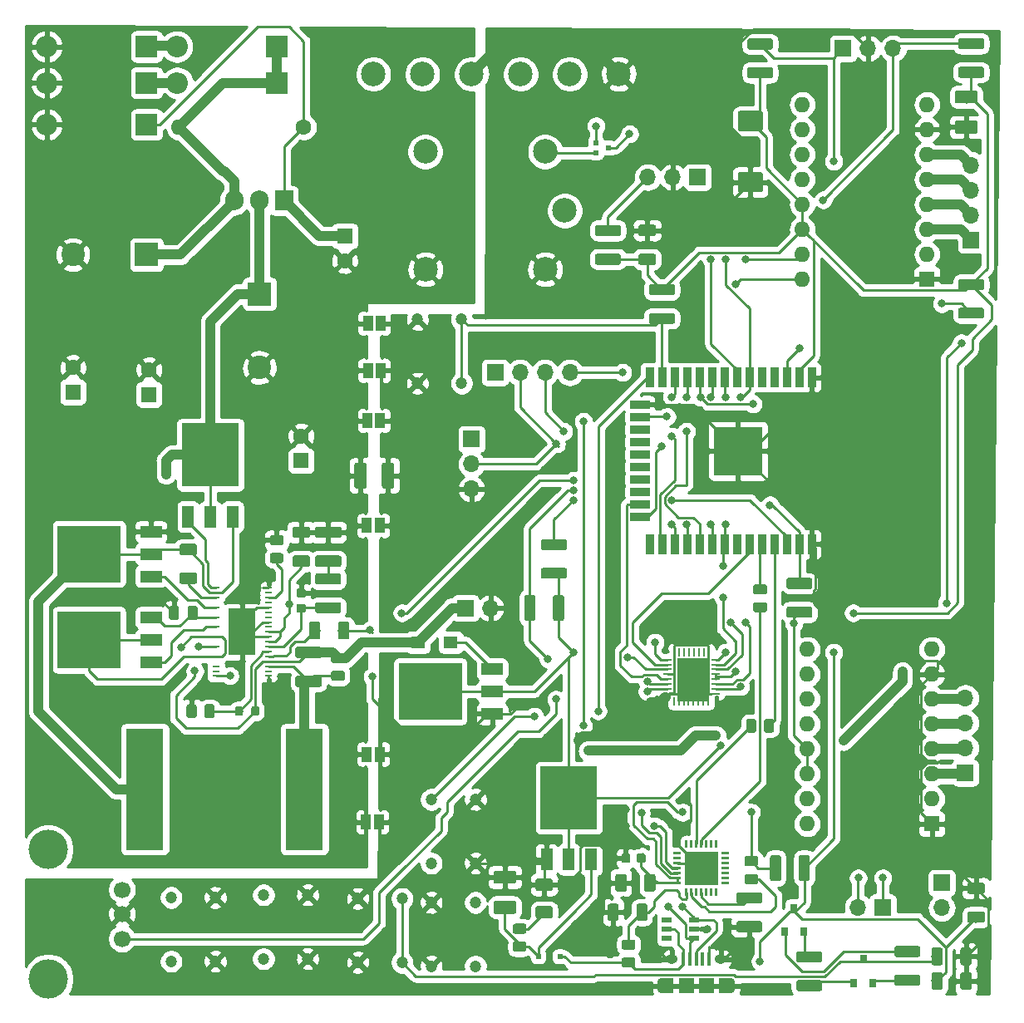
<source format=gbr>
%TF.GenerationSoftware,KiCad,Pcbnew,(5.1.2)-1*%
%TF.CreationDate,2022-02-24T14:14:44-06:00*%
%TF.ProjectId,final project circ 1,66696e61-6c20-4707-926f-6a6563742063,rev?*%
%TF.SameCoordinates,Original*%
%TF.FileFunction,Copper,L1,Top*%
%TF.FilePolarity,Positive*%
%FSLAX46Y46*%
G04 Gerber Fmt 4.6, Leading zero omitted, Abs format (unit mm)*
G04 Created by KiCad (PCBNEW (5.1.2)-1) date 2022-02-24 14:14:44*
%MOMM*%
%LPD*%
G04 APERTURE LIST*
%TA.AperFunction,SMDPad,CuDef*%
%ADD10R,0.977900X0.558800*%
%TD*%
%TA.AperFunction,ComponentPad*%
%ADD11O,1.700000X1.700000*%
%TD*%
%TA.AperFunction,ComponentPad*%
%ADD12R,1.700000X1.700000*%
%TD*%
%TA.AperFunction,ComponentPad*%
%ADD13C,4.000000*%
%TD*%
%TA.AperFunction,ComponentPad*%
%ADD14C,1.700000*%
%TD*%
%TA.AperFunction,Conductor*%
%ADD15C,0.100000*%
%TD*%
%TA.AperFunction,SMDPad,CuDef*%
%ADD16C,1.250000*%
%TD*%
%TA.AperFunction,SMDPad,CuDef*%
%ADD17R,1.000000X1.500000*%
%TD*%
%TA.AperFunction,ComponentPad*%
%ADD18C,2.500000*%
%TD*%
%TA.AperFunction,SMDPad,CuDef*%
%ADD19R,0.254000X0.812800*%
%TD*%
%TA.AperFunction,SMDPad,CuDef*%
%ADD20R,0.177800X0.812800*%
%TD*%
%TA.AperFunction,SMDPad,CuDef*%
%ADD21R,0.812800X0.254000*%
%TD*%
%TA.AperFunction,SMDPad,CuDef*%
%ADD22R,3.200000X4.394200*%
%TD*%
%TA.AperFunction,SMDPad,CuDef*%
%ADD23R,0.600000X0.500000*%
%TD*%
%TA.AperFunction,ComponentPad*%
%ADD24C,1.600000*%
%TD*%
%TA.AperFunction,ComponentPad*%
%ADD25R,1.600000X1.600000*%
%TD*%
%TA.AperFunction,ComponentPad*%
%ADD26C,1.200000*%
%TD*%
%TA.AperFunction,SMDPad,CuDef*%
%ADD27R,0.800000X0.900000*%
%TD*%
%TA.AperFunction,ComponentPad*%
%ADD28C,2.400000*%
%TD*%
%TA.AperFunction,ComponentPad*%
%ADD29R,2.400000X2.400000*%
%TD*%
%TA.AperFunction,SMDPad,CuDef*%
%ADD30C,1.125000*%
%TD*%
%TA.AperFunction,SMDPad,CuDef*%
%ADD31C,1.150000*%
%TD*%
%TA.AperFunction,SMDPad,CuDef*%
%ADD32C,1.000000*%
%TD*%
%TA.AperFunction,SMDPad,CuDef*%
%ADD33C,0.900000*%
%TD*%
%TA.AperFunction,SMDPad,CuDef*%
%ADD34R,6.400000X5.800000*%
%TD*%
%TA.AperFunction,SMDPad,CuDef*%
%ADD35R,2.200000X1.200000*%
%TD*%
%TA.AperFunction,SMDPad,CuDef*%
%ADD36C,0.800000*%
%TD*%
%TA.AperFunction,SMDPad,CuDef*%
%ADD37R,1.200000X2.200000*%
%TD*%
%TA.AperFunction,SMDPad,CuDef*%
%ADD38R,5.800000X6.400000*%
%TD*%
%TA.AperFunction,SMDPad,CuDef*%
%ADD39R,3.850000X12.350000*%
%TD*%
%TA.AperFunction,SMDPad,CuDef*%
%ADD40C,1.025000*%
%TD*%
%TA.AperFunction,SMDPad,CuDef*%
%ADD41R,2.740000X4.750000*%
%TD*%
%TA.AperFunction,SMDPad,CuDef*%
%ADD42R,0.750000X0.250000*%
%TD*%
%TA.AperFunction,ComponentPad*%
%ADD43O,1.600000X1.600000*%
%TD*%
%TA.AperFunction,SMDPad,CuDef*%
%ADD44C,2.075000*%
%TD*%
%TA.AperFunction,ComponentPad*%
%ADD45O,2.200000X2.200000*%
%TD*%
%TA.AperFunction,ComponentPad*%
%ADD46R,2.200000X2.200000*%
%TD*%
%TA.AperFunction,SMDPad,CuDef*%
%ADD47R,0.500000X0.500000*%
%TD*%
%TA.AperFunction,SMDPad,CuDef*%
%ADD48R,1.470000X1.270000*%
%TD*%
%TA.AperFunction,SMDPad,CuDef*%
%ADD49R,0.400000X1.350000*%
%TD*%
%TA.AperFunction,ComponentPad*%
%ADD50O,1.250000X0.950000*%
%TD*%
%TA.AperFunction,SMDPad,CuDef*%
%ADD51R,1.500000X1.550000*%
%TD*%
%TA.AperFunction,SMDPad,CuDef*%
%ADD52R,1.200000X1.550000*%
%TD*%
%TA.AperFunction,ComponentPad*%
%ADD53O,0.890000X1.550000*%
%TD*%
%TA.AperFunction,ComponentPad*%
%ADD54R,1.905000X2.000000*%
%TD*%
%TA.AperFunction,ComponentPad*%
%ADD55O,1.905000X2.000000*%
%TD*%
%TA.AperFunction,SMDPad,CuDef*%
%ADD56C,0.250000*%
%TD*%
%TA.AperFunction,SMDPad,CuDef*%
%ADD57R,3.350000X3.350000*%
%TD*%
%TA.AperFunction,SMDPad,CuDef*%
%ADD58R,5.000000X5.000000*%
%TD*%
%TA.AperFunction,SMDPad,CuDef*%
%ADD59R,0.900000X2.000000*%
%TD*%
%TA.AperFunction,SMDPad,CuDef*%
%ADD60R,2.000000X0.900000*%
%TD*%
%TA.AperFunction,SMDPad,CuDef*%
%ADD61C,1.325000*%
%TD*%
%TA.AperFunction,ViaPad*%
%ADD62C,0.800000*%
%TD*%
%TA.AperFunction,Conductor*%
%ADD63C,0.250000*%
%TD*%
%TA.AperFunction,Conductor*%
%ADD64C,1.000000*%
%TD*%
%TA.AperFunction,Conductor*%
%ADD65C,0.254000*%
%TD*%
G04 APERTURE END LIST*
D10*
%TO.P,U4,1*%
%TO.N,D-*%
X163140250Y-145750001D03*
%TO.P,U4,2*%
%TO.N,GND*%
X163140250Y-144800000D03*
%TO.P,U4,3*%
%TO.N,D+*%
X163140250Y-143849999D03*
%TO.P,U4,4*%
%TO.N,Net-(U4-Pad4)*%
X160409750Y-143849999D03*
%TO.P,U4,5*%
%TO.N,VB*%
X160409750Y-144800000D03*
%TO.P,U4,6*%
%TO.N,Net-(U4-Pad6)*%
X160409750Y-145750001D03*
%TD*%
D11*
%TO.P,J13,3*%
%TO.N,GND*%
X140500000Y-99980000D03*
%TO.P,J13,2*%
%TO.N,Ex2*%
X140500000Y-97440000D03*
D12*
%TO.P,J13,1*%
%TO.N,12v*%
X140500000Y-94900000D03*
%TD*%
D13*
%TO.P,REF\002A\002A,*%
%TO.N,*%
X97400000Y-149900000D03*
X97400000Y-136700000D03*
D14*
%TO.P,REF\002A\002A,3*%
%TO.N,Net-(J6-Pad3)*%
X104900000Y-140800000D03*
%TO.P,REF\002A\002A,2*%
%TO.N,GND*%
X104900000Y-143300000D03*
%TO.P,REF\002A\002A,1*%
%TO.N,Net-(J6-Pad1)*%
X104900000Y-145800000D03*
%TD*%
D15*
%TO.N,GND*%
%TO.C,D7*%
G36*
X148549504Y-139676204D02*
G01*
X148573773Y-139679804D01*
X148597571Y-139685765D01*
X148620671Y-139694030D01*
X148642849Y-139704520D01*
X148663893Y-139717133D01*
X148683598Y-139731747D01*
X148701777Y-139748223D01*
X148718253Y-139766402D01*
X148732867Y-139786107D01*
X148745480Y-139807151D01*
X148755970Y-139829329D01*
X148764235Y-139852429D01*
X148770196Y-139876227D01*
X148773796Y-139900496D01*
X148775000Y-139925000D01*
X148775000Y-140675000D01*
X148773796Y-140699504D01*
X148770196Y-140723773D01*
X148764235Y-140747571D01*
X148755970Y-140770671D01*
X148745480Y-140792849D01*
X148732867Y-140813893D01*
X148718253Y-140833598D01*
X148701777Y-140851777D01*
X148683598Y-140868253D01*
X148663893Y-140882867D01*
X148642849Y-140895480D01*
X148620671Y-140905970D01*
X148597571Y-140914235D01*
X148573773Y-140920196D01*
X148549504Y-140923796D01*
X148525000Y-140925000D01*
X147275000Y-140925000D01*
X147250496Y-140923796D01*
X147226227Y-140920196D01*
X147202429Y-140914235D01*
X147179329Y-140905970D01*
X147157151Y-140895480D01*
X147136107Y-140882867D01*
X147116402Y-140868253D01*
X147098223Y-140851777D01*
X147081747Y-140833598D01*
X147067133Y-140813893D01*
X147054520Y-140792849D01*
X147044030Y-140770671D01*
X147035765Y-140747571D01*
X147029804Y-140723773D01*
X147026204Y-140699504D01*
X147025000Y-140675000D01*
X147025000Y-139925000D01*
X147026204Y-139900496D01*
X147029804Y-139876227D01*
X147035765Y-139852429D01*
X147044030Y-139829329D01*
X147054520Y-139807151D01*
X147067133Y-139786107D01*
X147081747Y-139766402D01*
X147098223Y-139748223D01*
X147116402Y-139731747D01*
X147136107Y-139717133D01*
X147157151Y-139704520D01*
X147179329Y-139694030D01*
X147202429Y-139685765D01*
X147226227Y-139679804D01*
X147250496Y-139676204D01*
X147275000Y-139675000D01*
X148525000Y-139675000D01*
X148549504Y-139676204D01*
X148549504Y-139676204D01*
G37*
D16*
%TD*%
%TO.P,D7,1*%
%TO.N,GND*%
X147900000Y-140300000D03*
D15*
%TO.N,Net-(D7-Pad2)*%
%TO.C,D7*%
G36*
X148549504Y-142476204D02*
G01*
X148573773Y-142479804D01*
X148597571Y-142485765D01*
X148620671Y-142494030D01*
X148642849Y-142504520D01*
X148663893Y-142517133D01*
X148683598Y-142531747D01*
X148701777Y-142548223D01*
X148718253Y-142566402D01*
X148732867Y-142586107D01*
X148745480Y-142607151D01*
X148755970Y-142629329D01*
X148764235Y-142652429D01*
X148770196Y-142676227D01*
X148773796Y-142700496D01*
X148775000Y-142725000D01*
X148775000Y-143475000D01*
X148773796Y-143499504D01*
X148770196Y-143523773D01*
X148764235Y-143547571D01*
X148755970Y-143570671D01*
X148745480Y-143592849D01*
X148732867Y-143613893D01*
X148718253Y-143633598D01*
X148701777Y-143651777D01*
X148683598Y-143668253D01*
X148663893Y-143682867D01*
X148642849Y-143695480D01*
X148620671Y-143705970D01*
X148597571Y-143714235D01*
X148573773Y-143720196D01*
X148549504Y-143723796D01*
X148525000Y-143725000D01*
X147275000Y-143725000D01*
X147250496Y-143723796D01*
X147226227Y-143720196D01*
X147202429Y-143714235D01*
X147179329Y-143705970D01*
X147157151Y-143695480D01*
X147136107Y-143682867D01*
X147116402Y-143668253D01*
X147098223Y-143651777D01*
X147081747Y-143633598D01*
X147067133Y-143613893D01*
X147054520Y-143592849D01*
X147044030Y-143570671D01*
X147035765Y-143547571D01*
X147029804Y-143523773D01*
X147026204Y-143499504D01*
X147025000Y-143475000D01*
X147025000Y-142725000D01*
X147026204Y-142700496D01*
X147029804Y-142676227D01*
X147035765Y-142652429D01*
X147044030Y-142629329D01*
X147054520Y-142607151D01*
X147067133Y-142586107D01*
X147081747Y-142566402D01*
X147098223Y-142548223D01*
X147116402Y-142531747D01*
X147136107Y-142517133D01*
X147157151Y-142504520D01*
X147179329Y-142494030D01*
X147202429Y-142485765D01*
X147226227Y-142479804D01*
X147250496Y-142476204D01*
X147275000Y-142475000D01*
X148525000Y-142475000D01*
X148549504Y-142476204D01*
X148549504Y-142476204D01*
G37*
D16*
%TD*%
%TO.P,D7,2*%
%TO.N,Net-(D7-Pad2)*%
X147900000Y-143100000D03*
D11*
%TO.P,J5,3*%
%TO.N,Net-(J5-Pad3)*%
X183440000Y-55100000D03*
D12*
%TO.P,J5,1*%
%TO.N,Net-(J5-Pad1)*%
X178360000Y-55100000D03*
D11*
%TO.P,J5,2*%
%TO.N,GND*%
X180900000Y-55100000D03*
%TD*%
%TO.P,J6,2*%
%TO.N,GND*%
X161000000Y-68200000D03*
D12*
%TO.P,J6,1*%
%TO.N,Net-(J6-Pad1)*%
X163540000Y-68200000D03*
D11*
%TO.P,J6,3*%
%TO.N,Net-(J6-Pad3)*%
X158460000Y-68200000D03*
%TD*%
D17*
%TO.P,OJ6,1*%
%TO.N,GND1*%
X129750000Y-133900000D03*
%TO.P,OJ6,2*%
%TO.N,GND*%
X131050000Y-133900000D03*
%TD*%
%TO.P,OJ5,1*%
%TO.N,GND1*%
X129850000Y-127000000D03*
%TO.P,OJ5,2*%
%TO.N,GND*%
X131150000Y-127000000D03*
%TD*%
%TO.P,OJ4,1*%
%TO.N,GND1*%
X129850000Y-103700000D03*
%TO.P,OJ4,2*%
%TO.N,GND*%
X131150000Y-103700000D03*
%TD*%
%TO.P,OJ3,1*%
%TO.N,GND1*%
X129900000Y-93000000D03*
%TO.P,OJ3,2*%
%TO.N,GND*%
X131200000Y-93000000D03*
%TD*%
%TO.P,OJ2,1*%
%TO.N,GND1*%
X129950000Y-87900000D03*
%TO.P,OJ2,2*%
%TO.N,GND*%
X131250000Y-87900000D03*
%TD*%
%TO.P,OJ1,1*%
%TO.N,GND1*%
X129950000Y-83100000D03*
%TO.P,OJ1,2*%
%TO.N,GND*%
X131250000Y-83100000D03*
%TD*%
D18*
%TO.P,J2,6*%
%TO.N,GND*%
X155500000Y-57700000D03*
%TO.P,J2,5*%
%TO.N,NEUT*%
X150500000Y-57700000D03*
%TO.P,J2,4*%
%TO.N,LineOut*%
X145500000Y-57700000D03*
%TO.P,J2,3*%
%TO.N,GND*%
X140500000Y-57700000D03*
%TO.P,J2,2*%
%TO.N,NEUT*%
X135500000Y-57700000D03*
%TO.P,J2,1*%
%TO.N,LINE*%
X130500000Y-57700000D03*
%TD*%
D15*
%TO.N,GND1*%
%TO.C,C24*%
G36*
X129599504Y-97276204D02*
G01*
X129623773Y-97279804D01*
X129647571Y-97285765D01*
X129670671Y-97294030D01*
X129692849Y-97304520D01*
X129713893Y-97317133D01*
X129733598Y-97331747D01*
X129751777Y-97348223D01*
X129768253Y-97366402D01*
X129782867Y-97386107D01*
X129795480Y-97407151D01*
X129805970Y-97429329D01*
X129814235Y-97452429D01*
X129820196Y-97476227D01*
X129823796Y-97500496D01*
X129825000Y-97525000D01*
X129825000Y-99675000D01*
X129823796Y-99699504D01*
X129820196Y-99723773D01*
X129814235Y-99747571D01*
X129805970Y-99770671D01*
X129795480Y-99792849D01*
X129782867Y-99813893D01*
X129768253Y-99833598D01*
X129751777Y-99851777D01*
X129733598Y-99868253D01*
X129713893Y-99882867D01*
X129692849Y-99895480D01*
X129670671Y-99905970D01*
X129647571Y-99914235D01*
X129623773Y-99920196D01*
X129599504Y-99923796D01*
X129575000Y-99925000D01*
X128825000Y-99925000D01*
X128800496Y-99923796D01*
X128776227Y-99920196D01*
X128752429Y-99914235D01*
X128729329Y-99905970D01*
X128707151Y-99895480D01*
X128686107Y-99882867D01*
X128666402Y-99868253D01*
X128648223Y-99851777D01*
X128631747Y-99833598D01*
X128617133Y-99813893D01*
X128604520Y-99792849D01*
X128594030Y-99770671D01*
X128585765Y-99747571D01*
X128579804Y-99723773D01*
X128576204Y-99699504D01*
X128575000Y-99675000D01*
X128575000Y-97525000D01*
X128576204Y-97500496D01*
X128579804Y-97476227D01*
X128585765Y-97452429D01*
X128594030Y-97429329D01*
X128604520Y-97407151D01*
X128617133Y-97386107D01*
X128631747Y-97366402D01*
X128648223Y-97348223D01*
X128666402Y-97331747D01*
X128686107Y-97317133D01*
X128707151Y-97304520D01*
X128729329Y-97294030D01*
X128752429Y-97285765D01*
X128776227Y-97279804D01*
X128800496Y-97276204D01*
X128825000Y-97275000D01*
X129575000Y-97275000D01*
X129599504Y-97276204D01*
X129599504Y-97276204D01*
G37*
D16*
%TD*%
%TO.P,C24,2*%
%TO.N,GND1*%
X129200000Y-98600000D03*
D15*
%TO.N,GND*%
%TO.C,C24*%
G36*
X132399504Y-97276204D02*
G01*
X132423773Y-97279804D01*
X132447571Y-97285765D01*
X132470671Y-97294030D01*
X132492849Y-97304520D01*
X132513893Y-97317133D01*
X132533598Y-97331747D01*
X132551777Y-97348223D01*
X132568253Y-97366402D01*
X132582867Y-97386107D01*
X132595480Y-97407151D01*
X132605970Y-97429329D01*
X132614235Y-97452429D01*
X132620196Y-97476227D01*
X132623796Y-97500496D01*
X132625000Y-97525000D01*
X132625000Y-99675000D01*
X132623796Y-99699504D01*
X132620196Y-99723773D01*
X132614235Y-99747571D01*
X132605970Y-99770671D01*
X132595480Y-99792849D01*
X132582867Y-99813893D01*
X132568253Y-99833598D01*
X132551777Y-99851777D01*
X132533598Y-99868253D01*
X132513893Y-99882867D01*
X132492849Y-99895480D01*
X132470671Y-99905970D01*
X132447571Y-99914235D01*
X132423773Y-99920196D01*
X132399504Y-99923796D01*
X132375000Y-99925000D01*
X131625000Y-99925000D01*
X131600496Y-99923796D01*
X131576227Y-99920196D01*
X131552429Y-99914235D01*
X131529329Y-99905970D01*
X131507151Y-99895480D01*
X131486107Y-99882867D01*
X131466402Y-99868253D01*
X131448223Y-99851777D01*
X131431747Y-99833598D01*
X131417133Y-99813893D01*
X131404520Y-99792849D01*
X131394030Y-99770671D01*
X131385765Y-99747571D01*
X131379804Y-99723773D01*
X131376204Y-99699504D01*
X131375000Y-99675000D01*
X131375000Y-97525000D01*
X131376204Y-97500496D01*
X131379804Y-97476227D01*
X131385765Y-97452429D01*
X131394030Y-97429329D01*
X131404520Y-97407151D01*
X131417133Y-97386107D01*
X131431747Y-97366402D01*
X131448223Y-97348223D01*
X131466402Y-97331747D01*
X131486107Y-97317133D01*
X131507151Y-97304520D01*
X131529329Y-97294030D01*
X131552429Y-97285765D01*
X131576227Y-97279804D01*
X131600496Y-97276204D01*
X131625000Y-97275000D01*
X132375000Y-97275000D01*
X132399504Y-97276204D01*
X132399504Y-97276204D01*
G37*
D16*
%TD*%
%TO.P,C24,1*%
%TO.N,GND*%
X132000000Y-98600000D03*
D19*
%TO.P,U8,1*%
%TO.N,Net-(U8-Pad1)*%
X161150001Y-121576500D03*
D20*
%TO.P,U8,2*%
%TO.N,Net-(U8-Pad2)*%
X161604610Y-121576500D03*
D19*
%TO.P,U8,3*%
%TO.N,Net-(U8-Pad3)*%
X162115899Y-121576500D03*
%TO.P,U8,4*%
%TO.N,Net-(U8-Pad4)*%
X162615901Y-121576500D03*
%TO.P,U8,5*%
%TO.N,Net-(U8-Pad5)*%
X163115900Y-121576500D03*
%TO.P,U8,6*%
%TO.N,Net-(U8-Pad6)*%
X163615902Y-121576500D03*
%TO.P,U8,7*%
%TO.N,Net-(U8-Pad7)*%
X164115901Y-121576500D03*
D20*
%TO.P,U8,8*%
%TO.N,Net-(U8-Pad8)*%
X164627190Y-121576500D03*
D21*
%TO.P,U8,9*%
%TO.N,GND*%
X165376500Y-120849999D03*
%TO.P,U8,10*%
%TO.N,Net-(PWM2-Pad1)*%
X165376500Y-120350000D03*
%TO.P,U8,11*%
%TO.N,IN2*%
X165376500Y-119850001D03*
%TO.P,U8,12*%
%TO.N,12v*%
X165376500Y-119350000D03*
%TO.P,U8,13*%
X165376500Y-118850000D03*
%TO.P,U8,14*%
%TO.N,EN2*%
X165376500Y-118349999D03*
%TO.P,U8,15*%
%TO.N,IN3*%
X165376500Y-117850000D03*
%TO.P,U8,16*%
%TO.N,Net-(PWM1-Pad2)*%
X165376500Y-117350001D03*
D19*
%TO.P,U8,17*%
%TO.N,GND*%
X164649999Y-116623500D03*
%TO.P,U8,18*%
%TO.N,Net-(U8-Pad18)*%
X164150000Y-116623500D03*
%TO.P,U8,19*%
%TO.N,Net-(U8-Pad19)*%
X163650001Y-116623500D03*
%TO.P,U8,20*%
%TO.N,Net-(U8-Pad20)*%
X163150000Y-116623500D03*
%TO.P,U8,21*%
%TO.N,Net-(U8-Pad21)*%
X162650000Y-116623500D03*
%TO.P,U8,22*%
%TO.N,Net-(U8-Pad22)*%
X162149999Y-116623500D03*
%TO.P,U8,23*%
%TO.N,Net-(U8-Pad23)*%
X161650000Y-116623500D03*
%TO.P,U8,24*%
%TO.N,GND*%
X161150001Y-116623500D03*
D21*
%TO.P,U8,25*%
%TO.N,Net-(PWM1-Pad1)*%
X160423500Y-117350001D03*
%TO.P,U8,26*%
%TO.N,IN4*%
X160423500Y-117850000D03*
%TO.P,U8,27*%
%TO.N,3.3V_USBREG*%
X160423500Y-118349999D03*
%TO.P,U8,28*%
%TO.N,GND*%
X160423500Y-118850000D03*
%TO.P,U8,29*%
%TO.N,EN1*%
X160423500Y-119350000D03*
%TO.P,U8,30*%
%TO.N,IN1*%
X160423500Y-119850001D03*
%TO.P,U8,31*%
%TO.N,Net-(PWM2-Pad2)*%
X160423500Y-120350000D03*
%TO.P,U8,32*%
%TO.N,GND*%
X160423500Y-120849999D03*
D22*
%TO.P,U8,33*%
%TO.N,N/C*%
X163100000Y-119450000D03*
%TD*%
D23*
%TO.P,Q7,3*%
%TO.N,12v*%
X154450000Y-65200000D03*
%TO.P,Q7,2*%
%TO.N,EX1*%
X153150000Y-65700000D03*
%TO.P,Q7,1*%
%TO.N,Ex4*%
X153150000Y-64700000D03*
%TD*%
D24*
%TO.P,C13,2*%
%TO.N,GND1*%
X127600000Y-76700000D03*
D25*
%TO.P,C13,1*%
%TO.N,Net-(C13-Pad1)*%
X127600000Y-74200000D03*
%TD*%
D26*
%TO.P,B4,1*%
%TO.N,But4*%
X139500000Y-82700000D03*
%TO.P,B4,2*%
%TO.N,GND*%
X135000000Y-82700000D03*
%TO.P,B4,1*%
%TO.N,But4*%
X139500000Y-89200000D03*
%TO.P,B4,2*%
%TO.N,GND*%
X135000000Y-89200000D03*
%TD*%
D27*
%TO.P,Q4,3*%
%TO.N,EN*%
X173369601Y-142686001D03*
%TO.P,Q4,2*%
%TO.N,RTS*%
X174319601Y-145086001D03*
%TO.P,Q4,1*%
%TO.N,Net-(Q4-Pad1)*%
X172419601Y-145086001D03*
%TD*%
%TO.P,Q5,3*%
%TO.N,IO0*%
X180400000Y-147900000D03*
%TO.P,Q5,2*%
%TO.N,DTR*%
X181350000Y-150300000D03*
%TO.P,Q5,1*%
%TO.N,Net-(Q5-Pad1)*%
X179450000Y-150300000D03*
%TD*%
D28*
%TO.P,C12,2*%
%TO.N,GND1*%
X118900000Y-87600000D03*
D29*
%TO.P,C12,1*%
%TO.N,+VDC*%
X118900000Y-80100000D03*
%TD*%
D15*
%TO.N,Net-(R10-Pad1)*%
%TO.C,R10*%
G36*
X158199505Y-142226204D02*
G01*
X158223773Y-142229804D01*
X158247572Y-142235765D01*
X158270671Y-142244030D01*
X158292850Y-142254520D01*
X158313893Y-142267132D01*
X158333599Y-142281747D01*
X158351777Y-142298223D01*
X158368253Y-142316401D01*
X158382868Y-142336107D01*
X158395480Y-142357150D01*
X158405970Y-142379329D01*
X158414235Y-142402428D01*
X158420196Y-142426227D01*
X158423796Y-142450495D01*
X158425000Y-142474999D01*
X158425000Y-143725001D01*
X158423796Y-143749505D01*
X158420196Y-143773773D01*
X158414235Y-143797572D01*
X158405970Y-143820671D01*
X158395480Y-143842850D01*
X158382868Y-143863893D01*
X158368253Y-143883599D01*
X158351777Y-143901777D01*
X158333599Y-143918253D01*
X158313893Y-143932868D01*
X158292850Y-143945480D01*
X158270671Y-143955970D01*
X158247572Y-143964235D01*
X158223773Y-143970196D01*
X158199505Y-143973796D01*
X158175001Y-143975000D01*
X157549999Y-143975000D01*
X157525495Y-143973796D01*
X157501227Y-143970196D01*
X157477428Y-143964235D01*
X157454329Y-143955970D01*
X157432150Y-143945480D01*
X157411107Y-143932868D01*
X157391401Y-143918253D01*
X157373223Y-143901777D01*
X157356747Y-143883599D01*
X157342132Y-143863893D01*
X157329520Y-143842850D01*
X157319030Y-143820671D01*
X157310765Y-143797572D01*
X157304804Y-143773773D01*
X157301204Y-143749505D01*
X157300000Y-143725001D01*
X157300000Y-142474999D01*
X157301204Y-142450495D01*
X157304804Y-142426227D01*
X157310765Y-142402428D01*
X157319030Y-142379329D01*
X157329520Y-142357150D01*
X157342132Y-142336107D01*
X157356747Y-142316401D01*
X157373223Y-142298223D01*
X157391401Y-142281747D01*
X157411107Y-142267132D01*
X157432150Y-142254520D01*
X157454329Y-142244030D01*
X157477428Y-142235765D01*
X157501227Y-142229804D01*
X157525495Y-142226204D01*
X157549999Y-142225000D01*
X158175001Y-142225000D01*
X158199505Y-142226204D01*
X158199505Y-142226204D01*
G37*
D30*
%TD*%
%TO.P,R10,1*%
%TO.N,Net-(R10-Pad1)*%
X157862500Y-143100000D03*
D15*
%TO.N,GND*%
%TO.C,R10*%
G36*
X155274505Y-142226204D02*
G01*
X155298773Y-142229804D01*
X155322572Y-142235765D01*
X155345671Y-142244030D01*
X155367850Y-142254520D01*
X155388893Y-142267132D01*
X155408599Y-142281747D01*
X155426777Y-142298223D01*
X155443253Y-142316401D01*
X155457868Y-142336107D01*
X155470480Y-142357150D01*
X155480970Y-142379329D01*
X155489235Y-142402428D01*
X155495196Y-142426227D01*
X155498796Y-142450495D01*
X155500000Y-142474999D01*
X155500000Y-143725001D01*
X155498796Y-143749505D01*
X155495196Y-143773773D01*
X155489235Y-143797572D01*
X155480970Y-143820671D01*
X155470480Y-143842850D01*
X155457868Y-143863893D01*
X155443253Y-143883599D01*
X155426777Y-143901777D01*
X155408599Y-143918253D01*
X155388893Y-143932868D01*
X155367850Y-143945480D01*
X155345671Y-143955970D01*
X155322572Y-143964235D01*
X155298773Y-143970196D01*
X155274505Y-143973796D01*
X155250001Y-143975000D01*
X154624999Y-143975000D01*
X154600495Y-143973796D01*
X154576227Y-143970196D01*
X154552428Y-143964235D01*
X154529329Y-143955970D01*
X154507150Y-143945480D01*
X154486107Y-143932868D01*
X154466401Y-143918253D01*
X154448223Y-143901777D01*
X154431747Y-143883599D01*
X154417132Y-143863893D01*
X154404520Y-143842850D01*
X154394030Y-143820671D01*
X154385765Y-143797572D01*
X154379804Y-143773773D01*
X154376204Y-143749505D01*
X154375000Y-143725001D01*
X154375000Y-142474999D01*
X154376204Y-142450495D01*
X154379804Y-142426227D01*
X154385765Y-142402428D01*
X154394030Y-142379329D01*
X154404520Y-142357150D01*
X154417132Y-142336107D01*
X154431747Y-142316401D01*
X154448223Y-142298223D01*
X154466401Y-142281747D01*
X154486107Y-142267132D01*
X154507150Y-142254520D01*
X154529329Y-142244030D01*
X154552428Y-142235765D01*
X154576227Y-142229804D01*
X154600495Y-142226204D01*
X154624999Y-142225000D01*
X155250001Y-142225000D01*
X155274505Y-142226204D01*
X155274505Y-142226204D01*
G37*
D30*
%TD*%
%TO.P,R10,2*%
%TO.N,GND*%
X154937500Y-143100000D03*
D18*
%TO.P,U7,5*%
%TO.N,LineOut*%
X150000000Y-71600000D03*
%TO.P,U7,4*%
%TO.N,GND*%
X148000000Y-77600000D03*
%TO.P,U7,3*%
%TO.N,EX1*%
X148000000Y-65600000D03*
%TO.P,U7,2*%
%TO.N,LINE*%
X135800000Y-65600000D03*
%TO.P,U7,1*%
%TO.N,GND1*%
X135800000Y-77600000D03*
%TD*%
D15*
%TO.N,Net-(C6-Pad2)*%
%TO.C,C6*%
G36*
X112324505Y-108501204D02*
G01*
X112348773Y-108504804D01*
X112372572Y-108510765D01*
X112395671Y-108519030D01*
X112417850Y-108529520D01*
X112438893Y-108542132D01*
X112458599Y-108556747D01*
X112476777Y-108573223D01*
X112493253Y-108591401D01*
X112507868Y-108611107D01*
X112520480Y-108632150D01*
X112530970Y-108654329D01*
X112539235Y-108677428D01*
X112545196Y-108701227D01*
X112548796Y-108725495D01*
X112550000Y-108749999D01*
X112550000Y-109400001D01*
X112548796Y-109424505D01*
X112545196Y-109448773D01*
X112539235Y-109472572D01*
X112530970Y-109495671D01*
X112520480Y-109517850D01*
X112507868Y-109538893D01*
X112493253Y-109558599D01*
X112476777Y-109576777D01*
X112458599Y-109593253D01*
X112438893Y-109607868D01*
X112417850Y-109620480D01*
X112395671Y-109630970D01*
X112372572Y-109639235D01*
X112348773Y-109645196D01*
X112324505Y-109648796D01*
X112300001Y-109650000D01*
X110999999Y-109650000D01*
X110975495Y-109648796D01*
X110951227Y-109645196D01*
X110927428Y-109639235D01*
X110904329Y-109630970D01*
X110882150Y-109620480D01*
X110861107Y-109607868D01*
X110841401Y-109593253D01*
X110823223Y-109576777D01*
X110806747Y-109558599D01*
X110792132Y-109538893D01*
X110779520Y-109517850D01*
X110769030Y-109495671D01*
X110760765Y-109472572D01*
X110754804Y-109448773D01*
X110751204Y-109424505D01*
X110750000Y-109400001D01*
X110750000Y-108749999D01*
X110751204Y-108725495D01*
X110754804Y-108701227D01*
X110760765Y-108677428D01*
X110769030Y-108654329D01*
X110779520Y-108632150D01*
X110792132Y-108611107D01*
X110806747Y-108591401D01*
X110823223Y-108573223D01*
X110841401Y-108556747D01*
X110861107Y-108542132D01*
X110882150Y-108529520D01*
X110904329Y-108519030D01*
X110927428Y-108510765D01*
X110951227Y-108504804D01*
X110975495Y-108501204D01*
X110999999Y-108500000D01*
X112300001Y-108500000D01*
X112324505Y-108501204D01*
X112324505Y-108501204D01*
G37*
D31*
%TD*%
%TO.P,C6,2*%
%TO.N,Net-(C6-Pad2)*%
X111650000Y-109075000D03*
D15*
%TO.N,Net-(C6-Pad1)*%
%TO.C,C6*%
G36*
X112324505Y-105551204D02*
G01*
X112348773Y-105554804D01*
X112372572Y-105560765D01*
X112395671Y-105569030D01*
X112417850Y-105579520D01*
X112438893Y-105592132D01*
X112458599Y-105606747D01*
X112476777Y-105623223D01*
X112493253Y-105641401D01*
X112507868Y-105661107D01*
X112520480Y-105682150D01*
X112530970Y-105704329D01*
X112539235Y-105727428D01*
X112545196Y-105751227D01*
X112548796Y-105775495D01*
X112550000Y-105799999D01*
X112550000Y-106450001D01*
X112548796Y-106474505D01*
X112545196Y-106498773D01*
X112539235Y-106522572D01*
X112530970Y-106545671D01*
X112520480Y-106567850D01*
X112507868Y-106588893D01*
X112493253Y-106608599D01*
X112476777Y-106626777D01*
X112458599Y-106643253D01*
X112438893Y-106657868D01*
X112417850Y-106670480D01*
X112395671Y-106680970D01*
X112372572Y-106689235D01*
X112348773Y-106695196D01*
X112324505Y-106698796D01*
X112300001Y-106700000D01*
X110999999Y-106700000D01*
X110975495Y-106698796D01*
X110951227Y-106695196D01*
X110927428Y-106689235D01*
X110904329Y-106680970D01*
X110882150Y-106670480D01*
X110861107Y-106657868D01*
X110841401Y-106643253D01*
X110823223Y-106626777D01*
X110806747Y-106608599D01*
X110792132Y-106588893D01*
X110779520Y-106567850D01*
X110769030Y-106545671D01*
X110760765Y-106522572D01*
X110754804Y-106498773D01*
X110751204Y-106474505D01*
X110750000Y-106450001D01*
X110750000Y-105799999D01*
X110751204Y-105775495D01*
X110754804Y-105751227D01*
X110760765Y-105727428D01*
X110769030Y-105704329D01*
X110779520Y-105682150D01*
X110792132Y-105661107D01*
X110806747Y-105641401D01*
X110823223Y-105623223D01*
X110841401Y-105606747D01*
X110861107Y-105592132D01*
X110882150Y-105579520D01*
X110904329Y-105569030D01*
X110927428Y-105560765D01*
X110951227Y-105554804D01*
X110975495Y-105551204D01*
X110999999Y-105550000D01*
X112300001Y-105550000D01*
X112324505Y-105551204D01*
X112324505Y-105551204D01*
G37*
D31*
%TD*%
%TO.P,C6,1*%
%TO.N,Net-(C6-Pad1)*%
X111650000Y-106125000D03*
D15*
%TO.N,Net-(C3-Pad1)*%
%TO.C,C3*%
G36*
X123824505Y-106751204D02*
G01*
X123848773Y-106754804D01*
X123872572Y-106760765D01*
X123895671Y-106769030D01*
X123917850Y-106779520D01*
X123938893Y-106792132D01*
X123958599Y-106806747D01*
X123976777Y-106823223D01*
X123993253Y-106841401D01*
X124007868Y-106861107D01*
X124020480Y-106882150D01*
X124030970Y-106904329D01*
X124039235Y-106927428D01*
X124045196Y-106951227D01*
X124048796Y-106975495D01*
X124050000Y-106999999D01*
X124050000Y-107650001D01*
X124048796Y-107674505D01*
X124045196Y-107698773D01*
X124039235Y-107722572D01*
X124030970Y-107745671D01*
X124020480Y-107767850D01*
X124007868Y-107788893D01*
X123993253Y-107808599D01*
X123976777Y-107826777D01*
X123958599Y-107843253D01*
X123938893Y-107857868D01*
X123917850Y-107870480D01*
X123895671Y-107880970D01*
X123872572Y-107889235D01*
X123848773Y-107895196D01*
X123824505Y-107898796D01*
X123800001Y-107900000D01*
X122499999Y-107900000D01*
X122475495Y-107898796D01*
X122451227Y-107895196D01*
X122427428Y-107889235D01*
X122404329Y-107880970D01*
X122382150Y-107870480D01*
X122361107Y-107857868D01*
X122341401Y-107843253D01*
X122323223Y-107826777D01*
X122306747Y-107808599D01*
X122292132Y-107788893D01*
X122279520Y-107767850D01*
X122269030Y-107745671D01*
X122260765Y-107722572D01*
X122254804Y-107698773D01*
X122251204Y-107674505D01*
X122250000Y-107650001D01*
X122250000Y-106999999D01*
X122251204Y-106975495D01*
X122254804Y-106951227D01*
X122260765Y-106927428D01*
X122269030Y-106904329D01*
X122279520Y-106882150D01*
X122292132Y-106861107D01*
X122306747Y-106841401D01*
X122323223Y-106823223D01*
X122341401Y-106806747D01*
X122361107Y-106792132D01*
X122382150Y-106779520D01*
X122404329Y-106769030D01*
X122427428Y-106760765D01*
X122451227Y-106754804D01*
X122475495Y-106751204D01*
X122499999Y-106750000D01*
X123800001Y-106750000D01*
X123824505Y-106751204D01*
X123824505Y-106751204D01*
G37*
D31*
%TD*%
%TO.P,C3,1*%
%TO.N,Net-(C3-Pad1)*%
X123150000Y-107325000D03*
D15*
%TO.N,GND1*%
%TO.C,C3*%
G36*
X123824505Y-103801204D02*
G01*
X123848773Y-103804804D01*
X123872572Y-103810765D01*
X123895671Y-103819030D01*
X123917850Y-103829520D01*
X123938893Y-103842132D01*
X123958599Y-103856747D01*
X123976777Y-103873223D01*
X123993253Y-103891401D01*
X124007868Y-103911107D01*
X124020480Y-103932150D01*
X124030970Y-103954329D01*
X124039235Y-103977428D01*
X124045196Y-104001227D01*
X124048796Y-104025495D01*
X124050000Y-104049999D01*
X124050000Y-104700001D01*
X124048796Y-104724505D01*
X124045196Y-104748773D01*
X124039235Y-104772572D01*
X124030970Y-104795671D01*
X124020480Y-104817850D01*
X124007868Y-104838893D01*
X123993253Y-104858599D01*
X123976777Y-104876777D01*
X123958599Y-104893253D01*
X123938893Y-104907868D01*
X123917850Y-104920480D01*
X123895671Y-104930970D01*
X123872572Y-104939235D01*
X123848773Y-104945196D01*
X123824505Y-104948796D01*
X123800001Y-104950000D01*
X122499999Y-104950000D01*
X122475495Y-104948796D01*
X122451227Y-104945196D01*
X122427428Y-104939235D01*
X122404329Y-104930970D01*
X122382150Y-104920480D01*
X122361107Y-104907868D01*
X122341401Y-104893253D01*
X122323223Y-104876777D01*
X122306747Y-104858599D01*
X122292132Y-104838893D01*
X122279520Y-104817850D01*
X122269030Y-104795671D01*
X122260765Y-104772572D01*
X122254804Y-104748773D01*
X122251204Y-104724505D01*
X122250000Y-104700001D01*
X122250000Y-104049999D01*
X122251204Y-104025495D01*
X122254804Y-104001227D01*
X122260765Y-103977428D01*
X122269030Y-103954329D01*
X122279520Y-103932150D01*
X122292132Y-103911107D01*
X122306747Y-103891401D01*
X122323223Y-103873223D01*
X122341401Y-103856747D01*
X122361107Y-103842132D01*
X122382150Y-103829520D01*
X122404329Y-103819030D01*
X122427428Y-103810765D01*
X122451227Y-103804804D01*
X122475495Y-103801204D01*
X122499999Y-103800000D01*
X123800001Y-103800000D01*
X123824505Y-103801204D01*
X123824505Y-103801204D01*
G37*
D31*
%TD*%
%TO.P,C3,2*%
%TO.N,GND1*%
X123150000Y-104375000D03*
D15*
%TO.N,12v*%
%TO.C,C5*%
G36*
X125024505Y-116051204D02*
G01*
X125048773Y-116054804D01*
X125072572Y-116060765D01*
X125095671Y-116069030D01*
X125117850Y-116079520D01*
X125138893Y-116092132D01*
X125158599Y-116106747D01*
X125176777Y-116123223D01*
X125193253Y-116141401D01*
X125207868Y-116161107D01*
X125220480Y-116182150D01*
X125230970Y-116204329D01*
X125239235Y-116227428D01*
X125245196Y-116251227D01*
X125248796Y-116275495D01*
X125250000Y-116299999D01*
X125250000Y-116950001D01*
X125248796Y-116974505D01*
X125245196Y-116998773D01*
X125239235Y-117022572D01*
X125230970Y-117045671D01*
X125220480Y-117067850D01*
X125207868Y-117088893D01*
X125193253Y-117108599D01*
X125176777Y-117126777D01*
X125158599Y-117143253D01*
X125138893Y-117157868D01*
X125117850Y-117170480D01*
X125095671Y-117180970D01*
X125072572Y-117189235D01*
X125048773Y-117195196D01*
X125024505Y-117198796D01*
X125000001Y-117200000D01*
X122799999Y-117200000D01*
X122775495Y-117198796D01*
X122751227Y-117195196D01*
X122727428Y-117189235D01*
X122704329Y-117180970D01*
X122682150Y-117170480D01*
X122661107Y-117157868D01*
X122641401Y-117143253D01*
X122623223Y-117126777D01*
X122606747Y-117108599D01*
X122592132Y-117088893D01*
X122579520Y-117067850D01*
X122569030Y-117045671D01*
X122560765Y-117022572D01*
X122554804Y-116998773D01*
X122551204Y-116974505D01*
X122550000Y-116950001D01*
X122550000Y-116299999D01*
X122551204Y-116275495D01*
X122554804Y-116251227D01*
X122560765Y-116227428D01*
X122569030Y-116204329D01*
X122579520Y-116182150D01*
X122592132Y-116161107D01*
X122606747Y-116141401D01*
X122623223Y-116123223D01*
X122641401Y-116106747D01*
X122661107Y-116092132D01*
X122682150Y-116079520D01*
X122704329Y-116069030D01*
X122727428Y-116060765D01*
X122751227Y-116054804D01*
X122775495Y-116051204D01*
X122799999Y-116050000D01*
X125000001Y-116050000D01*
X125024505Y-116051204D01*
X125024505Y-116051204D01*
G37*
D31*
%TD*%
%TO.P,C5,1*%
%TO.N,12v*%
X123900000Y-116625000D03*
D15*
%TO.N,Net-(C5-Pad2)*%
%TO.C,C5*%
G36*
X125024505Y-119001204D02*
G01*
X125048773Y-119004804D01*
X125072572Y-119010765D01*
X125095671Y-119019030D01*
X125117850Y-119029520D01*
X125138893Y-119042132D01*
X125158599Y-119056747D01*
X125176777Y-119073223D01*
X125193253Y-119091401D01*
X125207868Y-119111107D01*
X125220480Y-119132150D01*
X125230970Y-119154329D01*
X125239235Y-119177428D01*
X125245196Y-119201227D01*
X125248796Y-119225495D01*
X125250000Y-119249999D01*
X125250000Y-119900001D01*
X125248796Y-119924505D01*
X125245196Y-119948773D01*
X125239235Y-119972572D01*
X125230970Y-119995671D01*
X125220480Y-120017850D01*
X125207868Y-120038893D01*
X125193253Y-120058599D01*
X125176777Y-120076777D01*
X125158599Y-120093253D01*
X125138893Y-120107868D01*
X125117850Y-120120480D01*
X125095671Y-120130970D01*
X125072572Y-120139235D01*
X125048773Y-120145196D01*
X125024505Y-120148796D01*
X125000001Y-120150000D01*
X122799999Y-120150000D01*
X122775495Y-120148796D01*
X122751227Y-120145196D01*
X122727428Y-120139235D01*
X122704329Y-120130970D01*
X122682150Y-120120480D01*
X122661107Y-120107868D01*
X122641401Y-120093253D01*
X122623223Y-120076777D01*
X122606747Y-120058599D01*
X122592132Y-120038893D01*
X122579520Y-120017850D01*
X122569030Y-119995671D01*
X122560765Y-119972572D01*
X122554804Y-119948773D01*
X122551204Y-119924505D01*
X122550000Y-119900001D01*
X122550000Y-119249999D01*
X122551204Y-119225495D01*
X122554804Y-119201227D01*
X122560765Y-119177428D01*
X122569030Y-119154329D01*
X122579520Y-119132150D01*
X122592132Y-119111107D01*
X122606747Y-119091401D01*
X122623223Y-119073223D01*
X122641401Y-119056747D01*
X122661107Y-119042132D01*
X122682150Y-119029520D01*
X122704329Y-119019030D01*
X122727428Y-119010765D01*
X122751227Y-119004804D01*
X122775495Y-119001204D01*
X122799999Y-119000000D01*
X125000001Y-119000000D01*
X125024505Y-119001204D01*
X125024505Y-119001204D01*
G37*
D31*
%TD*%
%TO.P,C5,2*%
%TO.N,Net-(C5-Pad2)*%
X123900000Y-119575000D03*
D15*
%TO.N,GND1*%
%TO.C,C7*%
G36*
X110474504Y-111876204D02*
G01*
X110498773Y-111879804D01*
X110522571Y-111885765D01*
X110545671Y-111894030D01*
X110567849Y-111904520D01*
X110588893Y-111917133D01*
X110608598Y-111931747D01*
X110626777Y-111948223D01*
X110643253Y-111966402D01*
X110657867Y-111986107D01*
X110670480Y-112007151D01*
X110680970Y-112029329D01*
X110689235Y-112052429D01*
X110695196Y-112076227D01*
X110698796Y-112100496D01*
X110700000Y-112125000D01*
X110700000Y-113075000D01*
X110698796Y-113099504D01*
X110695196Y-113123773D01*
X110689235Y-113147571D01*
X110680970Y-113170671D01*
X110670480Y-113192849D01*
X110657867Y-113213893D01*
X110643253Y-113233598D01*
X110626777Y-113251777D01*
X110608598Y-113268253D01*
X110588893Y-113282867D01*
X110567849Y-113295480D01*
X110545671Y-113305970D01*
X110522571Y-113314235D01*
X110498773Y-113320196D01*
X110474504Y-113323796D01*
X110450000Y-113325000D01*
X109950000Y-113325000D01*
X109925496Y-113323796D01*
X109901227Y-113320196D01*
X109877429Y-113314235D01*
X109854329Y-113305970D01*
X109832151Y-113295480D01*
X109811107Y-113282867D01*
X109791402Y-113268253D01*
X109773223Y-113251777D01*
X109756747Y-113233598D01*
X109742133Y-113213893D01*
X109729520Y-113192849D01*
X109719030Y-113170671D01*
X109710765Y-113147571D01*
X109704804Y-113123773D01*
X109701204Y-113099504D01*
X109700000Y-113075000D01*
X109700000Y-112125000D01*
X109701204Y-112100496D01*
X109704804Y-112076227D01*
X109710765Y-112052429D01*
X109719030Y-112029329D01*
X109729520Y-112007151D01*
X109742133Y-111986107D01*
X109756747Y-111966402D01*
X109773223Y-111948223D01*
X109791402Y-111931747D01*
X109811107Y-111917133D01*
X109832151Y-111904520D01*
X109854329Y-111894030D01*
X109877429Y-111885765D01*
X109901227Y-111879804D01*
X109925496Y-111876204D01*
X109950000Y-111875000D01*
X110450000Y-111875000D01*
X110474504Y-111876204D01*
X110474504Y-111876204D01*
G37*
D32*
%TD*%
%TO.P,C7,1*%
%TO.N,GND1*%
X110200000Y-112600000D03*
D15*
%TO.N,Net-(C7-Pad2)*%
%TO.C,C7*%
G36*
X112374504Y-111876204D02*
G01*
X112398773Y-111879804D01*
X112422571Y-111885765D01*
X112445671Y-111894030D01*
X112467849Y-111904520D01*
X112488893Y-111917133D01*
X112508598Y-111931747D01*
X112526777Y-111948223D01*
X112543253Y-111966402D01*
X112557867Y-111986107D01*
X112570480Y-112007151D01*
X112580970Y-112029329D01*
X112589235Y-112052429D01*
X112595196Y-112076227D01*
X112598796Y-112100496D01*
X112600000Y-112125000D01*
X112600000Y-113075000D01*
X112598796Y-113099504D01*
X112595196Y-113123773D01*
X112589235Y-113147571D01*
X112580970Y-113170671D01*
X112570480Y-113192849D01*
X112557867Y-113213893D01*
X112543253Y-113233598D01*
X112526777Y-113251777D01*
X112508598Y-113268253D01*
X112488893Y-113282867D01*
X112467849Y-113295480D01*
X112445671Y-113305970D01*
X112422571Y-113314235D01*
X112398773Y-113320196D01*
X112374504Y-113323796D01*
X112350000Y-113325000D01*
X111850000Y-113325000D01*
X111825496Y-113323796D01*
X111801227Y-113320196D01*
X111777429Y-113314235D01*
X111754329Y-113305970D01*
X111732151Y-113295480D01*
X111711107Y-113282867D01*
X111691402Y-113268253D01*
X111673223Y-113251777D01*
X111656747Y-113233598D01*
X111642133Y-113213893D01*
X111629520Y-113192849D01*
X111619030Y-113170671D01*
X111610765Y-113147571D01*
X111604804Y-113123773D01*
X111601204Y-113099504D01*
X111600000Y-113075000D01*
X111600000Y-112125000D01*
X111601204Y-112100496D01*
X111604804Y-112076227D01*
X111610765Y-112052429D01*
X111619030Y-112029329D01*
X111629520Y-112007151D01*
X111642133Y-111986107D01*
X111656747Y-111966402D01*
X111673223Y-111948223D01*
X111691402Y-111931747D01*
X111711107Y-111917133D01*
X111732151Y-111904520D01*
X111754329Y-111894030D01*
X111777429Y-111885765D01*
X111801227Y-111879804D01*
X111825496Y-111876204D01*
X111850000Y-111875000D01*
X112350000Y-111875000D01*
X112374504Y-111876204D01*
X112374504Y-111876204D01*
G37*
D32*
%TD*%
%TO.P,C7,2*%
%TO.N,Net-(C7-Pad2)*%
X112100000Y-112600000D03*
D15*
%TO.N,GND1*%
%TO.C,C1*%
G36*
X127024505Y-103801204D02*
G01*
X127048773Y-103804804D01*
X127072572Y-103810765D01*
X127095671Y-103819030D01*
X127117850Y-103829520D01*
X127138893Y-103842132D01*
X127158599Y-103856747D01*
X127176777Y-103873223D01*
X127193253Y-103891401D01*
X127207868Y-103911107D01*
X127220480Y-103932150D01*
X127230970Y-103954329D01*
X127239235Y-103977428D01*
X127245196Y-104001227D01*
X127248796Y-104025495D01*
X127250000Y-104049999D01*
X127250000Y-104700001D01*
X127248796Y-104724505D01*
X127245196Y-104748773D01*
X127239235Y-104772572D01*
X127230970Y-104795671D01*
X127220480Y-104817850D01*
X127207868Y-104838893D01*
X127193253Y-104858599D01*
X127176777Y-104876777D01*
X127158599Y-104893253D01*
X127138893Y-104907868D01*
X127117850Y-104920480D01*
X127095671Y-104930970D01*
X127072572Y-104939235D01*
X127048773Y-104945196D01*
X127024505Y-104948796D01*
X127000001Y-104950000D01*
X124799999Y-104950000D01*
X124775495Y-104948796D01*
X124751227Y-104945196D01*
X124727428Y-104939235D01*
X124704329Y-104930970D01*
X124682150Y-104920480D01*
X124661107Y-104907868D01*
X124641401Y-104893253D01*
X124623223Y-104876777D01*
X124606747Y-104858599D01*
X124592132Y-104838893D01*
X124579520Y-104817850D01*
X124569030Y-104795671D01*
X124560765Y-104772572D01*
X124554804Y-104748773D01*
X124551204Y-104724505D01*
X124550000Y-104700001D01*
X124550000Y-104049999D01*
X124551204Y-104025495D01*
X124554804Y-104001227D01*
X124560765Y-103977428D01*
X124569030Y-103954329D01*
X124579520Y-103932150D01*
X124592132Y-103911107D01*
X124606747Y-103891401D01*
X124623223Y-103873223D01*
X124641401Y-103856747D01*
X124661107Y-103842132D01*
X124682150Y-103829520D01*
X124704329Y-103819030D01*
X124727428Y-103810765D01*
X124751227Y-103804804D01*
X124775495Y-103801204D01*
X124799999Y-103800000D01*
X127000001Y-103800000D01*
X127024505Y-103801204D01*
X127024505Y-103801204D01*
G37*
D31*
%TD*%
%TO.P,C1,2*%
%TO.N,GND1*%
X125900000Y-104375000D03*
D15*
%TO.N,Net-(C1-Pad1)*%
%TO.C,C1*%
G36*
X127024505Y-106751204D02*
G01*
X127048773Y-106754804D01*
X127072572Y-106760765D01*
X127095671Y-106769030D01*
X127117850Y-106779520D01*
X127138893Y-106792132D01*
X127158599Y-106806747D01*
X127176777Y-106823223D01*
X127193253Y-106841401D01*
X127207868Y-106861107D01*
X127220480Y-106882150D01*
X127230970Y-106904329D01*
X127239235Y-106927428D01*
X127245196Y-106951227D01*
X127248796Y-106975495D01*
X127250000Y-106999999D01*
X127250000Y-107650001D01*
X127248796Y-107674505D01*
X127245196Y-107698773D01*
X127239235Y-107722572D01*
X127230970Y-107745671D01*
X127220480Y-107767850D01*
X127207868Y-107788893D01*
X127193253Y-107808599D01*
X127176777Y-107826777D01*
X127158599Y-107843253D01*
X127138893Y-107857868D01*
X127117850Y-107870480D01*
X127095671Y-107880970D01*
X127072572Y-107889235D01*
X127048773Y-107895196D01*
X127024505Y-107898796D01*
X127000001Y-107900000D01*
X124799999Y-107900000D01*
X124775495Y-107898796D01*
X124751227Y-107895196D01*
X124727428Y-107889235D01*
X124704329Y-107880970D01*
X124682150Y-107870480D01*
X124661107Y-107857868D01*
X124641401Y-107843253D01*
X124623223Y-107826777D01*
X124606747Y-107808599D01*
X124592132Y-107788893D01*
X124579520Y-107767850D01*
X124569030Y-107745671D01*
X124560765Y-107722572D01*
X124554804Y-107698773D01*
X124551204Y-107674505D01*
X124550000Y-107650001D01*
X124550000Y-106999999D01*
X124551204Y-106975495D01*
X124554804Y-106951227D01*
X124560765Y-106927428D01*
X124569030Y-106904329D01*
X124579520Y-106882150D01*
X124592132Y-106861107D01*
X124606747Y-106841401D01*
X124623223Y-106823223D01*
X124641401Y-106806747D01*
X124661107Y-106792132D01*
X124682150Y-106779520D01*
X124704329Y-106769030D01*
X124727428Y-106760765D01*
X124751227Y-106754804D01*
X124775495Y-106751204D01*
X124799999Y-106750000D01*
X127000001Y-106750000D01*
X127024505Y-106751204D01*
X127024505Y-106751204D01*
G37*
D31*
%TD*%
%TO.P,C1,1*%
%TO.N,Net-(C1-Pad1)*%
X125900000Y-107325000D03*
D15*
%TO.N,GND1*%
%TO.C,C2*%
G36*
X123422054Y-110126083D02*
G01*
X123443895Y-110129323D01*
X123465314Y-110134688D01*
X123486104Y-110142127D01*
X123506064Y-110151568D01*
X123525003Y-110162919D01*
X123542738Y-110176073D01*
X123559099Y-110190901D01*
X123573927Y-110207262D01*
X123587081Y-110224997D01*
X123598432Y-110243936D01*
X123607873Y-110263896D01*
X123615312Y-110284686D01*
X123620677Y-110306105D01*
X123623917Y-110327946D01*
X123625000Y-110350000D01*
X123625000Y-110800000D01*
X123623917Y-110822054D01*
X123620677Y-110843895D01*
X123615312Y-110865314D01*
X123607873Y-110886104D01*
X123598432Y-110906064D01*
X123587081Y-110925003D01*
X123573927Y-110942738D01*
X123559099Y-110959099D01*
X123542738Y-110973927D01*
X123525003Y-110987081D01*
X123506064Y-110998432D01*
X123486104Y-111007873D01*
X123465314Y-111015312D01*
X123443895Y-111020677D01*
X123422054Y-111023917D01*
X123400000Y-111025000D01*
X122900000Y-111025000D01*
X122877946Y-111023917D01*
X122856105Y-111020677D01*
X122834686Y-111015312D01*
X122813896Y-111007873D01*
X122793936Y-110998432D01*
X122774997Y-110987081D01*
X122757262Y-110973927D01*
X122740901Y-110959099D01*
X122726073Y-110942738D01*
X122712919Y-110925003D01*
X122701568Y-110906064D01*
X122692127Y-110886104D01*
X122684688Y-110865314D01*
X122679323Y-110843895D01*
X122676083Y-110822054D01*
X122675000Y-110800000D01*
X122675000Y-110350000D01*
X122676083Y-110327946D01*
X122679323Y-110306105D01*
X122684688Y-110284686D01*
X122692127Y-110263896D01*
X122701568Y-110243936D01*
X122712919Y-110224997D01*
X122726073Y-110207262D01*
X122740901Y-110190901D01*
X122757262Y-110176073D01*
X122774997Y-110162919D01*
X122793936Y-110151568D01*
X122813896Y-110142127D01*
X122834686Y-110134688D01*
X122856105Y-110129323D01*
X122877946Y-110126083D01*
X122900000Y-110125000D01*
X123400000Y-110125000D01*
X123422054Y-110126083D01*
X123422054Y-110126083D01*
G37*
D33*
%TD*%
%TO.P,C2,2*%
%TO.N,GND1*%
X123150000Y-110575000D03*
D15*
%TO.N,Net-(C2-Pad1)*%
%TO.C,C2*%
G36*
X123422054Y-111676083D02*
G01*
X123443895Y-111679323D01*
X123465314Y-111684688D01*
X123486104Y-111692127D01*
X123506064Y-111701568D01*
X123525003Y-111712919D01*
X123542738Y-111726073D01*
X123559099Y-111740901D01*
X123573927Y-111757262D01*
X123587081Y-111774997D01*
X123598432Y-111793936D01*
X123607873Y-111813896D01*
X123615312Y-111834686D01*
X123620677Y-111856105D01*
X123623917Y-111877946D01*
X123625000Y-111900000D01*
X123625000Y-112350000D01*
X123623917Y-112372054D01*
X123620677Y-112393895D01*
X123615312Y-112415314D01*
X123607873Y-112436104D01*
X123598432Y-112456064D01*
X123587081Y-112475003D01*
X123573927Y-112492738D01*
X123559099Y-112509099D01*
X123542738Y-112523927D01*
X123525003Y-112537081D01*
X123506064Y-112548432D01*
X123486104Y-112557873D01*
X123465314Y-112565312D01*
X123443895Y-112570677D01*
X123422054Y-112573917D01*
X123400000Y-112575000D01*
X122900000Y-112575000D01*
X122877946Y-112573917D01*
X122856105Y-112570677D01*
X122834686Y-112565312D01*
X122813896Y-112557873D01*
X122793936Y-112548432D01*
X122774997Y-112537081D01*
X122757262Y-112523927D01*
X122740901Y-112509099D01*
X122726073Y-112492738D01*
X122712919Y-112475003D01*
X122701568Y-112456064D01*
X122692127Y-112436104D01*
X122684688Y-112415314D01*
X122679323Y-112393895D01*
X122676083Y-112372054D01*
X122675000Y-112350000D01*
X122675000Y-111900000D01*
X122676083Y-111877946D01*
X122679323Y-111856105D01*
X122684688Y-111834686D01*
X122692127Y-111813896D01*
X122701568Y-111793936D01*
X122712919Y-111774997D01*
X122726073Y-111757262D01*
X122740901Y-111740901D01*
X122757262Y-111726073D01*
X122774997Y-111712919D01*
X122793936Y-111701568D01*
X122813896Y-111692127D01*
X122834686Y-111684688D01*
X122856105Y-111679323D01*
X122877946Y-111676083D01*
X122900000Y-111675000D01*
X123400000Y-111675000D01*
X123422054Y-111676083D01*
X123422054Y-111676083D01*
G37*
D33*
%TD*%
%TO.P,C2,1*%
%TO.N,Net-(C2-Pad1)*%
X123150000Y-112125000D03*
D15*
%TO.N,Net-(C4-Pad1)*%
%TO.C,C4*%
G36*
X124874505Y-113501204D02*
G01*
X124898773Y-113504804D01*
X124922572Y-113510765D01*
X124945671Y-113519030D01*
X124967850Y-113529520D01*
X124988893Y-113542132D01*
X125008599Y-113556747D01*
X125026777Y-113573223D01*
X125043253Y-113591401D01*
X125057868Y-113611107D01*
X125070480Y-113632150D01*
X125080970Y-113654329D01*
X125089235Y-113677428D01*
X125095196Y-113701227D01*
X125098796Y-113725495D01*
X125100000Y-113749999D01*
X125100000Y-115050001D01*
X125098796Y-115074505D01*
X125095196Y-115098773D01*
X125089235Y-115122572D01*
X125080970Y-115145671D01*
X125070480Y-115167850D01*
X125057868Y-115188893D01*
X125043253Y-115208599D01*
X125026777Y-115226777D01*
X125008599Y-115243253D01*
X124988893Y-115257868D01*
X124967850Y-115270480D01*
X124945671Y-115280970D01*
X124922572Y-115289235D01*
X124898773Y-115295196D01*
X124874505Y-115298796D01*
X124850001Y-115300000D01*
X124199999Y-115300000D01*
X124175495Y-115298796D01*
X124151227Y-115295196D01*
X124127428Y-115289235D01*
X124104329Y-115280970D01*
X124082150Y-115270480D01*
X124061107Y-115257868D01*
X124041401Y-115243253D01*
X124023223Y-115226777D01*
X124006747Y-115208599D01*
X123992132Y-115188893D01*
X123979520Y-115167850D01*
X123969030Y-115145671D01*
X123960765Y-115122572D01*
X123954804Y-115098773D01*
X123951204Y-115074505D01*
X123950000Y-115050001D01*
X123950000Y-113749999D01*
X123951204Y-113725495D01*
X123954804Y-113701227D01*
X123960765Y-113677428D01*
X123969030Y-113654329D01*
X123979520Y-113632150D01*
X123992132Y-113611107D01*
X124006747Y-113591401D01*
X124023223Y-113573223D01*
X124041401Y-113556747D01*
X124061107Y-113542132D01*
X124082150Y-113529520D01*
X124104329Y-113519030D01*
X124127428Y-113510765D01*
X124151227Y-113504804D01*
X124175495Y-113501204D01*
X124199999Y-113500000D01*
X124850001Y-113500000D01*
X124874505Y-113501204D01*
X124874505Y-113501204D01*
G37*
D31*
%TD*%
%TO.P,C4,1*%
%TO.N,Net-(C4-Pad1)*%
X124525000Y-114400000D03*
D15*
%TO.N,GND*%
%TO.C,C4*%
G36*
X127824505Y-113501204D02*
G01*
X127848773Y-113504804D01*
X127872572Y-113510765D01*
X127895671Y-113519030D01*
X127917850Y-113529520D01*
X127938893Y-113542132D01*
X127958599Y-113556747D01*
X127976777Y-113573223D01*
X127993253Y-113591401D01*
X128007868Y-113611107D01*
X128020480Y-113632150D01*
X128030970Y-113654329D01*
X128039235Y-113677428D01*
X128045196Y-113701227D01*
X128048796Y-113725495D01*
X128050000Y-113749999D01*
X128050000Y-115050001D01*
X128048796Y-115074505D01*
X128045196Y-115098773D01*
X128039235Y-115122572D01*
X128030970Y-115145671D01*
X128020480Y-115167850D01*
X128007868Y-115188893D01*
X127993253Y-115208599D01*
X127976777Y-115226777D01*
X127958599Y-115243253D01*
X127938893Y-115257868D01*
X127917850Y-115270480D01*
X127895671Y-115280970D01*
X127872572Y-115289235D01*
X127848773Y-115295196D01*
X127824505Y-115298796D01*
X127800001Y-115300000D01*
X127149999Y-115300000D01*
X127125495Y-115298796D01*
X127101227Y-115295196D01*
X127077428Y-115289235D01*
X127054329Y-115280970D01*
X127032150Y-115270480D01*
X127011107Y-115257868D01*
X126991401Y-115243253D01*
X126973223Y-115226777D01*
X126956747Y-115208599D01*
X126942132Y-115188893D01*
X126929520Y-115167850D01*
X126919030Y-115145671D01*
X126910765Y-115122572D01*
X126904804Y-115098773D01*
X126901204Y-115074505D01*
X126900000Y-115050001D01*
X126900000Y-113749999D01*
X126901204Y-113725495D01*
X126904804Y-113701227D01*
X126910765Y-113677428D01*
X126919030Y-113654329D01*
X126929520Y-113632150D01*
X126942132Y-113611107D01*
X126956747Y-113591401D01*
X126973223Y-113573223D01*
X126991401Y-113556747D01*
X127011107Y-113542132D01*
X127032150Y-113529520D01*
X127054329Y-113519030D01*
X127077428Y-113510765D01*
X127101227Y-113504804D01*
X127125495Y-113501204D01*
X127149999Y-113500000D01*
X127800001Y-113500000D01*
X127824505Y-113501204D01*
X127824505Y-113501204D01*
G37*
D31*
%TD*%
%TO.P,C4,2*%
%TO.N,GND*%
X127475000Y-114400000D03*
D34*
%TO.P,Q2,2*%
%TO.N,Net-(C6-Pad1)*%
X101550000Y-106600000D03*
D35*
%TO.P,Q2,3*%
%TO.N,GND1*%
X107850000Y-104320000D03*
%TO.P,Q2,2*%
%TO.N,Net-(C6-Pad1)*%
X107850000Y-106600000D03*
%TO.P,Q2,1*%
%TO.N,Net-(Q2-Pad1)*%
X107850000Y-108880000D03*
%TD*%
%TO.P,Q1,1*%
%TO.N,Net-(Q1-Pad1)*%
X107850000Y-117630000D03*
%TO.P,Q1,2*%
%TO.N,+VDC*%
X107850000Y-115350000D03*
%TO.P,Q1,3*%
%TO.N,Net-(C7-Pad2)*%
X107850000Y-113070000D03*
D34*
%TO.P,Q1,2*%
%TO.N,+VDC*%
X101550000Y-115350000D03*
%TD*%
D15*
%TO.N,Net-(C1-Pad1)*%
%TO.C,R1*%
G36*
X126999505Y-108576204D02*
G01*
X127023773Y-108579804D01*
X127047572Y-108585765D01*
X127070671Y-108594030D01*
X127092850Y-108604520D01*
X127113893Y-108617132D01*
X127133599Y-108631747D01*
X127151777Y-108648223D01*
X127168253Y-108666401D01*
X127182868Y-108686107D01*
X127195480Y-108707150D01*
X127205970Y-108729329D01*
X127214235Y-108752428D01*
X127220196Y-108776227D01*
X127223796Y-108800495D01*
X127225000Y-108824999D01*
X127225000Y-109450001D01*
X127223796Y-109474505D01*
X127220196Y-109498773D01*
X127214235Y-109522572D01*
X127205970Y-109545671D01*
X127195480Y-109567850D01*
X127182868Y-109588893D01*
X127168253Y-109608599D01*
X127151777Y-109626777D01*
X127133599Y-109643253D01*
X127113893Y-109657868D01*
X127092850Y-109670480D01*
X127070671Y-109680970D01*
X127047572Y-109689235D01*
X127023773Y-109695196D01*
X126999505Y-109698796D01*
X126975001Y-109700000D01*
X124824999Y-109700000D01*
X124800495Y-109698796D01*
X124776227Y-109695196D01*
X124752428Y-109689235D01*
X124729329Y-109680970D01*
X124707150Y-109670480D01*
X124686107Y-109657868D01*
X124666401Y-109643253D01*
X124648223Y-109626777D01*
X124631747Y-109608599D01*
X124617132Y-109588893D01*
X124604520Y-109567850D01*
X124594030Y-109545671D01*
X124585765Y-109522572D01*
X124579804Y-109498773D01*
X124576204Y-109474505D01*
X124575000Y-109450001D01*
X124575000Y-108824999D01*
X124576204Y-108800495D01*
X124579804Y-108776227D01*
X124585765Y-108752428D01*
X124594030Y-108729329D01*
X124604520Y-108707150D01*
X124617132Y-108686107D01*
X124631747Y-108666401D01*
X124648223Y-108648223D01*
X124666401Y-108631747D01*
X124686107Y-108617132D01*
X124707150Y-108604520D01*
X124729329Y-108594030D01*
X124752428Y-108585765D01*
X124776227Y-108579804D01*
X124800495Y-108576204D01*
X124824999Y-108575000D01*
X126975001Y-108575000D01*
X126999505Y-108576204D01*
X126999505Y-108576204D01*
G37*
D30*
%TD*%
%TO.P,R1,2*%
%TO.N,Net-(C1-Pad1)*%
X125900000Y-109137500D03*
D15*
%TO.N,Net-(C2-Pad1)*%
%TO.C,R1*%
G36*
X126999505Y-111501204D02*
G01*
X127023773Y-111504804D01*
X127047572Y-111510765D01*
X127070671Y-111519030D01*
X127092850Y-111529520D01*
X127113893Y-111542132D01*
X127133599Y-111556747D01*
X127151777Y-111573223D01*
X127168253Y-111591401D01*
X127182868Y-111611107D01*
X127195480Y-111632150D01*
X127205970Y-111654329D01*
X127214235Y-111677428D01*
X127220196Y-111701227D01*
X127223796Y-111725495D01*
X127225000Y-111749999D01*
X127225000Y-112375001D01*
X127223796Y-112399505D01*
X127220196Y-112423773D01*
X127214235Y-112447572D01*
X127205970Y-112470671D01*
X127195480Y-112492850D01*
X127182868Y-112513893D01*
X127168253Y-112533599D01*
X127151777Y-112551777D01*
X127133599Y-112568253D01*
X127113893Y-112582868D01*
X127092850Y-112595480D01*
X127070671Y-112605970D01*
X127047572Y-112614235D01*
X127023773Y-112620196D01*
X126999505Y-112623796D01*
X126975001Y-112625000D01*
X124824999Y-112625000D01*
X124800495Y-112623796D01*
X124776227Y-112620196D01*
X124752428Y-112614235D01*
X124729329Y-112605970D01*
X124707150Y-112595480D01*
X124686107Y-112582868D01*
X124666401Y-112568253D01*
X124648223Y-112551777D01*
X124631747Y-112533599D01*
X124617132Y-112513893D01*
X124604520Y-112492850D01*
X124594030Y-112470671D01*
X124585765Y-112447572D01*
X124579804Y-112423773D01*
X124576204Y-112399505D01*
X124575000Y-112375001D01*
X124575000Y-111749999D01*
X124576204Y-111725495D01*
X124579804Y-111701227D01*
X124585765Y-111677428D01*
X124594030Y-111654329D01*
X124604520Y-111632150D01*
X124617132Y-111611107D01*
X124631747Y-111591401D01*
X124648223Y-111573223D01*
X124666401Y-111556747D01*
X124686107Y-111542132D01*
X124707150Y-111529520D01*
X124729329Y-111519030D01*
X124752428Y-111510765D01*
X124776227Y-111504804D01*
X124800495Y-111501204D01*
X124824999Y-111500000D01*
X126975001Y-111500000D01*
X126999505Y-111501204D01*
X126999505Y-111501204D01*
G37*
D30*
%TD*%
%TO.P,R1,1*%
%TO.N,Net-(C2-Pad1)*%
X125900000Y-112062500D03*
D15*
%TO.N,12v*%
%TO.C,R4*%
G36*
X118694603Y-122125963D02*
G01*
X118714018Y-122128843D01*
X118733057Y-122133612D01*
X118751537Y-122140224D01*
X118769279Y-122148616D01*
X118786114Y-122158706D01*
X118801879Y-122170398D01*
X118816421Y-122183579D01*
X118829602Y-122198121D01*
X118841294Y-122213886D01*
X118851384Y-122230721D01*
X118859776Y-122248463D01*
X118866388Y-122266943D01*
X118871157Y-122285982D01*
X118874037Y-122305397D01*
X118875000Y-122325000D01*
X118875000Y-122875000D01*
X118874037Y-122894603D01*
X118871157Y-122914018D01*
X118866388Y-122933057D01*
X118859776Y-122951537D01*
X118851384Y-122969279D01*
X118841294Y-122986114D01*
X118829602Y-123001879D01*
X118816421Y-123016421D01*
X118801879Y-123029602D01*
X118786114Y-123041294D01*
X118769279Y-123051384D01*
X118751537Y-123059776D01*
X118733057Y-123066388D01*
X118714018Y-123071157D01*
X118694603Y-123074037D01*
X118675000Y-123075000D01*
X118275000Y-123075000D01*
X118255397Y-123074037D01*
X118235982Y-123071157D01*
X118216943Y-123066388D01*
X118198463Y-123059776D01*
X118180721Y-123051384D01*
X118163886Y-123041294D01*
X118148121Y-123029602D01*
X118133579Y-123016421D01*
X118120398Y-123001879D01*
X118108706Y-122986114D01*
X118098616Y-122969279D01*
X118090224Y-122951537D01*
X118083612Y-122933057D01*
X118078843Y-122914018D01*
X118075963Y-122894603D01*
X118075000Y-122875000D01*
X118075000Y-122325000D01*
X118075963Y-122305397D01*
X118078843Y-122285982D01*
X118083612Y-122266943D01*
X118090224Y-122248463D01*
X118098616Y-122230721D01*
X118108706Y-122213886D01*
X118120398Y-122198121D01*
X118133579Y-122183579D01*
X118148121Y-122170398D01*
X118163886Y-122158706D01*
X118180721Y-122148616D01*
X118198463Y-122140224D01*
X118216943Y-122133612D01*
X118235982Y-122128843D01*
X118255397Y-122125963D01*
X118275000Y-122125000D01*
X118675000Y-122125000D01*
X118694603Y-122125963D01*
X118694603Y-122125963D01*
G37*
D36*
%TD*%
%TO.P,R4,1*%
%TO.N,12v*%
X118475000Y-122600000D03*
D15*
%TO.N,Net-(R3-Pad1)*%
%TO.C,R4*%
G36*
X117044603Y-122125963D02*
G01*
X117064018Y-122128843D01*
X117083057Y-122133612D01*
X117101537Y-122140224D01*
X117119279Y-122148616D01*
X117136114Y-122158706D01*
X117151879Y-122170398D01*
X117166421Y-122183579D01*
X117179602Y-122198121D01*
X117191294Y-122213886D01*
X117201384Y-122230721D01*
X117209776Y-122248463D01*
X117216388Y-122266943D01*
X117221157Y-122285982D01*
X117224037Y-122305397D01*
X117225000Y-122325000D01*
X117225000Y-122875000D01*
X117224037Y-122894603D01*
X117221157Y-122914018D01*
X117216388Y-122933057D01*
X117209776Y-122951537D01*
X117201384Y-122969279D01*
X117191294Y-122986114D01*
X117179602Y-123001879D01*
X117166421Y-123016421D01*
X117151879Y-123029602D01*
X117136114Y-123041294D01*
X117119279Y-123051384D01*
X117101537Y-123059776D01*
X117083057Y-123066388D01*
X117064018Y-123071157D01*
X117044603Y-123074037D01*
X117025000Y-123075000D01*
X116625000Y-123075000D01*
X116605397Y-123074037D01*
X116585982Y-123071157D01*
X116566943Y-123066388D01*
X116548463Y-123059776D01*
X116530721Y-123051384D01*
X116513886Y-123041294D01*
X116498121Y-123029602D01*
X116483579Y-123016421D01*
X116470398Y-123001879D01*
X116458706Y-122986114D01*
X116448616Y-122969279D01*
X116440224Y-122951537D01*
X116433612Y-122933057D01*
X116428843Y-122914018D01*
X116425963Y-122894603D01*
X116425000Y-122875000D01*
X116425000Y-122325000D01*
X116425963Y-122305397D01*
X116428843Y-122285982D01*
X116433612Y-122266943D01*
X116440224Y-122248463D01*
X116448616Y-122230721D01*
X116458706Y-122213886D01*
X116470398Y-122198121D01*
X116483579Y-122183579D01*
X116498121Y-122170398D01*
X116513886Y-122158706D01*
X116530721Y-122148616D01*
X116548463Y-122140224D01*
X116566943Y-122133612D01*
X116585982Y-122128843D01*
X116605397Y-122125963D01*
X116625000Y-122125000D01*
X117025000Y-122125000D01*
X117044603Y-122125963D01*
X117044603Y-122125963D01*
G37*
D36*
%TD*%
%TO.P,R4,2*%
%TO.N,Net-(R3-Pad1)*%
X116825000Y-122600000D03*
D37*
%TO.P,Q3,1*%
%TO.N,Net-(Q3-Pad1)*%
X111620000Y-102800000D03*
%TO.P,Q3,2*%
%TO.N,+VDC*%
X113900000Y-102800000D03*
%TO.P,Q3,3*%
%TO.N,Net-(C6-Pad1)*%
X116180000Y-102800000D03*
D38*
%TO.P,Q3,2*%
%TO.N,+VDC*%
X113900000Y-96500000D03*
%TD*%
D39*
%TO.P,L1,2*%
%TO.N,Net-(C6-Pad1)*%
X107240000Y-130560000D03*
%TO.P,L1,1*%
%TO.N,Net-(C5-Pad2)*%
X123490000Y-130560000D03*
%TD*%
D15*
%TO.N,Net-(R2-Pad1)*%
%TO.C,R2*%
G36*
X121124505Y-106501204D02*
G01*
X121148773Y-106504804D01*
X121172572Y-106510765D01*
X121195671Y-106519030D01*
X121217850Y-106529520D01*
X121238893Y-106542132D01*
X121258599Y-106556747D01*
X121276777Y-106573223D01*
X121293253Y-106591401D01*
X121307868Y-106611107D01*
X121320480Y-106632150D01*
X121330970Y-106654329D01*
X121339235Y-106677428D01*
X121345196Y-106701227D01*
X121348796Y-106725495D01*
X121350000Y-106749999D01*
X121350000Y-107275001D01*
X121348796Y-107299505D01*
X121345196Y-107323773D01*
X121339235Y-107347572D01*
X121330970Y-107370671D01*
X121320480Y-107392850D01*
X121307868Y-107413893D01*
X121293253Y-107433599D01*
X121276777Y-107451777D01*
X121258599Y-107468253D01*
X121238893Y-107482868D01*
X121217850Y-107495480D01*
X121195671Y-107505970D01*
X121172572Y-107514235D01*
X121148773Y-107520196D01*
X121124505Y-107523796D01*
X121100001Y-107525000D01*
X120199999Y-107525000D01*
X120175495Y-107523796D01*
X120151227Y-107520196D01*
X120127428Y-107514235D01*
X120104329Y-107505970D01*
X120082150Y-107495480D01*
X120061107Y-107482868D01*
X120041401Y-107468253D01*
X120023223Y-107451777D01*
X120006747Y-107433599D01*
X119992132Y-107413893D01*
X119979520Y-107392850D01*
X119969030Y-107370671D01*
X119960765Y-107347572D01*
X119954804Y-107323773D01*
X119951204Y-107299505D01*
X119950000Y-107275001D01*
X119950000Y-106749999D01*
X119951204Y-106725495D01*
X119954804Y-106701227D01*
X119960765Y-106677428D01*
X119969030Y-106654329D01*
X119979520Y-106632150D01*
X119992132Y-106611107D01*
X120006747Y-106591401D01*
X120023223Y-106573223D01*
X120041401Y-106556747D01*
X120061107Y-106542132D01*
X120082150Y-106529520D01*
X120104329Y-106519030D01*
X120127428Y-106510765D01*
X120151227Y-106504804D01*
X120175495Y-106501204D01*
X120199999Y-106500000D01*
X121100001Y-106500000D01*
X121124505Y-106501204D01*
X121124505Y-106501204D01*
G37*
D40*
%TD*%
%TO.P,R2,1*%
%TO.N,Net-(R2-Pad1)*%
X120650000Y-107012500D03*
D15*
%TO.N,GND1*%
%TO.C,R2*%
G36*
X121124505Y-104676204D02*
G01*
X121148773Y-104679804D01*
X121172572Y-104685765D01*
X121195671Y-104694030D01*
X121217850Y-104704520D01*
X121238893Y-104717132D01*
X121258599Y-104731747D01*
X121276777Y-104748223D01*
X121293253Y-104766401D01*
X121307868Y-104786107D01*
X121320480Y-104807150D01*
X121330970Y-104829329D01*
X121339235Y-104852428D01*
X121345196Y-104876227D01*
X121348796Y-104900495D01*
X121350000Y-104924999D01*
X121350000Y-105450001D01*
X121348796Y-105474505D01*
X121345196Y-105498773D01*
X121339235Y-105522572D01*
X121330970Y-105545671D01*
X121320480Y-105567850D01*
X121307868Y-105588893D01*
X121293253Y-105608599D01*
X121276777Y-105626777D01*
X121258599Y-105643253D01*
X121238893Y-105657868D01*
X121217850Y-105670480D01*
X121195671Y-105680970D01*
X121172572Y-105689235D01*
X121148773Y-105695196D01*
X121124505Y-105698796D01*
X121100001Y-105700000D01*
X120199999Y-105700000D01*
X120175495Y-105698796D01*
X120151227Y-105695196D01*
X120127428Y-105689235D01*
X120104329Y-105680970D01*
X120082150Y-105670480D01*
X120061107Y-105657868D01*
X120041401Y-105643253D01*
X120023223Y-105626777D01*
X120006747Y-105608599D01*
X119992132Y-105588893D01*
X119979520Y-105567850D01*
X119969030Y-105545671D01*
X119960765Y-105522572D01*
X119954804Y-105498773D01*
X119951204Y-105474505D01*
X119950000Y-105450001D01*
X119950000Y-104924999D01*
X119951204Y-104900495D01*
X119954804Y-104876227D01*
X119960765Y-104852428D01*
X119969030Y-104829329D01*
X119979520Y-104807150D01*
X119992132Y-104786107D01*
X120006747Y-104766401D01*
X120023223Y-104748223D01*
X120041401Y-104731747D01*
X120061107Y-104717132D01*
X120082150Y-104704520D01*
X120104329Y-104694030D01*
X120127428Y-104685765D01*
X120151227Y-104679804D01*
X120175495Y-104676204D01*
X120199999Y-104675000D01*
X121100001Y-104675000D01*
X121124505Y-104676204D01*
X121124505Y-104676204D01*
G37*
D40*
%TD*%
%TO.P,R2,2*%
%TO.N,GND1*%
X120650000Y-105187500D03*
D15*
%TO.N,Net-(C5-Pad2)*%
%TO.C,R5*%
G36*
X127374505Y-118501204D02*
G01*
X127398773Y-118504804D01*
X127422572Y-118510765D01*
X127445671Y-118519030D01*
X127467850Y-118529520D01*
X127488893Y-118542132D01*
X127508599Y-118556747D01*
X127526777Y-118573223D01*
X127543253Y-118591401D01*
X127557868Y-118611107D01*
X127570480Y-118632150D01*
X127580970Y-118654329D01*
X127589235Y-118677428D01*
X127595196Y-118701227D01*
X127598796Y-118725495D01*
X127600000Y-118749999D01*
X127600000Y-119275001D01*
X127598796Y-119299505D01*
X127595196Y-119323773D01*
X127589235Y-119347572D01*
X127580970Y-119370671D01*
X127570480Y-119392850D01*
X127557868Y-119413893D01*
X127543253Y-119433599D01*
X127526777Y-119451777D01*
X127508599Y-119468253D01*
X127488893Y-119482868D01*
X127467850Y-119495480D01*
X127445671Y-119505970D01*
X127422572Y-119514235D01*
X127398773Y-119520196D01*
X127374505Y-119523796D01*
X127350001Y-119525000D01*
X126449999Y-119525000D01*
X126425495Y-119523796D01*
X126401227Y-119520196D01*
X126377428Y-119514235D01*
X126354329Y-119505970D01*
X126332150Y-119495480D01*
X126311107Y-119482868D01*
X126291401Y-119468253D01*
X126273223Y-119451777D01*
X126256747Y-119433599D01*
X126242132Y-119413893D01*
X126229520Y-119392850D01*
X126219030Y-119370671D01*
X126210765Y-119347572D01*
X126204804Y-119323773D01*
X126201204Y-119299505D01*
X126200000Y-119275001D01*
X126200000Y-118749999D01*
X126201204Y-118725495D01*
X126204804Y-118701227D01*
X126210765Y-118677428D01*
X126219030Y-118654329D01*
X126229520Y-118632150D01*
X126242132Y-118611107D01*
X126256747Y-118591401D01*
X126273223Y-118573223D01*
X126291401Y-118556747D01*
X126311107Y-118542132D01*
X126332150Y-118529520D01*
X126354329Y-118519030D01*
X126377428Y-118510765D01*
X126401227Y-118504804D01*
X126425495Y-118501204D01*
X126449999Y-118500000D01*
X127350001Y-118500000D01*
X127374505Y-118501204D01*
X127374505Y-118501204D01*
G37*
D40*
%TD*%
%TO.P,R5,1*%
%TO.N,Net-(C5-Pad2)*%
X126900000Y-119012500D03*
D15*
%TO.N,12v*%
%TO.C,R5*%
G36*
X127374505Y-116676204D02*
G01*
X127398773Y-116679804D01*
X127422572Y-116685765D01*
X127445671Y-116694030D01*
X127467850Y-116704520D01*
X127488893Y-116717132D01*
X127508599Y-116731747D01*
X127526777Y-116748223D01*
X127543253Y-116766401D01*
X127557868Y-116786107D01*
X127570480Y-116807150D01*
X127580970Y-116829329D01*
X127589235Y-116852428D01*
X127595196Y-116876227D01*
X127598796Y-116900495D01*
X127600000Y-116924999D01*
X127600000Y-117450001D01*
X127598796Y-117474505D01*
X127595196Y-117498773D01*
X127589235Y-117522572D01*
X127580970Y-117545671D01*
X127570480Y-117567850D01*
X127557868Y-117588893D01*
X127543253Y-117608599D01*
X127526777Y-117626777D01*
X127508599Y-117643253D01*
X127488893Y-117657868D01*
X127467850Y-117670480D01*
X127445671Y-117680970D01*
X127422572Y-117689235D01*
X127398773Y-117695196D01*
X127374505Y-117698796D01*
X127350001Y-117700000D01*
X126449999Y-117700000D01*
X126425495Y-117698796D01*
X126401227Y-117695196D01*
X126377428Y-117689235D01*
X126354329Y-117680970D01*
X126332150Y-117670480D01*
X126311107Y-117657868D01*
X126291401Y-117643253D01*
X126273223Y-117626777D01*
X126256747Y-117608599D01*
X126242132Y-117588893D01*
X126229520Y-117567850D01*
X126219030Y-117545671D01*
X126210765Y-117522572D01*
X126204804Y-117498773D01*
X126201204Y-117474505D01*
X126200000Y-117450001D01*
X126200000Y-116924999D01*
X126201204Y-116900495D01*
X126204804Y-116876227D01*
X126210765Y-116852428D01*
X126219030Y-116829329D01*
X126229520Y-116807150D01*
X126242132Y-116786107D01*
X126256747Y-116766401D01*
X126273223Y-116748223D01*
X126291401Y-116731747D01*
X126311107Y-116717132D01*
X126332150Y-116704520D01*
X126354329Y-116694030D01*
X126377428Y-116685765D01*
X126401227Y-116679804D01*
X126425495Y-116676204D01*
X126449999Y-116675000D01*
X127350001Y-116675000D01*
X127374505Y-116676204D01*
X127374505Y-116676204D01*
G37*
D40*
%TD*%
%TO.P,R5,2*%
%TO.N,12v*%
X126900000Y-117187500D03*
D15*
%TO.N,GND1*%
%TO.C,R3*%
G36*
X112274505Y-121901204D02*
G01*
X112298773Y-121904804D01*
X112322572Y-121910765D01*
X112345671Y-121919030D01*
X112367850Y-121929520D01*
X112388893Y-121942132D01*
X112408599Y-121956747D01*
X112426777Y-121973223D01*
X112443253Y-121991401D01*
X112457868Y-122011107D01*
X112470480Y-122032150D01*
X112480970Y-122054329D01*
X112489235Y-122077428D01*
X112495196Y-122101227D01*
X112498796Y-122125495D01*
X112500000Y-122149999D01*
X112500000Y-123050001D01*
X112498796Y-123074505D01*
X112495196Y-123098773D01*
X112489235Y-123122572D01*
X112480970Y-123145671D01*
X112470480Y-123167850D01*
X112457868Y-123188893D01*
X112443253Y-123208599D01*
X112426777Y-123226777D01*
X112408599Y-123243253D01*
X112388893Y-123257868D01*
X112367850Y-123270480D01*
X112345671Y-123280970D01*
X112322572Y-123289235D01*
X112298773Y-123295196D01*
X112274505Y-123298796D01*
X112250001Y-123300000D01*
X111724999Y-123300000D01*
X111700495Y-123298796D01*
X111676227Y-123295196D01*
X111652428Y-123289235D01*
X111629329Y-123280970D01*
X111607150Y-123270480D01*
X111586107Y-123257868D01*
X111566401Y-123243253D01*
X111548223Y-123226777D01*
X111531747Y-123208599D01*
X111517132Y-123188893D01*
X111504520Y-123167850D01*
X111494030Y-123145671D01*
X111485765Y-123122572D01*
X111479804Y-123098773D01*
X111476204Y-123074505D01*
X111475000Y-123050001D01*
X111475000Y-122149999D01*
X111476204Y-122125495D01*
X111479804Y-122101227D01*
X111485765Y-122077428D01*
X111494030Y-122054329D01*
X111504520Y-122032150D01*
X111517132Y-122011107D01*
X111531747Y-121991401D01*
X111548223Y-121973223D01*
X111566401Y-121956747D01*
X111586107Y-121942132D01*
X111607150Y-121929520D01*
X111629329Y-121919030D01*
X111652428Y-121910765D01*
X111676227Y-121904804D01*
X111700495Y-121901204D01*
X111724999Y-121900000D01*
X112250001Y-121900000D01*
X112274505Y-121901204D01*
X112274505Y-121901204D01*
G37*
D40*
%TD*%
%TO.P,R3,2*%
%TO.N,GND1*%
X111987500Y-122600000D03*
D15*
%TO.N,Net-(R3-Pad1)*%
%TO.C,R3*%
G36*
X114099505Y-121901204D02*
G01*
X114123773Y-121904804D01*
X114147572Y-121910765D01*
X114170671Y-121919030D01*
X114192850Y-121929520D01*
X114213893Y-121942132D01*
X114233599Y-121956747D01*
X114251777Y-121973223D01*
X114268253Y-121991401D01*
X114282868Y-122011107D01*
X114295480Y-122032150D01*
X114305970Y-122054329D01*
X114314235Y-122077428D01*
X114320196Y-122101227D01*
X114323796Y-122125495D01*
X114325000Y-122149999D01*
X114325000Y-123050001D01*
X114323796Y-123074505D01*
X114320196Y-123098773D01*
X114314235Y-123122572D01*
X114305970Y-123145671D01*
X114295480Y-123167850D01*
X114282868Y-123188893D01*
X114268253Y-123208599D01*
X114251777Y-123226777D01*
X114233599Y-123243253D01*
X114213893Y-123257868D01*
X114192850Y-123270480D01*
X114170671Y-123280970D01*
X114147572Y-123289235D01*
X114123773Y-123295196D01*
X114099505Y-123298796D01*
X114075001Y-123300000D01*
X113549999Y-123300000D01*
X113525495Y-123298796D01*
X113501227Y-123295196D01*
X113477428Y-123289235D01*
X113454329Y-123280970D01*
X113432150Y-123270480D01*
X113411107Y-123257868D01*
X113391401Y-123243253D01*
X113373223Y-123226777D01*
X113356747Y-123208599D01*
X113342132Y-123188893D01*
X113329520Y-123167850D01*
X113319030Y-123145671D01*
X113310765Y-123122572D01*
X113304804Y-123098773D01*
X113301204Y-123074505D01*
X113300000Y-123050001D01*
X113300000Y-122149999D01*
X113301204Y-122125495D01*
X113304804Y-122101227D01*
X113310765Y-122077428D01*
X113319030Y-122054329D01*
X113329520Y-122032150D01*
X113342132Y-122011107D01*
X113356747Y-121991401D01*
X113373223Y-121973223D01*
X113391401Y-121956747D01*
X113411107Y-121942132D01*
X113432150Y-121929520D01*
X113454329Y-121919030D01*
X113477428Y-121910765D01*
X113501227Y-121904804D01*
X113525495Y-121901204D01*
X113549999Y-121900000D01*
X114075001Y-121900000D01*
X114099505Y-121901204D01*
X114099505Y-121901204D01*
G37*
D40*
%TD*%
%TO.P,R3,1*%
%TO.N,Net-(R3-Pad1)*%
X113812500Y-122600000D03*
D41*
%TO.P,U1,39*%
%TO.N,GND1*%
X117120000Y-114530000D03*
D42*
%TO.P,U1,38*%
%TO.N,Net-(C3-Pad1)*%
X114460000Y-119030000D03*
%TO.P,U1,37*%
%TO.N,Net-(U1-Pad37)*%
X114460000Y-118530000D03*
%TO.P,U1,36*%
%TO.N,Net-(U1-Pad36)*%
X114460000Y-118030000D03*
%TO.P,U1,34*%
%TO.N,+VDC*%
X114460000Y-117030000D03*
%TO.P,U1,32*%
%TO.N,12v*%
X114460000Y-116030000D03*
%TO.P,U1,30*%
%TO.N,+VDC*%
X114460000Y-115030000D03*
%TO.P,U1,28*%
%TO.N,Net-(Q1-Pad1)*%
X114460000Y-114030000D03*
%TO.P,U1,26*%
%TO.N,Net-(C7-Pad2)*%
X114460000Y-113030000D03*
%TO.P,U1,24*%
%TO.N,Net-(Q2-Pad1)*%
X114460000Y-112030000D03*
%TO.P,U1,22*%
%TO.N,Net-(C6-Pad2)*%
X114460000Y-111030000D03*
%TO.P,U1,21*%
%TO.N,Net-(C6-Pad1)*%
X114460000Y-110530000D03*
%TO.P,U1,20*%
%TO.N,Net-(Q3-Pad1)*%
X114460000Y-110030000D03*
%TO.P,U1,19*%
%TO.N,GND1*%
X119850000Y-110030000D03*
%TO.P,U1,18*%
%TO.N,Net-(U1-Pad18)*%
X119850000Y-110530000D03*
%TO.P,U1,17*%
%TO.N,Net-(R2-Pad1)*%
X119850000Y-111030000D03*
%TO.P,U1,16*%
%TO.N,Net-(U1-Pad16)*%
X119850000Y-111530000D03*
%TO.P,U1,15*%
%TO.N,GND1*%
X119850000Y-112030000D03*
%TO.P,U1,14*%
%TO.N,Net-(U1-Pad14)*%
X119850000Y-112530000D03*
%TO.P,U1,13*%
%TO.N,Net-(U1-Pad13)*%
X119850000Y-113030000D03*
%TO.P,U1,12*%
%TO.N,GND1*%
X119850000Y-113530000D03*
%TO.P,U1,11*%
%TO.N,Net-(U1-Pad11)*%
X119850000Y-114030000D03*
%TO.P,U1,10*%
%TO.N,Net-(C3-Pad1)*%
X119850000Y-114530000D03*
%TO.P,U1,9*%
%TO.N,GND1*%
X119850000Y-115030000D03*
%TO.P,U1,8*%
%TO.N,Net-(C3-Pad1)*%
X119850000Y-115530000D03*
%TO.P,U1,7*%
%TO.N,Net-(C2-Pad1)*%
X119850000Y-116030000D03*
%TO.P,U1,6*%
%TO.N,Net-(R3-Pad1)*%
X119850000Y-116530000D03*
%TO.P,U1,5*%
%TO.N,Net-(C4-Pad1)*%
X119850000Y-117030000D03*
%TO.P,U1,4*%
%TO.N,12v*%
X119850000Y-117530000D03*
%TO.P,U1,3*%
%TO.N,Net-(C5-Pad2)*%
X119850000Y-118030000D03*
%TO.P,U1,2*%
%TO.N,Net-(U1-Pad2)*%
X119850000Y-118530000D03*
%TO.P,U1,1*%
%TO.N,GND1*%
X119850000Y-119030000D03*
%TD*%
D25*
%TO.P,A1,1*%
%TO.N,GND*%
X187400000Y-134100000D03*
D43*
%TO.P,A1,9*%
%TO.N,Net-(A1-Pad9)*%
X174700000Y-116320000D03*
%TO.P,A1,2*%
%TO.N,Net-(A1-Pad2)*%
X187400000Y-131560000D03*
%TO.P,A1,10*%
%TO.N,Net-(A1-Pad10)*%
X174700000Y-118860000D03*
%TO.P,A1,3*%
%TO.N,Net-(A1-Pad3)*%
X187400000Y-129020000D03*
%TO.P,A1,11*%
%TO.N,Net-(A1-Pad11)*%
X174700000Y-121400000D03*
%TO.P,A1,4*%
%TO.N,Net-(A1-Pad4)*%
X187400000Y-126480000D03*
%TO.P,A1,12*%
%TO.N,Net-(A1-Pad12)*%
X174700000Y-123940000D03*
%TO.P,A1,5*%
%TO.N,Net-(A1-Pad5)*%
X187400000Y-123940000D03*
%TO.P,A1,13*%
%TO.N,3.3V_USBREG*%
X174700000Y-126480000D03*
%TO.P,A1,6*%
%TO.N,Net-(A1-Pad6)*%
X187400000Y-121400000D03*
%TO.P,A1,14*%
%TO.N,3.3V_USBREG*%
X174700000Y-129020000D03*
%TO.P,A1,7*%
%TO.N,GND*%
X187400000Y-118860000D03*
%TO.P,A1,15*%
%TO.N,Net-(A1-Pad15)*%
X174700000Y-131560000D03*
%TO.P,A1,8*%
%TO.N,12v*%
X187400000Y-116320000D03*
%TO.P,A1,16*%
%TO.N,Net-(A1-Pad16)*%
X174700000Y-134100000D03*
%TD*%
%TO.P,A2,16*%
%TO.N,Net-(A2-Pad16)*%
X174200000Y-78600000D03*
%TO.P,A2,8*%
%TO.N,12v*%
X186900000Y-60820000D03*
%TO.P,A2,15*%
%TO.N,Net-(A2-Pad15)*%
X174200000Y-76060000D03*
%TO.P,A2,7*%
%TO.N,GND*%
X186900000Y-63360000D03*
%TO.P,A2,14*%
%TO.N,3.3V_USBREG*%
X174200000Y-73520000D03*
%TO.P,A2,6*%
%TO.N,Net-(A2-Pad6)*%
X186900000Y-65900000D03*
%TO.P,A2,13*%
%TO.N,3.3V_USBREG*%
X174200000Y-70980000D03*
%TO.P,A2,5*%
%TO.N,Net-(A2-Pad5)*%
X186900000Y-68440000D03*
%TO.P,A2,12*%
%TO.N,Net-(A2-Pad12)*%
X174200000Y-68440000D03*
%TO.P,A2,4*%
%TO.N,Net-(A2-Pad4)*%
X186900000Y-70980000D03*
%TO.P,A2,11*%
%TO.N,Net-(A2-Pad11)*%
X174200000Y-65900000D03*
%TO.P,A2,3*%
%TO.N,Net-(A2-Pad3)*%
X186900000Y-73520000D03*
%TO.P,A2,10*%
%TO.N,Net-(A2-Pad10)*%
X174200000Y-63360000D03*
%TO.P,A2,2*%
%TO.N,Net-(A2-Pad2)*%
X186900000Y-76060000D03*
%TO.P,A2,9*%
%TO.N,Net-(A2-Pad9)*%
X174200000Y-60820000D03*
D25*
%TO.P,A2,1*%
%TO.N,GND*%
X186900000Y-78600000D03*
%TD*%
D24*
%TO.P,C8,2*%
%TO.N,GND1*%
X99900000Y-87600000D03*
D25*
%TO.P,C8,1*%
%TO.N,12v*%
X99900000Y-90100000D03*
%TD*%
%TO.P,C9,1*%
%TO.N,12v*%
X123150000Y-97100000D03*
D24*
%TO.P,C9,2*%
%TO.N,GND1*%
X123150000Y-94600000D03*
%TD*%
%TO.P,C10,2*%
%TO.N,GND1*%
X107650000Y-87850000D03*
D25*
%TO.P,C10,1*%
%TO.N,12v*%
X107650000Y-90350000D03*
%TD*%
D28*
%TO.P,C11,2*%
%TO.N,GND1*%
X99900000Y-76100000D03*
D29*
%TO.P,C11,1*%
%TO.N,Net-(C11-Pad1)*%
X107400000Y-76100000D03*
%TD*%
D15*
%TO.N,VDD33*%
%TO.C,C14*%
G36*
X158022054Y-137126083D02*
G01*
X158043895Y-137129323D01*
X158065314Y-137134688D01*
X158086104Y-137142127D01*
X158106064Y-137151568D01*
X158125003Y-137162919D01*
X158142738Y-137176073D01*
X158159099Y-137190901D01*
X158173927Y-137207262D01*
X158187081Y-137224997D01*
X158198432Y-137243936D01*
X158207873Y-137263896D01*
X158215312Y-137284686D01*
X158220677Y-137306105D01*
X158223917Y-137327946D01*
X158225000Y-137350000D01*
X158225000Y-137850000D01*
X158223917Y-137872054D01*
X158220677Y-137893895D01*
X158215312Y-137915314D01*
X158207873Y-137936104D01*
X158198432Y-137956064D01*
X158187081Y-137975003D01*
X158173927Y-137992738D01*
X158159099Y-138009099D01*
X158142738Y-138023927D01*
X158125003Y-138037081D01*
X158106064Y-138048432D01*
X158086104Y-138057873D01*
X158065314Y-138065312D01*
X158043895Y-138070677D01*
X158022054Y-138073917D01*
X158000000Y-138075000D01*
X157550000Y-138075000D01*
X157527946Y-138073917D01*
X157506105Y-138070677D01*
X157484686Y-138065312D01*
X157463896Y-138057873D01*
X157443936Y-138048432D01*
X157424997Y-138037081D01*
X157407262Y-138023927D01*
X157390901Y-138009099D01*
X157376073Y-137992738D01*
X157362919Y-137975003D01*
X157351568Y-137956064D01*
X157342127Y-137936104D01*
X157334688Y-137915314D01*
X157329323Y-137893895D01*
X157326083Y-137872054D01*
X157325000Y-137850000D01*
X157325000Y-137350000D01*
X157326083Y-137327946D01*
X157329323Y-137306105D01*
X157334688Y-137284686D01*
X157342127Y-137263896D01*
X157351568Y-137243936D01*
X157362919Y-137224997D01*
X157376073Y-137207262D01*
X157390901Y-137190901D01*
X157407262Y-137176073D01*
X157424997Y-137162919D01*
X157443936Y-137151568D01*
X157463896Y-137142127D01*
X157484686Y-137134688D01*
X157506105Y-137129323D01*
X157527946Y-137126083D01*
X157550000Y-137125000D01*
X158000000Y-137125000D01*
X158022054Y-137126083D01*
X158022054Y-137126083D01*
G37*
D33*
%TD*%
%TO.P,C14,1*%
%TO.N,VDD33*%
X157775000Y-137600000D03*
D15*
%TO.N,GND*%
%TO.C,C14*%
G36*
X156472054Y-137126083D02*
G01*
X156493895Y-137129323D01*
X156515314Y-137134688D01*
X156536104Y-137142127D01*
X156556064Y-137151568D01*
X156575003Y-137162919D01*
X156592738Y-137176073D01*
X156609099Y-137190901D01*
X156623927Y-137207262D01*
X156637081Y-137224997D01*
X156648432Y-137243936D01*
X156657873Y-137263896D01*
X156665312Y-137284686D01*
X156670677Y-137306105D01*
X156673917Y-137327946D01*
X156675000Y-137350000D01*
X156675000Y-137850000D01*
X156673917Y-137872054D01*
X156670677Y-137893895D01*
X156665312Y-137915314D01*
X156657873Y-137936104D01*
X156648432Y-137956064D01*
X156637081Y-137975003D01*
X156623927Y-137992738D01*
X156609099Y-138009099D01*
X156592738Y-138023927D01*
X156575003Y-138037081D01*
X156556064Y-138048432D01*
X156536104Y-138057873D01*
X156515314Y-138065312D01*
X156493895Y-138070677D01*
X156472054Y-138073917D01*
X156450000Y-138075000D01*
X156000000Y-138075000D01*
X155977946Y-138073917D01*
X155956105Y-138070677D01*
X155934686Y-138065312D01*
X155913896Y-138057873D01*
X155893936Y-138048432D01*
X155874997Y-138037081D01*
X155857262Y-138023927D01*
X155840901Y-138009099D01*
X155826073Y-137992738D01*
X155812919Y-137975003D01*
X155801568Y-137956064D01*
X155792127Y-137936104D01*
X155784688Y-137915314D01*
X155779323Y-137893895D01*
X155776083Y-137872054D01*
X155775000Y-137850000D01*
X155775000Y-137350000D01*
X155776083Y-137327946D01*
X155779323Y-137306105D01*
X155784688Y-137284686D01*
X155792127Y-137263896D01*
X155801568Y-137243936D01*
X155812919Y-137224997D01*
X155826073Y-137207262D01*
X155840901Y-137190901D01*
X155857262Y-137176073D01*
X155874997Y-137162919D01*
X155893936Y-137151568D01*
X155913896Y-137142127D01*
X155934686Y-137134688D01*
X155956105Y-137129323D01*
X155977946Y-137126083D01*
X156000000Y-137125000D01*
X156450000Y-137125000D01*
X156472054Y-137126083D01*
X156472054Y-137126083D01*
G37*
D33*
%TD*%
%TO.P,C14,2*%
%TO.N,GND*%
X156225000Y-137600000D03*
D15*
%TO.N,GND*%
%TO.C,C15*%
G36*
X156074505Y-139201204D02*
G01*
X156098773Y-139204804D01*
X156122572Y-139210765D01*
X156145671Y-139219030D01*
X156167850Y-139229520D01*
X156188893Y-139242132D01*
X156208599Y-139256747D01*
X156226777Y-139273223D01*
X156243253Y-139291401D01*
X156257868Y-139311107D01*
X156270480Y-139332150D01*
X156280970Y-139354329D01*
X156289235Y-139377428D01*
X156295196Y-139401227D01*
X156298796Y-139425495D01*
X156300000Y-139449999D01*
X156300000Y-140750001D01*
X156298796Y-140774505D01*
X156295196Y-140798773D01*
X156289235Y-140822572D01*
X156280970Y-140845671D01*
X156270480Y-140867850D01*
X156257868Y-140888893D01*
X156243253Y-140908599D01*
X156226777Y-140926777D01*
X156208599Y-140943253D01*
X156188893Y-140957868D01*
X156167850Y-140970480D01*
X156145671Y-140980970D01*
X156122572Y-140989235D01*
X156098773Y-140995196D01*
X156074505Y-140998796D01*
X156050001Y-141000000D01*
X155399999Y-141000000D01*
X155375495Y-140998796D01*
X155351227Y-140995196D01*
X155327428Y-140989235D01*
X155304329Y-140980970D01*
X155282150Y-140970480D01*
X155261107Y-140957868D01*
X155241401Y-140943253D01*
X155223223Y-140926777D01*
X155206747Y-140908599D01*
X155192132Y-140888893D01*
X155179520Y-140867850D01*
X155169030Y-140845671D01*
X155160765Y-140822572D01*
X155154804Y-140798773D01*
X155151204Y-140774505D01*
X155150000Y-140750001D01*
X155150000Y-139449999D01*
X155151204Y-139425495D01*
X155154804Y-139401227D01*
X155160765Y-139377428D01*
X155169030Y-139354329D01*
X155179520Y-139332150D01*
X155192132Y-139311107D01*
X155206747Y-139291401D01*
X155223223Y-139273223D01*
X155241401Y-139256747D01*
X155261107Y-139242132D01*
X155282150Y-139229520D01*
X155304329Y-139219030D01*
X155327428Y-139210765D01*
X155351227Y-139204804D01*
X155375495Y-139201204D01*
X155399999Y-139200000D01*
X156050001Y-139200000D01*
X156074505Y-139201204D01*
X156074505Y-139201204D01*
G37*
D31*
%TD*%
%TO.P,C15,2*%
%TO.N,GND*%
X155725000Y-140100000D03*
D15*
%TO.N,VDD33*%
%TO.C,C15*%
G36*
X159024505Y-139201204D02*
G01*
X159048773Y-139204804D01*
X159072572Y-139210765D01*
X159095671Y-139219030D01*
X159117850Y-139229520D01*
X159138893Y-139242132D01*
X159158599Y-139256747D01*
X159176777Y-139273223D01*
X159193253Y-139291401D01*
X159207868Y-139311107D01*
X159220480Y-139332150D01*
X159230970Y-139354329D01*
X159239235Y-139377428D01*
X159245196Y-139401227D01*
X159248796Y-139425495D01*
X159250000Y-139449999D01*
X159250000Y-140750001D01*
X159248796Y-140774505D01*
X159245196Y-140798773D01*
X159239235Y-140822572D01*
X159230970Y-140845671D01*
X159220480Y-140867850D01*
X159207868Y-140888893D01*
X159193253Y-140908599D01*
X159176777Y-140926777D01*
X159158599Y-140943253D01*
X159138893Y-140957868D01*
X159117850Y-140970480D01*
X159095671Y-140980970D01*
X159072572Y-140989235D01*
X159048773Y-140995196D01*
X159024505Y-140998796D01*
X159000001Y-141000000D01*
X158349999Y-141000000D01*
X158325495Y-140998796D01*
X158301227Y-140995196D01*
X158277428Y-140989235D01*
X158254329Y-140980970D01*
X158232150Y-140970480D01*
X158211107Y-140957868D01*
X158191401Y-140943253D01*
X158173223Y-140926777D01*
X158156747Y-140908599D01*
X158142132Y-140888893D01*
X158129520Y-140867850D01*
X158119030Y-140845671D01*
X158110765Y-140822572D01*
X158104804Y-140798773D01*
X158101204Y-140774505D01*
X158100000Y-140750001D01*
X158100000Y-139449999D01*
X158101204Y-139425495D01*
X158104804Y-139401227D01*
X158110765Y-139377428D01*
X158119030Y-139354329D01*
X158129520Y-139332150D01*
X158142132Y-139311107D01*
X158156747Y-139291401D01*
X158173223Y-139273223D01*
X158191401Y-139256747D01*
X158211107Y-139242132D01*
X158232150Y-139229520D01*
X158254329Y-139219030D01*
X158277428Y-139210765D01*
X158301227Y-139204804D01*
X158325495Y-139201204D01*
X158349999Y-139200000D01*
X159000001Y-139200000D01*
X159024505Y-139201204D01*
X159024505Y-139201204D01*
G37*
D31*
%TD*%
%TO.P,C15,1*%
%TO.N,VDD33*%
X158675000Y-140100000D03*
D15*
%TO.N,IO0*%
%TO.C,C16*%
G36*
X188274505Y-146701204D02*
G01*
X188298773Y-146704804D01*
X188322572Y-146710765D01*
X188345671Y-146719030D01*
X188367850Y-146729520D01*
X188388893Y-146742132D01*
X188408599Y-146756747D01*
X188426777Y-146773223D01*
X188443253Y-146791401D01*
X188457868Y-146811107D01*
X188470480Y-146832150D01*
X188480970Y-146854329D01*
X188489235Y-146877428D01*
X188495196Y-146901227D01*
X188498796Y-146925495D01*
X188500000Y-146949999D01*
X188500000Y-148250001D01*
X188498796Y-148274505D01*
X188495196Y-148298773D01*
X188489235Y-148322572D01*
X188480970Y-148345671D01*
X188470480Y-148367850D01*
X188457868Y-148388893D01*
X188443253Y-148408599D01*
X188426777Y-148426777D01*
X188408599Y-148443253D01*
X188388893Y-148457868D01*
X188367850Y-148470480D01*
X188345671Y-148480970D01*
X188322572Y-148489235D01*
X188298773Y-148495196D01*
X188274505Y-148498796D01*
X188250001Y-148500000D01*
X187599999Y-148500000D01*
X187575495Y-148498796D01*
X187551227Y-148495196D01*
X187527428Y-148489235D01*
X187504329Y-148480970D01*
X187482150Y-148470480D01*
X187461107Y-148457868D01*
X187441401Y-148443253D01*
X187423223Y-148426777D01*
X187406747Y-148408599D01*
X187392132Y-148388893D01*
X187379520Y-148367850D01*
X187369030Y-148345671D01*
X187360765Y-148322572D01*
X187354804Y-148298773D01*
X187351204Y-148274505D01*
X187350000Y-148250001D01*
X187350000Y-146949999D01*
X187351204Y-146925495D01*
X187354804Y-146901227D01*
X187360765Y-146877428D01*
X187369030Y-146854329D01*
X187379520Y-146832150D01*
X187392132Y-146811107D01*
X187406747Y-146791401D01*
X187423223Y-146773223D01*
X187441401Y-146756747D01*
X187461107Y-146742132D01*
X187482150Y-146729520D01*
X187504329Y-146719030D01*
X187527428Y-146710765D01*
X187551227Y-146704804D01*
X187575495Y-146701204D01*
X187599999Y-146700000D01*
X188250001Y-146700000D01*
X188274505Y-146701204D01*
X188274505Y-146701204D01*
G37*
D31*
%TD*%
%TO.P,C16,1*%
%TO.N,IO0*%
X187925000Y-147600000D03*
D15*
%TO.N,GND*%
%TO.C,C16*%
G36*
X191224505Y-146701204D02*
G01*
X191248773Y-146704804D01*
X191272572Y-146710765D01*
X191295671Y-146719030D01*
X191317850Y-146729520D01*
X191338893Y-146742132D01*
X191358599Y-146756747D01*
X191376777Y-146773223D01*
X191393253Y-146791401D01*
X191407868Y-146811107D01*
X191420480Y-146832150D01*
X191430970Y-146854329D01*
X191439235Y-146877428D01*
X191445196Y-146901227D01*
X191448796Y-146925495D01*
X191450000Y-146949999D01*
X191450000Y-148250001D01*
X191448796Y-148274505D01*
X191445196Y-148298773D01*
X191439235Y-148322572D01*
X191430970Y-148345671D01*
X191420480Y-148367850D01*
X191407868Y-148388893D01*
X191393253Y-148408599D01*
X191376777Y-148426777D01*
X191358599Y-148443253D01*
X191338893Y-148457868D01*
X191317850Y-148470480D01*
X191295671Y-148480970D01*
X191272572Y-148489235D01*
X191248773Y-148495196D01*
X191224505Y-148498796D01*
X191200001Y-148500000D01*
X190549999Y-148500000D01*
X190525495Y-148498796D01*
X190501227Y-148495196D01*
X190477428Y-148489235D01*
X190454329Y-148480970D01*
X190432150Y-148470480D01*
X190411107Y-148457868D01*
X190391401Y-148443253D01*
X190373223Y-148426777D01*
X190356747Y-148408599D01*
X190342132Y-148388893D01*
X190329520Y-148367850D01*
X190319030Y-148345671D01*
X190310765Y-148322572D01*
X190304804Y-148298773D01*
X190301204Y-148274505D01*
X190300000Y-148250001D01*
X190300000Y-146949999D01*
X190301204Y-146925495D01*
X190304804Y-146901227D01*
X190310765Y-146877428D01*
X190319030Y-146854329D01*
X190329520Y-146832150D01*
X190342132Y-146811107D01*
X190356747Y-146791401D01*
X190373223Y-146773223D01*
X190391401Y-146756747D01*
X190411107Y-146742132D01*
X190432150Y-146729520D01*
X190454329Y-146719030D01*
X190477428Y-146710765D01*
X190501227Y-146704804D01*
X190525495Y-146701204D01*
X190549999Y-146700000D01*
X191200001Y-146700000D01*
X191224505Y-146701204D01*
X191224505Y-146701204D01*
G37*
D31*
%TD*%
%TO.P,C16,2*%
%TO.N,GND*%
X190875000Y-147600000D03*
D15*
%TO.N,GND*%
%TO.C,C17*%
G36*
X191224505Y-149201204D02*
G01*
X191248773Y-149204804D01*
X191272572Y-149210765D01*
X191295671Y-149219030D01*
X191317850Y-149229520D01*
X191338893Y-149242132D01*
X191358599Y-149256747D01*
X191376777Y-149273223D01*
X191393253Y-149291401D01*
X191407868Y-149311107D01*
X191420480Y-149332150D01*
X191430970Y-149354329D01*
X191439235Y-149377428D01*
X191445196Y-149401227D01*
X191448796Y-149425495D01*
X191450000Y-149449999D01*
X191450000Y-150750001D01*
X191448796Y-150774505D01*
X191445196Y-150798773D01*
X191439235Y-150822572D01*
X191430970Y-150845671D01*
X191420480Y-150867850D01*
X191407868Y-150888893D01*
X191393253Y-150908599D01*
X191376777Y-150926777D01*
X191358599Y-150943253D01*
X191338893Y-150957868D01*
X191317850Y-150970480D01*
X191295671Y-150980970D01*
X191272572Y-150989235D01*
X191248773Y-150995196D01*
X191224505Y-150998796D01*
X191200001Y-151000000D01*
X190549999Y-151000000D01*
X190525495Y-150998796D01*
X190501227Y-150995196D01*
X190477428Y-150989235D01*
X190454329Y-150980970D01*
X190432150Y-150970480D01*
X190411107Y-150957868D01*
X190391401Y-150943253D01*
X190373223Y-150926777D01*
X190356747Y-150908599D01*
X190342132Y-150888893D01*
X190329520Y-150867850D01*
X190319030Y-150845671D01*
X190310765Y-150822572D01*
X190304804Y-150798773D01*
X190301204Y-150774505D01*
X190300000Y-150750001D01*
X190300000Y-149449999D01*
X190301204Y-149425495D01*
X190304804Y-149401227D01*
X190310765Y-149377428D01*
X190319030Y-149354329D01*
X190329520Y-149332150D01*
X190342132Y-149311107D01*
X190356747Y-149291401D01*
X190373223Y-149273223D01*
X190391401Y-149256747D01*
X190411107Y-149242132D01*
X190432150Y-149229520D01*
X190454329Y-149219030D01*
X190477428Y-149210765D01*
X190501227Y-149204804D01*
X190525495Y-149201204D01*
X190549999Y-149200000D01*
X191200001Y-149200000D01*
X191224505Y-149201204D01*
X191224505Y-149201204D01*
G37*
D31*
%TD*%
%TO.P,C17,2*%
%TO.N,GND*%
X190875000Y-150100000D03*
D15*
%TO.N,EN*%
%TO.C,C17*%
G36*
X188274505Y-149201204D02*
G01*
X188298773Y-149204804D01*
X188322572Y-149210765D01*
X188345671Y-149219030D01*
X188367850Y-149229520D01*
X188388893Y-149242132D01*
X188408599Y-149256747D01*
X188426777Y-149273223D01*
X188443253Y-149291401D01*
X188457868Y-149311107D01*
X188470480Y-149332150D01*
X188480970Y-149354329D01*
X188489235Y-149377428D01*
X188495196Y-149401227D01*
X188498796Y-149425495D01*
X188500000Y-149449999D01*
X188500000Y-150750001D01*
X188498796Y-150774505D01*
X188495196Y-150798773D01*
X188489235Y-150822572D01*
X188480970Y-150845671D01*
X188470480Y-150867850D01*
X188457868Y-150888893D01*
X188443253Y-150908599D01*
X188426777Y-150926777D01*
X188408599Y-150943253D01*
X188388893Y-150957868D01*
X188367850Y-150970480D01*
X188345671Y-150980970D01*
X188322572Y-150989235D01*
X188298773Y-150995196D01*
X188274505Y-150998796D01*
X188250001Y-151000000D01*
X187599999Y-151000000D01*
X187575495Y-150998796D01*
X187551227Y-150995196D01*
X187527428Y-150989235D01*
X187504329Y-150980970D01*
X187482150Y-150970480D01*
X187461107Y-150957868D01*
X187441401Y-150943253D01*
X187423223Y-150926777D01*
X187406747Y-150908599D01*
X187392132Y-150888893D01*
X187379520Y-150867850D01*
X187369030Y-150845671D01*
X187360765Y-150822572D01*
X187354804Y-150798773D01*
X187351204Y-150774505D01*
X187350000Y-150750001D01*
X187350000Y-149449999D01*
X187351204Y-149425495D01*
X187354804Y-149401227D01*
X187360765Y-149377428D01*
X187369030Y-149354329D01*
X187379520Y-149332150D01*
X187392132Y-149311107D01*
X187406747Y-149291401D01*
X187423223Y-149273223D01*
X187441401Y-149256747D01*
X187461107Y-149242132D01*
X187482150Y-149229520D01*
X187504329Y-149219030D01*
X187527428Y-149210765D01*
X187551227Y-149204804D01*
X187575495Y-149201204D01*
X187599999Y-149200000D01*
X188250001Y-149200000D01*
X188274505Y-149201204D01*
X188274505Y-149201204D01*
G37*
D31*
%TD*%
%TO.P,C17,1*%
%TO.N,EN*%
X187925000Y-150100000D03*
D15*
%TO.N,EN*%
%TO.C,C20*%
G36*
X192574505Y-143026204D02*
G01*
X192598773Y-143029804D01*
X192622572Y-143035765D01*
X192645671Y-143044030D01*
X192667850Y-143054520D01*
X192688893Y-143067132D01*
X192708599Y-143081747D01*
X192726777Y-143098223D01*
X192743253Y-143116401D01*
X192757868Y-143136107D01*
X192770480Y-143157150D01*
X192780970Y-143179329D01*
X192789235Y-143202428D01*
X192795196Y-143226227D01*
X192798796Y-143250495D01*
X192800000Y-143274999D01*
X192800000Y-143925001D01*
X192798796Y-143949505D01*
X192795196Y-143973773D01*
X192789235Y-143997572D01*
X192780970Y-144020671D01*
X192770480Y-144042850D01*
X192757868Y-144063893D01*
X192743253Y-144083599D01*
X192726777Y-144101777D01*
X192708599Y-144118253D01*
X192688893Y-144132868D01*
X192667850Y-144145480D01*
X192645671Y-144155970D01*
X192622572Y-144164235D01*
X192598773Y-144170196D01*
X192574505Y-144173796D01*
X192550001Y-144175000D01*
X191249999Y-144175000D01*
X191225495Y-144173796D01*
X191201227Y-144170196D01*
X191177428Y-144164235D01*
X191154329Y-144155970D01*
X191132150Y-144145480D01*
X191111107Y-144132868D01*
X191091401Y-144118253D01*
X191073223Y-144101777D01*
X191056747Y-144083599D01*
X191042132Y-144063893D01*
X191029520Y-144042850D01*
X191019030Y-144020671D01*
X191010765Y-143997572D01*
X191004804Y-143973773D01*
X191001204Y-143949505D01*
X191000000Y-143925001D01*
X191000000Y-143274999D01*
X191001204Y-143250495D01*
X191004804Y-143226227D01*
X191010765Y-143202428D01*
X191019030Y-143179329D01*
X191029520Y-143157150D01*
X191042132Y-143136107D01*
X191056747Y-143116401D01*
X191073223Y-143098223D01*
X191091401Y-143081747D01*
X191111107Y-143067132D01*
X191132150Y-143054520D01*
X191154329Y-143044030D01*
X191177428Y-143035765D01*
X191201227Y-143029804D01*
X191225495Y-143026204D01*
X191249999Y-143025000D01*
X192550001Y-143025000D01*
X192574505Y-143026204D01*
X192574505Y-143026204D01*
G37*
D31*
%TD*%
%TO.P,C20,1*%
%TO.N,EN*%
X191900000Y-143600000D03*
D15*
%TO.N,GND*%
%TO.C,C20*%
G36*
X192574505Y-140076204D02*
G01*
X192598773Y-140079804D01*
X192622572Y-140085765D01*
X192645671Y-140094030D01*
X192667850Y-140104520D01*
X192688893Y-140117132D01*
X192708599Y-140131747D01*
X192726777Y-140148223D01*
X192743253Y-140166401D01*
X192757868Y-140186107D01*
X192770480Y-140207150D01*
X192780970Y-140229329D01*
X192789235Y-140252428D01*
X192795196Y-140276227D01*
X192798796Y-140300495D01*
X192800000Y-140324999D01*
X192800000Y-140975001D01*
X192798796Y-140999505D01*
X192795196Y-141023773D01*
X192789235Y-141047572D01*
X192780970Y-141070671D01*
X192770480Y-141092850D01*
X192757868Y-141113893D01*
X192743253Y-141133599D01*
X192726777Y-141151777D01*
X192708599Y-141168253D01*
X192688893Y-141182868D01*
X192667850Y-141195480D01*
X192645671Y-141205970D01*
X192622572Y-141214235D01*
X192598773Y-141220196D01*
X192574505Y-141223796D01*
X192550001Y-141225000D01*
X191249999Y-141225000D01*
X191225495Y-141223796D01*
X191201227Y-141220196D01*
X191177428Y-141214235D01*
X191154329Y-141205970D01*
X191132150Y-141195480D01*
X191111107Y-141182868D01*
X191091401Y-141168253D01*
X191073223Y-141151777D01*
X191056747Y-141133599D01*
X191042132Y-141113893D01*
X191029520Y-141092850D01*
X191019030Y-141070671D01*
X191010765Y-141047572D01*
X191004804Y-141023773D01*
X191001204Y-140999505D01*
X191000000Y-140975001D01*
X191000000Y-140324999D01*
X191001204Y-140300495D01*
X191004804Y-140276227D01*
X191010765Y-140252428D01*
X191019030Y-140229329D01*
X191029520Y-140207150D01*
X191042132Y-140186107D01*
X191056747Y-140166401D01*
X191073223Y-140148223D01*
X191091401Y-140131747D01*
X191111107Y-140117132D01*
X191132150Y-140104520D01*
X191154329Y-140094030D01*
X191177428Y-140085765D01*
X191201227Y-140079804D01*
X191225495Y-140076204D01*
X191249999Y-140075000D01*
X192550001Y-140075000D01*
X192574505Y-140076204D01*
X192574505Y-140076204D01*
G37*
D31*
%TD*%
%TO.P,C20,2*%
%TO.N,GND*%
X191900000Y-140650000D03*
D15*
%TO.N,GND*%
%TO.C,C22*%
G36*
X159074505Y-73051204D02*
G01*
X159098773Y-73054804D01*
X159122572Y-73060765D01*
X159145671Y-73069030D01*
X159167850Y-73079520D01*
X159188893Y-73092132D01*
X159208599Y-73106747D01*
X159226777Y-73123223D01*
X159243253Y-73141401D01*
X159257868Y-73161107D01*
X159270480Y-73182150D01*
X159280970Y-73204329D01*
X159289235Y-73227428D01*
X159295196Y-73251227D01*
X159298796Y-73275495D01*
X159300000Y-73299999D01*
X159300000Y-73950001D01*
X159298796Y-73974505D01*
X159295196Y-73998773D01*
X159289235Y-74022572D01*
X159280970Y-74045671D01*
X159270480Y-74067850D01*
X159257868Y-74088893D01*
X159243253Y-74108599D01*
X159226777Y-74126777D01*
X159208599Y-74143253D01*
X159188893Y-74157868D01*
X159167850Y-74170480D01*
X159145671Y-74180970D01*
X159122572Y-74189235D01*
X159098773Y-74195196D01*
X159074505Y-74198796D01*
X159050001Y-74200000D01*
X157749999Y-74200000D01*
X157725495Y-74198796D01*
X157701227Y-74195196D01*
X157677428Y-74189235D01*
X157654329Y-74180970D01*
X157632150Y-74170480D01*
X157611107Y-74157868D01*
X157591401Y-74143253D01*
X157573223Y-74126777D01*
X157556747Y-74108599D01*
X157542132Y-74088893D01*
X157529520Y-74067850D01*
X157519030Y-74045671D01*
X157510765Y-74022572D01*
X157504804Y-73998773D01*
X157501204Y-73974505D01*
X157500000Y-73950001D01*
X157500000Y-73299999D01*
X157501204Y-73275495D01*
X157504804Y-73251227D01*
X157510765Y-73227428D01*
X157519030Y-73204329D01*
X157529520Y-73182150D01*
X157542132Y-73161107D01*
X157556747Y-73141401D01*
X157573223Y-73123223D01*
X157591401Y-73106747D01*
X157611107Y-73092132D01*
X157632150Y-73079520D01*
X157654329Y-73069030D01*
X157677428Y-73060765D01*
X157701227Y-73054804D01*
X157725495Y-73051204D01*
X157749999Y-73050000D01*
X159050001Y-73050000D01*
X159074505Y-73051204D01*
X159074505Y-73051204D01*
G37*
D31*
%TD*%
%TO.P,C22,2*%
%TO.N,GND*%
X158400000Y-73625000D03*
D15*
%TO.N,3.3V_USBREG*%
%TO.C,C22*%
G36*
X159074505Y-76001204D02*
G01*
X159098773Y-76004804D01*
X159122572Y-76010765D01*
X159145671Y-76019030D01*
X159167850Y-76029520D01*
X159188893Y-76042132D01*
X159208599Y-76056747D01*
X159226777Y-76073223D01*
X159243253Y-76091401D01*
X159257868Y-76111107D01*
X159270480Y-76132150D01*
X159280970Y-76154329D01*
X159289235Y-76177428D01*
X159295196Y-76201227D01*
X159298796Y-76225495D01*
X159300000Y-76249999D01*
X159300000Y-76900001D01*
X159298796Y-76924505D01*
X159295196Y-76948773D01*
X159289235Y-76972572D01*
X159280970Y-76995671D01*
X159270480Y-77017850D01*
X159257868Y-77038893D01*
X159243253Y-77058599D01*
X159226777Y-77076777D01*
X159208599Y-77093253D01*
X159188893Y-77107868D01*
X159167850Y-77120480D01*
X159145671Y-77130970D01*
X159122572Y-77139235D01*
X159098773Y-77145196D01*
X159074505Y-77148796D01*
X159050001Y-77150000D01*
X157749999Y-77150000D01*
X157725495Y-77148796D01*
X157701227Y-77145196D01*
X157677428Y-77139235D01*
X157654329Y-77130970D01*
X157632150Y-77120480D01*
X157611107Y-77107868D01*
X157591401Y-77093253D01*
X157573223Y-77076777D01*
X157556747Y-77058599D01*
X157542132Y-77038893D01*
X157529520Y-77017850D01*
X157519030Y-76995671D01*
X157510765Y-76972572D01*
X157504804Y-76948773D01*
X157501204Y-76924505D01*
X157500000Y-76900001D01*
X157500000Y-76249999D01*
X157501204Y-76225495D01*
X157504804Y-76201227D01*
X157510765Y-76177428D01*
X157519030Y-76154329D01*
X157529520Y-76132150D01*
X157542132Y-76111107D01*
X157556747Y-76091401D01*
X157573223Y-76073223D01*
X157591401Y-76056747D01*
X157611107Y-76042132D01*
X157632150Y-76029520D01*
X157654329Y-76019030D01*
X157677428Y-76010765D01*
X157701227Y-76004804D01*
X157725495Y-76001204D01*
X157749999Y-76000000D01*
X159050001Y-76000000D01*
X159074505Y-76001204D01*
X159074505Y-76001204D01*
G37*
D31*
%TD*%
%TO.P,C22,1*%
%TO.N,3.3V_USBREG*%
X158400000Y-76575000D03*
D15*
%TO.N,3.3V_USBREG*%
%TO.C,C23*%
G36*
X169949504Y-61451204D02*
G01*
X169973773Y-61454804D01*
X169997571Y-61460765D01*
X170020671Y-61469030D01*
X170042849Y-61479520D01*
X170063893Y-61492133D01*
X170083598Y-61506747D01*
X170101777Y-61523223D01*
X170118253Y-61541402D01*
X170132867Y-61561107D01*
X170145480Y-61582151D01*
X170155970Y-61604329D01*
X170164235Y-61627429D01*
X170170196Y-61651227D01*
X170173796Y-61675496D01*
X170175000Y-61700000D01*
X170175000Y-63275000D01*
X170173796Y-63299504D01*
X170170196Y-63323773D01*
X170164235Y-63347571D01*
X170155970Y-63370671D01*
X170145480Y-63392849D01*
X170132867Y-63413893D01*
X170118253Y-63433598D01*
X170101777Y-63451777D01*
X170083598Y-63468253D01*
X170063893Y-63482867D01*
X170042849Y-63495480D01*
X170020671Y-63505970D01*
X169997571Y-63514235D01*
X169973773Y-63520196D01*
X169949504Y-63523796D01*
X169925000Y-63525000D01*
X167875000Y-63525000D01*
X167850496Y-63523796D01*
X167826227Y-63520196D01*
X167802429Y-63514235D01*
X167779329Y-63505970D01*
X167757151Y-63495480D01*
X167736107Y-63482867D01*
X167716402Y-63468253D01*
X167698223Y-63451777D01*
X167681747Y-63433598D01*
X167667133Y-63413893D01*
X167654520Y-63392849D01*
X167644030Y-63370671D01*
X167635765Y-63347571D01*
X167629804Y-63323773D01*
X167626204Y-63299504D01*
X167625000Y-63275000D01*
X167625000Y-61700000D01*
X167626204Y-61675496D01*
X167629804Y-61651227D01*
X167635765Y-61627429D01*
X167644030Y-61604329D01*
X167654520Y-61582151D01*
X167667133Y-61561107D01*
X167681747Y-61541402D01*
X167698223Y-61523223D01*
X167716402Y-61506747D01*
X167736107Y-61492133D01*
X167757151Y-61479520D01*
X167779329Y-61469030D01*
X167802429Y-61460765D01*
X167826227Y-61454804D01*
X167850496Y-61451204D01*
X167875000Y-61450000D01*
X169925000Y-61450000D01*
X169949504Y-61451204D01*
X169949504Y-61451204D01*
G37*
D44*
%TD*%
%TO.P,C23,1*%
%TO.N,3.3V_USBREG*%
X168900000Y-62487500D03*
D15*
%TO.N,GND*%
%TO.C,C23*%
G36*
X169949504Y-67676204D02*
G01*
X169973773Y-67679804D01*
X169997571Y-67685765D01*
X170020671Y-67694030D01*
X170042849Y-67704520D01*
X170063893Y-67717133D01*
X170083598Y-67731747D01*
X170101777Y-67748223D01*
X170118253Y-67766402D01*
X170132867Y-67786107D01*
X170145480Y-67807151D01*
X170155970Y-67829329D01*
X170164235Y-67852429D01*
X170170196Y-67876227D01*
X170173796Y-67900496D01*
X170175000Y-67925000D01*
X170175000Y-69500000D01*
X170173796Y-69524504D01*
X170170196Y-69548773D01*
X170164235Y-69572571D01*
X170155970Y-69595671D01*
X170145480Y-69617849D01*
X170132867Y-69638893D01*
X170118253Y-69658598D01*
X170101777Y-69676777D01*
X170083598Y-69693253D01*
X170063893Y-69707867D01*
X170042849Y-69720480D01*
X170020671Y-69730970D01*
X169997571Y-69739235D01*
X169973773Y-69745196D01*
X169949504Y-69748796D01*
X169925000Y-69750000D01*
X167875000Y-69750000D01*
X167850496Y-69748796D01*
X167826227Y-69745196D01*
X167802429Y-69739235D01*
X167779329Y-69730970D01*
X167757151Y-69720480D01*
X167736107Y-69707867D01*
X167716402Y-69693253D01*
X167698223Y-69676777D01*
X167681747Y-69658598D01*
X167667133Y-69638893D01*
X167654520Y-69617849D01*
X167644030Y-69595671D01*
X167635765Y-69572571D01*
X167629804Y-69548773D01*
X167626204Y-69524504D01*
X167625000Y-69500000D01*
X167625000Y-67925000D01*
X167626204Y-67900496D01*
X167629804Y-67876227D01*
X167635765Y-67852429D01*
X167644030Y-67829329D01*
X167654520Y-67807151D01*
X167667133Y-67786107D01*
X167681747Y-67766402D01*
X167698223Y-67748223D01*
X167716402Y-67731747D01*
X167736107Y-67717133D01*
X167757151Y-67704520D01*
X167779329Y-67694030D01*
X167802429Y-67685765D01*
X167826227Y-67679804D01*
X167850496Y-67676204D01*
X167875000Y-67675000D01*
X169925000Y-67675000D01*
X169949504Y-67676204D01*
X169949504Y-67676204D01*
G37*
D44*
%TD*%
%TO.P,C23,2*%
%TO.N,GND*%
X168900000Y-68712500D03*
D45*
%TO.P,D1,2*%
%TO.N,GND1*%
X97240000Y-58600000D03*
D46*
%TO.P,D1,1*%
%TO.N,LINE*%
X107400000Y-58600000D03*
%TD*%
%TO.P,D2,1*%
%TO.N,NEUT*%
X107400000Y-54900000D03*
D45*
%TO.P,D2,2*%
%TO.N,GND1*%
X97240000Y-54900000D03*
%TD*%
%TO.P,D3,2*%
%TO.N,LINE*%
X110540000Y-58600000D03*
D46*
%TO.P,D3,1*%
%TO.N,Net-(C11-Pad1)*%
X120700000Y-58600000D03*
%TD*%
%TO.P,D4,1*%
%TO.N,Net-(C11-Pad1)*%
X120650000Y-54900000D03*
D45*
%TO.P,D4,2*%
%TO.N,NEUT*%
X110490000Y-54900000D03*
%TD*%
D46*
%TO.P,D5,1*%
%TO.N,Net-(C13-Pad1)*%
X107400000Y-62850000D03*
D45*
%TO.P,D5,2*%
%TO.N,GND1*%
X97240000Y-62850000D03*
%TD*%
D47*
%TO.P,D6,1*%
%TO.N,Net-(C18-Pad2)*%
X147300000Y-147600000D03*
%TO.P,D6,2*%
%TO.N,VB*%
X149500000Y-147600000D03*
%TD*%
D48*
%TO.P,D9,2*%
%TO.N,12v*%
X135030000Y-115600000D03*
%TO.P,D9,1*%
%TO.N,Net-(D9-Pad1)*%
X138400000Y-115600000D03*
%TD*%
D49*
%TO.P,J1,1*%
%TO.N,VB*%
X162100000Y-147900000D03*
%TO.P,J1,2*%
%TO.N,D-*%
X162750000Y-147900000D03*
%TO.P,J1,3*%
%TO.N,D+*%
X163400000Y-147900000D03*
%TO.P,J1,4*%
%TO.N,Net-(J1-Pad4)*%
X164050000Y-147900000D03*
%TO.P,J1,5*%
%TO.N,GND*%
X164700000Y-147900000D03*
D50*
%TO.P,J1,6*%
X160900000Y-147900000D03*
X165900000Y-147900000D03*
D51*
X162400000Y-150600000D03*
X164400000Y-150600000D03*
D52*
X160500000Y-150600000D03*
X166300000Y-150600000D03*
D53*
X159900000Y-150600000D03*
X166900000Y-150600000D03*
%TD*%
D12*
%TO.P,J3,1*%
%TO.N,Net-(A1-Pad3)*%
X190800000Y-128900000D03*
D11*
%TO.P,J3,2*%
%TO.N,Net-(A1-Pad4)*%
X190800000Y-126360000D03*
%TO.P,J3,3*%
%TO.N,Net-(A1-Pad5)*%
X190800000Y-123820000D03*
%TO.P,J3,4*%
%TO.N,Net-(A1-Pad6)*%
X190800000Y-121280000D03*
%TD*%
%TO.P,J4,4*%
%TO.N,Net-(A2-Pad6)*%
X191400000Y-66980000D03*
%TO.P,J4,3*%
%TO.N,Net-(A2-Pad5)*%
X191400000Y-69520000D03*
%TO.P,J4,2*%
%TO.N,Net-(A2-Pad4)*%
X191400000Y-72060000D03*
D12*
%TO.P,J4,1*%
%TO.N,Net-(A2-Pad3)*%
X191400000Y-74600000D03*
%TD*%
%TO.P,J7,1*%
%TO.N,Net-(J7-Pad1)*%
X142900000Y-88100000D03*
D11*
%TO.P,J7,2*%
%TO.N,Ex2*%
X145440000Y-88100000D03*
%TO.P,J7,3*%
%TO.N,Ex3*%
X147980000Y-88100000D03*
%TO.P,J7,4*%
%TO.N,Ex4*%
X150520000Y-88100000D03*
%TD*%
D26*
%TO.P,B1,2*%
%TO.N,GND*%
X123810000Y-141330000D03*
%TO.P,B1,1*%
%TO.N,But1*%
X119310000Y-141330000D03*
%TO.P,B1,2*%
%TO.N,GND*%
X123810000Y-147830000D03*
%TO.P,B1,1*%
%TO.N,But1*%
X119310000Y-147830000D03*
%TD*%
%TO.P,B2,1*%
%TO.N,But2*%
X136400000Y-138100000D03*
%TO.P,B2,2*%
%TO.N,GND*%
X140900000Y-138100000D03*
%TO.P,B2,1*%
%TO.N,But2*%
X136400000Y-131600000D03*
%TO.P,B2,2*%
%TO.N,GND*%
X140900000Y-131600000D03*
%TD*%
%TO.P,B3,2*%
%TO.N,GND*%
X114400000Y-141600000D03*
%TO.P,B3,1*%
%TO.N,But3*%
X109900000Y-141600000D03*
%TO.P,B3,2*%
%TO.N,GND*%
X114400000Y-148100000D03*
%TO.P,B3,1*%
%TO.N,But3*%
X109900000Y-148100000D03*
%TD*%
D12*
%TO.P,PWM1,1*%
%TO.N,Net-(PWM1-Pad1)*%
X188400000Y-140100000D03*
D11*
%TO.P,PWM1,2*%
%TO.N,Net-(PWM1-Pad2)*%
X188400000Y-142640000D03*
%TD*%
%TO.P,PWM2,2*%
%TO.N,Net-(PWM2-Pad2)*%
X179860000Y-142600000D03*
D12*
%TO.P,PWM2,1*%
%TO.N,Net-(PWM2-Pad1)*%
X182400000Y-142600000D03*
%TD*%
D54*
%TO.P,Q6,1*%
%TO.N,Net-(C13-Pad1)*%
X121400000Y-70600000D03*
D55*
%TO.P,Q6,2*%
%TO.N,+VDC*%
X118860000Y-70600000D03*
%TO.P,Q6,3*%
%TO.N,Net-(C11-Pad1)*%
X116320000Y-70600000D03*
%TD*%
D15*
%TO.N,RTS*%
%TO.C,R6*%
G36*
X175999505Y-147076204D02*
G01*
X176023773Y-147079804D01*
X176047572Y-147085765D01*
X176070671Y-147094030D01*
X176092850Y-147104520D01*
X176113893Y-147117132D01*
X176133599Y-147131747D01*
X176151777Y-147148223D01*
X176168253Y-147166401D01*
X176182868Y-147186107D01*
X176195480Y-147207150D01*
X176205970Y-147229329D01*
X176214235Y-147252428D01*
X176220196Y-147276227D01*
X176223796Y-147300495D01*
X176225000Y-147324999D01*
X176225000Y-147950001D01*
X176223796Y-147974505D01*
X176220196Y-147998773D01*
X176214235Y-148022572D01*
X176205970Y-148045671D01*
X176195480Y-148067850D01*
X176182868Y-148088893D01*
X176168253Y-148108599D01*
X176151777Y-148126777D01*
X176133599Y-148143253D01*
X176113893Y-148157868D01*
X176092850Y-148170480D01*
X176070671Y-148180970D01*
X176047572Y-148189235D01*
X176023773Y-148195196D01*
X175999505Y-148198796D01*
X175975001Y-148200000D01*
X173824999Y-148200000D01*
X173800495Y-148198796D01*
X173776227Y-148195196D01*
X173752428Y-148189235D01*
X173729329Y-148180970D01*
X173707150Y-148170480D01*
X173686107Y-148157868D01*
X173666401Y-148143253D01*
X173648223Y-148126777D01*
X173631747Y-148108599D01*
X173617132Y-148088893D01*
X173604520Y-148067850D01*
X173594030Y-148045671D01*
X173585765Y-148022572D01*
X173579804Y-147998773D01*
X173576204Y-147974505D01*
X173575000Y-147950001D01*
X173575000Y-147324999D01*
X173576204Y-147300495D01*
X173579804Y-147276227D01*
X173585765Y-147252428D01*
X173594030Y-147229329D01*
X173604520Y-147207150D01*
X173617132Y-147186107D01*
X173631747Y-147166401D01*
X173648223Y-147148223D01*
X173666401Y-147131747D01*
X173686107Y-147117132D01*
X173707150Y-147104520D01*
X173729329Y-147094030D01*
X173752428Y-147085765D01*
X173776227Y-147079804D01*
X173800495Y-147076204D01*
X173824999Y-147075000D01*
X175975001Y-147075000D01*
X175999505Y-147076204D01*
X175999505Y-147076204D01*
G37*
D30*
%TD*%
%TO.P,R6,1*%
%TO.N,RTS*%
X174900000Y-147637500D03*
D15*
%TO.N,Net-(Q5-Pad1)*%
%TO.C,R6*%
G36*
X175999505Y-150001204D02*
G01*
X176023773Y-150004804D01*
X176047572Y-150010765D01*
X176070671Y-150019030D01*
X176092850Y-150029520D01*
X176113893Y-150042132D01*
X176133599Y-150056747D01*
X176151777Y-150073223D01*
X176168253Y-150091401D01*
X176182868Y-150111107D01*
X176195480Y-150132150D01*
X176205970Y-150154329D01*
X176214235Y-150177428D01*
X176220196Y-150201227D01*
X176223796Y-150225495D01*
X176225000Y-150249999D01*
X176225000Y-150875001D01*
X176223796Y-150899505D01*
X176220196Y-150923773D01*
X176214235Y-150947572D01*
X176205970Y-150970671D01*
X176195480Y-150992850D01*
X176182868Y-151013893D01*
X176168253Y-151033599D01*
X176151777Y-151051777D01*
X176133599Y-151068253D01*
X176113893Y-151082868D01*
X176092850Y-151095480D01*
X176070671Y-151105970D01*
X176047572Y-151114235D01*
X176023773Y-151120196D01*
X175999505Y-151123796D01*
X175975001Y-151125000D01*
X173824999Y-151125000D01*
X173800495Y-151123796D01*
X173776227Y-151120196D01*
X173752428Y-151114235D01*
X173729329Y-151105970D01*
X173707150Y-151095480D01*
X173686107Y-151082868D01*
X173666401Y-151068253D01*
X173648223Y-151051777D01*
X173631747Y-151033599D01*
X173617132Y-151013893D01*
X173604520Y-150992850D01*
X173594030Y-150970671D01*
X173585765Y-150947572D01*
X173579804Y-150923773D01*
X173576204Y-150899505D01*
X173575000Y-150875001D01*
X173575000Y-150249999D01*
X173576204Y-150225495D01*
X173579804Y-150201227D01*
X173585765Y-150177428D01*
X173594030Y-150154329D01*
X173604520Y-150132150D01*
X173617132Y-150111107D01*
X173631747Y-150091401D01*
X173648223Y-150073223D01*
X173666401Y-150056747D01*
X173686107Y-150042132D01*
X173707150Y-150029520D01*
X173729329Y-150019030D01*
X173752428Y-150010765D01*
X173776227Y-150004804D01*
X173800495Y-150001204D01*
X173824999Y-150000000D01*
X175975001Y-150000000D01*
X175999505Y-150001204D01*
X175999505Y-150001204D01*
G37*
D30*
%TD*%
%TO.P,R6,2*%
%TO.N,Net-(Q5-Pad1)*%
X174900000Y-150562500D03*
D15*
%TO.N,Net-(Q4-Pad1)*%
%TO.C,R7*%
G36*
X185999505Y-146538704D02*
G01*
X186023773Y-146542304D01*
X186047572Y-146548265D01*
X186070671Y-146556530D01*
X186092850Y-146567020D01*
X186113893Y-146579632D01*
X186133599Y-146594247D01*
X186151777Y-146610723D01*
X186168253Y-146628901D01*
X186182868Y-146648607D01*
X186195480Y-146669650D01*
X186205970Y-146691829D01*
X186214235Y-146714928D01*
X186220196Y-146738727D01*
X186223796Y-146762995D01*
X186225000Y-146787499D01*
X186225000Y-147412501D01*
X186223796Y-147437005D01*
X186220196Y-147461273D01*
X186214235Y-147485072D01*
X186205970Y-147508171D01*
X186195480Y-147530350D01*
X186182868Y-147551393D01*
X186168253Y-147571099D01*
X186151777Y-147589277D01*
X186133599Y-147605753D01*
X186113893Y-147620368D01*
X186092850Y-147632980D01*
X186070671Y-147643470D01*
X186047572Y-147651735D01*
X186023773Y-147657696D01*
X185999505Y-147661296D01*
X185975001Y-147662500D01*
X183824999Y-147662500D01*
X183800495Y-147661296D01*
X183776227Y-147657696D01*
X183752428Y-147651735D01*
X183729329Y-147643470D01*
X183707150Y-147632980D01*
X183686107Y-147620368D01*
X183666401Y-147605753D01*
X183648223Y-147589277D01*
X183631747Y-147571099D01*
X183617132Y-147551393D01*
X183604520Y-147530350D01*
X183594030Y-147508171D01*
X183585765Y-147485072D01*
X183579804Y-147461273D01*
X183576204Y-147437005D01*
X183575000Y-147412501D01*
X183575000Y-146787499D01*
X183576204Y-146762995D01*
X183579804Y-146738727D01*
X183585765Y-146714928D01*
X183594030Y-146691829D01*
X183604520Y-146669650D01*
X183617132Y-146648607D01*
X183631747Y-146628901D01*
X183648223Y-146610723D01*
X183666401Y-146594247D01*
X183686107Y-146579632D01*
X183707150Y-146567020D01*
X183729329Y-146556530D01*
X183752428Y-146548265D01*
X183776227Y-146542304D01*
X183800495Y-146538704D01*
X183824999Y-146537500D01*
X185975001Y-146537500D01*
X185999505Y-146538704D01*
X185999505Y-146538704D01*
G37*
D30*
%TD*%
%TO.P,R7,2*%
%TO.N,Net-(Q4-Pad1)*%
X184900000Y-147100000D03*
D15*
%TO.N,DTR*%
%TO.C,R7*%
G36*
X185999505Y-149463704D02*
G01*
X186023773Y-149467304D01*
X186047572Y-149473265D01*
X186070671Y-149481530D01*
X186092850Y-149492020D01*
X186113893Y-149504632D01*
X186133599Y-149519247D01*
X186151777Y-149535723D01*
X186168253Y-149553901D01*
X186182868Y-149573607D01*
X186195480Y-149594650D01*
X186205970Y-149616829D01*
X186214235Y-149639928D01*
X186220196Y-149663727D01*
X186223796Y-149687995D01*
X186225000Y-149712499D01*
X186225000Y-150337501D01*
X186223796Y-150362005D01*
X186220196Y-150386273D01*
X186214235Y-150410072D01*
X186205970Y-150433171D01*
X186195480Y-150455350D01*
X186182868Y-150476393D01*
X186168253Y-150496099D01*
X186151777Y-150514277D01*
X186133599Y-150530753D01*
X186113893Y-150545368D01*
X186092850Y-150557980D01*
X186070671Y-150568470D01*
X186047572Y-150576735D01*
X186023773Y-150582696D01*
X185999505Y-150586296D01*
X185975001Y-150587500D01*
X183824999Y-150587500D01*
X183800495Y-150586296D01*
X183776227Y-150582696D01*
X183752428Y-150576735D01*
X183729329Y-150568470D01*
X183707150Y-150557980D01*
X183686107Y-150545368D01*
X183666401Y-150530753D01*
X183648223Y-150514277D01*
X183631747Y-150496099D01*
X183617132Y-150476393D01*
X183604520Y-150455350D01*
X183594030Y-150433171D01*
X183585765Y-150410072D01*
X183579804Y-150386273D01*
X183576204Y-150362005D01*
X183575000Y-150337501D01*
X183575000Y-149712499D01*
X183576204Y-149687995D01*
X183579804Y-149663727D01*
X183585765Y-149639928D01*
X183594030Y-149616829D01*
X183604520Y-149594650D01*
X183617132Y-149573607D01*
X183631747Y-149553901D01*
X183648223Y-149535723D01*
X183666401Y-149519247D01*
X183686107Y-149504632D01*
X183707150Y-149492020D01*
X183729329Y-149481530D01*
X183752428Y-149473265D01*
X183776227Y-149467304D01*
X183800495Y-149463704D01*
X183824999Y-149462500D01*
X185975001Y-149462500D01*
X185999505Y-149463704D01*
X185999505Y-149463704D01*
G37*
D30*
%TD*%
%TO.P,R7,1*%
%TO.N,DTR*%
X184900000Y-150025000D03*
D24*
%TO.P,R8,1*%
%TO.N,Net-(C13-Pad1)*%
X123400000Y-63100000D03*
D43*
%TO.P,R8,2*%
%TO.N,Net-(C11-Pad1)*%
X110700000Y-63100000D03*
%TD*%
D15*
%TO.N,VB*%
%TO.C,R9*%
G36*
X156974505Y-147701204D02*
G01*
X156998773Y-147704804D01*
X157022572Y-147710765D01*
X157045671Y-147719030D01*
X157067850Y-147729520D01*
X157088893Y-147742132D01*
X157108599Y-147756747D01*
X157126777Y-147773223D01*
X157143253Y-147791401D01*
X157157868Y-147811107D01*
X157170480Y-147832150D01*
X157180970Y-147854329D01*
X157189235Y-147877428D01*
X157195196Y-147901227D01*
X157198796Y-147925495D01*
X157200000Y-147949999D01*
X157200000Y-148475001D01*
X157198796Y-148499505D01*
X157195196Y-148523773D01*
X157189235Y-148547572D01*
X157180970Y-148570671D01*
X157170480Y-148592850D01*
X157157868Y-148613893D01*
X157143253Y-148633599D01*
X157126777Y-148651777D01*
X157108599Y-148668253D01*
X157088893Y-148682868D01*
X157067850Y-148695480D01*
X157045671Y-148705970D01*
X157022572Y-148714235D01*
X156998773Y-148720196D01*
X156974505Y-148723796D01*
X156950001Y-148725000D01*
X156049999Y-148725000D01*
X156025495Y-148723796D01*
X156001227Y-148720196D01*
X155977428Y-148714235D01*
X155954329Y-148705970D01*
X155932150Y-148695480D01*
X155911107Y-148682868D01*
X155891401Y-148668253D01*
X155873223Y-148651777D01*
X155856747Y-148633599D01*
X155842132Y-148613893D01*
X155829520Y-148592850D01*
X155819030Y-148570671D01*
X155810765Y-148547572D01*
X155804804Y-148523773D01*
X155801204Y-148499505D01*
X155800000Y-148475001D01*
X155800000Y-147949999D01*
X155801204Y-147925495D01*
X155804804Y-147901227D01*
X155810765Y-147877428D01*
X155819030Y-147854329D01*
X155829520Y-147832150D01*
X155842132Y-147811107D01*
X155856747Y-147791401D01*
X155873223Y-147773223D01*
X155891401Y-147756747D01*
X155911107Y-147742132D01*
X155932150Y-147729520D01*
X155954329Y-147719030D01*
X155977428Y-147710765D01*
X156001227Y-147704804D01*
X156025495Y-147701204D01*
X156049999Y-147700000D01*
X156950001Y-147700000D01*
X156974505Y-147701204D01*
X156974505Y-147701204D01*
G37*
D40*
%TD*%
%TO.P,R9,2*%
%TO.N,VB*%
X156500000Y-148212500D03*
D15*
%TO.N,Net-(R10-Pad1)*%
%TO.C,R9*%
G36*
X156974505Y-145876204D02*
G01*
X156998773Y-145879804D01*
X157022572Y-145885765D01*
X157045671Y-145894030D01*
X157067850Y-145904520D01*
X157088893Y-145917132D01*
X157108599Y-145931747D01*
X157126777Y-145948223D01*
X157143253Y-145966401D01*
X157157868Y-145986107D01*
X157170480Y-146007150D01*
X157180970Y-146029329D01*
X157189235Y-146052428D01*
X157195196Y-146076227D01*
X157198796Y-146100495D01*
X157200000Y-146124999D01*
X157200000Y-146650001D01*
X157198796Y-146674505D01*
X157195196Y-146698773D01*
X157189235Y-146722572D01*
X157180970Y-146745671D01*
X157170480Y-146767850D01*
X157157868Y-146788893D01*
X157143253Y-146808599D01*
X157126777Y-146826777D01*
X157108599Y-146843253D01*
X157088893Y-146857868D01*
X157067850Y-146870480D01*
X157045671Y-146880970D01*
X157022572Y-146889235D01*
X156998773Y-146895196D01*
X156974505Y-146898796D01*
X156950001Y-146900000D01*
X156049999Y-146900000D01*
X156025495Y-146898796D01*
X156001227Y-146895196D01*
X155977428Y-146889235D01*
X155954329Y-146880970D01*
X155932150Y-146870480D01*
X155911107Y-146857868D01*
X155891401Y-146843253D01*
X155873223Y-146826777D01*
X155856747Y-146808599D01*
X155842132Y-146788893D01*
X155829520Y-146767850D01*
X155819030Y-146745671D01*
X155810765Y-146722572D01*
X155804804Y-146698773D01*
X155801204Y-146674505D01*
X155800000Y-146650001D01*
X155800000Y-146124999D01*
X155801204Y-146100495D01*
X155804804Y-146076227D01*
X155810765Y-146052428D01*
X155819030Y-146029329D01*
X155829520Y-146007150D01*
X155842132Y-145986107D01*
X155856747Y-145966401D01*
X155873223Y-145948223D01*
X155891401Y-145931747D01*
X155911107Y-145917132D01*
X155932150Y-145904520D01*
X155954329Y-145894030D01*
X155977428Y-145885765D01*
X156001227Y-145879804D01*
X156025495Y-145876204D01*
X156049999Y-145875000D01*
X156950001Y-145875000D01*
X156974505Y-145876204D01*
X156974505Y-145876204D01*
G37*
D40*
%TD*%
%TO.P,R9,1*%
%TO.N,Net-(R10-Pad1)*%
X156500000Y-146387500D03*
D15*
%TO.N,Net-(R11-Pad2)*%
%TO.C,R11*%
G36*
X169474505Y-139201204D02*
G01*
X169498773Y-139204804D01*
X169522572Y-139210765D01*
X169545671Y-139219030D01*
X169567850Y-139229520D01*
X169588893Y-139242132D01*
X169608599Y-139256747D01*
X169626777Y-139273223D01*
X169643253Y-139291401D01*
X169657868Y-139311107D01*
X169670480Y-139332150D01*
X169680970Y-139354329D01*
X169689235Y-139377428D01*
X169695196Y-139401227D01*
X169698796Y-139425495D01*
X169700000Y-139449999D01*
X169700000Y-139975001D01*
X169698796Y-139999505D01*
X169695196Y-140023773D01*
X169689235Y-140047572D01*
X169680970Y-140070671D01*
X169670480Y-140092850D01*
X169657868Y-140113893D01*
X169643253Y-140133599D01*
X169626777Y-140151777D01*
X169608599Y-140168253D01*
X169588893Y-140182868D01*
X169567850Y-140195480D01*
X169545671Y-140205970D01*
X169522572Y-140214235D01*
X169498773Y-140220196D01*
X169474505Y-140223796D01*
X169450001Y-140225000D01*
X168549999Y-140225000D01*
X168525495Y-140223796D01*
X168501227Y-140220196D01*
X168477428Y-140214235D01*
X168454329Y-140205970D01*
X168432150Y-140195480D01*
X168411107Y-140182868D01*
X168391401Y-140168253D01*
X168373223Y-140151777D01*
X168356747Y-140133599D01*
X168342132Y-140113893D01*
X168329520Y-140092850D01*
X168319030Y-140070671D01*
X168310765Y-140047572D01*
X168304804Y-140023773D01*
X168301204Y-139999505D01*
X168300000Y-139975001D01*
X168300000Y-139449999D01*
X168301204Y-139425495D01*
X168304804Y-139401227D01*
X168310765Y-139377428D01*
X168319030Y-139354329D01*
X168329520Y-139332150D01*
X168342132Y-139311107D01*
X168356747Y-139291401D01*
X168373223Y-139273223D01*
X168391401Y-139256747D01*
X168411107Y-139242132D01*
X168432150Y-139229520D01*
X168454329Y-139219030D01*
X168477428Y-139210765D01*
X168501227Y-139204804D01*
X168525495Y-139201204D01*
X168549999Y-139200000D01*
X169450001Y-139200000D01*
X169474505Y-139201204D01*
X169474505Y-139201204D01*
G37*
D40*
%TD*%
%TO.P,R11,2*%
%TO.N,Net-(R11-Pad2)*%
X169000000Y-139712500D03*
D15*
%TO.N,VDD33*%
%TO.C,R11*%
G36*
X169474505Y-137376204D02*
G01*
X169498773Y-137379804D01*
X169522572Y-137385765D01*
X169545671Y-137394030D01*
X169567850Y-137404520D01*
X169588893Y-137417132D01*
X169608599Y-137431747D01*
X169626777Y-137448223D01*
X169643253Y-137466401D01*
X169657868Y-137486107D01*
X169670480Y-137507150D01*
X169680970Y-137529329D01*
X169689235Y-137552428D01*
X169695196Y-137576227D01*
X169698796Y-137600495D01*
X169700000Y-137624999D01*
X169700000Y-138150001D01*
X169698796Y-138174505D01*
X169695196Y-138198773D01*
X169689235Y-138222572D01*
X169680970Y-138245671D01*
X169670480Y-138267850D01*
X169657868Y-138288893D01*
X169643253Y-138308599D01*
X169626777Y-138326777D01*
X169608599Y-138343253D01*
X169588893Y-138357868D01*
X169567850Y-138370480D01*
X169545671Y-138380970D01*
X169522572Y-138389235D01*
X169498773Y-138395196D01*
X169474505Y-138398796D01*
X169450001Y-138400000D01*
X168549999Y-138400000D01*
X168525495Y-138398796D01*
X168501227Y-138395196D01*
X168477428Y-138389235D01*
X168454329Y-138380970D01*
X168432150Y-138370480D01*
X168411107Y-138357868D01*
X168391401Y-138343253D01*
X168373223Y-138326777D01*
X168356747Y-138308599D01*
X168342132Y-138288893D01*
X168329520Y-138267850D01*
X168319030Y-138245671D01*
X168310765Y-138222572D01*
X168304804Y-138198773D01*
X168301204Y-138174505D01*
X168300000Y-138150001D01*
X168300000Y-137624999D01*
X168301204Y-137600495D01*
X168304804Y-137576227D01*
X168310765Y-137552428D01*
X168319030Y-137529329D01*
X168329520Y-137507150D01*
X168342132Y-137486107D01*
X168356747Y-137466401D01*
X168373223Y-137448223D01*
X168391401Y-137431747D01*
X168411107Y-137417132D01*
X168432150Y-137404520D01*
X168454329Y-137394030D01*
X168477428Y-137385765D01*
X168501227Y-137379804D01*
X168525495Y-137376204D01*
X168549999Y-137375000D01*
X169450001Y-137375000D01*
X169474505Y-137376204D01*
X169474505Y-137376204D01*
G37*
D40*
%TD*%
%TO.P,R11,1*%
%TO.N,VDD33*%
X169000000Y-137887500D03*
D15*
%TO.N,Net-(D7-Pad2)*%
%TO.C,R12*%
G36*
X145874505Y-144263704D02*
G01*
X145898773Y-144267304D01*
X145922572Y-144273265D01*
X145945671Y-144281530D01*
X145967850Y-144292020D01*
X145988893Y-144304632D01*
X146008599Y-144319247D01*
X146026777Y-144335723D01*
X146043253Y-144353901D01*
X146057868Y-144373607D01*
X146070480Y-144394650D01*
X146080970Y-144416829D01*
X146089235Y-144439928D01*
X146095196Y-144463727D01*
X146098796Y-144487995D01*
X146100000Y-144512499D01*
X146100000Y-145037501D01*
X146098796Y-145062005D01*
X146095196Y-145086273D01*
X146089235Y-145110072D01*
X146080970Y-145133171D01*
X146070480Y-145155350D01*
X146057868Y-145176393D01*
X146043253Y-145196099D01*
X146026777Y-145214277D01*
X146008599Y-145230753D01*
X145988893Y-145245368D01*
X145967850Y-145257980D01*
X145945671Y-145268470D01*
X145922572Y-145276735D01*
X145898773Y-145282696D01*
X145874505Y-145286296D01*
X145850001Y-145287500D01*
X144949999Y-145287500D01*
X144925495Y-145286296D01*
X144901227Y-145282696D01*
X144877428Y-145276735D01*
X144854329Y-145268470D01*
X144832150Y-145257980D01*
X144811107Y-145245368D01*
X144791401Y-145230753D01*
X144773223Y-145214277D01*
X144756747Y-145196099D01*
X144742132Y-145176393D01*
X144729520Y-145155350D01*
X144719030Y-145133171D01*
X144710765Y-145110072D01*
X144704804Y-145086273D01*
X144701204Y-145062005D01*
X144700000Y-145037501D01*
X144700000Y-144512499D01*
X144701204Y-144487995D01*
X144704804Y-144463727D01*
X144710765Y-144439928D01*
X144719030Y-144416829D01*
X144729520Y-144394650D01*
X144742132Y-144373607D01*
X144756747Y-144353901D01*
X144773223Y-144335723D01*
X144791401Y-144319247D01*
X144811107Y-144304632D01*
X144832150Y-144292020D01*
X144854329Y-144281530D01*
X144877428Y-144273265D01*
X144901227Y-144267304D01*
X144925495Y-144263704D01*
X144949999Y-144262500D01*
X145850001Y-144262500D01*
X145874505Y-144263704D01*
X145874505Y-144263704D01*
G37*
D40*
%TD*%
%TO.P,R12,1*%
%TO.N,Net-(D7-Pad2)*%
X145400000Y-144775000D03*
D15*
%TO.N,Net-(C18-Pad2)*%
%TO.C,R12*%
G36*
X145874505Y-146088704D02*
G01*
X145898773Y-146092304D01*
X145922572Y-146098265D01*
X145945671Y-146106530D01*
X145967850Y-146117020D01*
X145988893Y-146129632D01*
X146008599Y-146144247D01*
X146026777Y-146160723D01*
X146043253Y-146178901D01*
X146057868Y-146198607D01*
X146070480Y-146219650D01*
X146080970Y-146241829D01*
X146089235Y-146264928D01*
X146095196Y-146288727D01*
X146098796Y-146312995D01*
X146100000Y-146337499D01*
X146100000Y-146862501D01*
X146098796Y-146887005D01*
X146095196Y-146911273D01*
X146089235Y-146935072D01*
X146080970Y-146958171D01*
X146070480Y-146980350D01*
X146057868Y-147001393D01*
X146043253Y-147021099D01*
X146026777Y-147039277D01*
X146008599Y-147055753D01*
X145988893Y-147070368D01*
X145967850Y-147082980D01*
X145945671Y-147093470D01*
X145922572Y-147101735D01*
X145898773Y-147107696D01*
X145874505Y-147111296D01*
X145850001Y-147112500D01*
X144949999Y-147112500D01*
X144925495Y-147111296D01*
X144901227Y-147107696D01*
X144877428Y-147101735D01*
X144854329Y-147093470D01*
X144832150Y-147082980D01*
X144811107Y-147070368D01*
X144791401Y-147055753D01*
X144773223Y-147039277D01*
X144756747Y-147021099D01*
X144742132Y-147001393D01*
X144729520Y-146980350D01*
X144719030Y-146958171D01*
X144710765Y-146935072D01*
X144704804Y-146911273D01*
X144701204Y-146887005D01*
X144700000Y-146862501D01*
X144700000Y-146337499D01*
X144701204Y-146312995D01*
X144704804Y-146288727D01*
X144710765Y-146264928D01*
X144719030Y-146241829D01*
X144729520Y-146219650D01*
X144742132Y-146198607D01*
X144756747Y-146178901D01*
X144773223Y-146160723D01*
X144791401Y-146144247D01*
X144811107Y-146129632D01*
X144832150Y-146117020D01*
X144854329Y-146106530D01*
X144877428Y-146098265D01*
X144901227Y-146092304D01*
X144925495Y-146088704D01*
X144949999Y-146087500D01*
X145850001Y-146087500D01*
X145874505Y-146088704D01*
X145874505Y-146088704D01*
G37*
D40*
%TD*%
%TO.P,R12,2*%
%TO.N,Net-(C18-Pad2)*%
X145400000Y-146600000D03*
D15*
%TO.N,Net-(R13-Pad2)*%
%TO.C,R13*%
G36*
X170374505Y-111501204D02*
G01*
X170398773Y-111504804D01*
X170422572Y-111510765D01*
X170445671Y-111519030D01*
X170467850Y-111529520D01*
X170488893Y-111542132D01*
X170508599Y-111556747D01*
X170526777Y-111573223D01*
X170543253Y-111591401D01*
X170557868Y-111611107D01*
X170570480Y-111632150D01*
X170580970Y-111654329D01*
X170589235Y-111677428D01*
X170595196Y-111701227D01*
X170598796Y-111725495D01*
X170600000Y-111749999D01*
X170600000Y-112275001D01*
X170598796Y-112299505D01*
X170595196Y-112323773D01*
X170589235Y-112347572D01*
X170580970Y-112370671D01*
X170570480Y-112392850D01*
X170557868Y-112413893D01*
X170543253Y-112433599D01*
X170526777Y-112451777D01*
X170508599Y-112468253D01*
X170488893Y-112482868D01*
X170467850Y-112495480D01*
X170445671Y-112505970D01*
X170422572Y-112514235D01*
X170398773Y-112520196D01*
X170374505Y-112523796D01*
X170350001Y-112525000D01*
X169449999Y-112525000D01*
X169425495Y-112523796D01*
X169401227Y-112520196D01*
X169377428Y-112514235D01*
X169354329Y-112505970D01*
X169332150Y-112495480D01*
X169311107Y-112482868D01*
X169291401Y-112468253D01*
X169273223Y-112451777D01*
X169256747Y-112433599D01*
X169242132Y-112413893D01*
X169229520Y-112392850D01*
X169219030Y-112370671D01*
X169210765Y-112347572D01*
X169204804Y-112323773D01*
X169201204Y-112299505D01*
X169200000Y-112275001D01*
X169200000Y-111749999D01*
X169201204Y-111725495D01*
X169204804Y-111701227D01*
X169210765Y-111677428D01*
X169219030Y-111654329D01*
X169229520Y-111632150D01*
X169242132Y-111611107D01*
X169256747Y-111591401D01*
X169273223Y-111573223D01*
X169291401Y-111556747D01*
X169311107Y-111542132D01*
X169332150Y-111529520D01*
X169354329Y-111519030D01*
X169377428Y-111510765D01*
X169401227Y-111504804D01*
X169425495Y-111501204D01*
X169449999Y-111500000D01*
X170350001Y-111500000D01*
X170374505Y-111501204D01*
X170374505Y-111501204D01*
G37*
D40*
%TD*%
%TO.P,R13,2*%
%TO.N,Net-(R13-Pad2)*%
X169900000Y-112012500D03*
D15*
%TO.N,RXD0*%
%TO.C,R13*%
G36*
X170374505Y-109676204D02*
G01*
X170398773Y-109679804D01*
X170422572Y-109685765D01*
X170445671Y-109694030D01*
X170467850Y-109704520D01*
X170488893Y-109717132D01*
X170508599Y-109731747D01*
X170526777Y-109748223D01*
X170543253Y-109766401D01*
X170557868Y-109786107D01*
X170570480Y-109807150D01*
X170580970Y-109829329D01*
X170589235Y-109852428D01*
X170595196Y-109876227D01*
X170598796Y-109900495D01*
X170600000Y-109924999D01*
X170600000Y-110450001D01*
X170598796Y-110474505D01*
X170595196Y-110498773D01*
X170589235Y-110522572D01*
X170580970Y-110545671D01*
X170570480Y-110567850D01*
X170557868Y-110588893D01*
X170543253Y-110608599D01*
X170526777Y-110626777D01*
X170508599Y-110643253D01*
X170488893Y-110657868D01*
X170467850Y-110670480D01*
X170445671Y-110680970D01*
X170422572Y-110689235D01*
X170398773Y-110695196D01*
X170374505Y-110698796D01*
X170350001Y-110700000D01*
X169449999Y-110700000D01*
X169425495Y-110698796D01*
X169401227Y-110695196D01*
X169377428Y-110689235D01*
X169354329Y-110680970D01*
X169332150Y-110670480D01*
X169311107Y-110657868D01*
X169291401Y-110643253D01*
X169273223Y-110626777D01*
X169256747Y-110608599D01*
X169242132Y-110588893D01*
X169229520Y-110567850D01*
X169219030Y-110545671D01*
X169210765Y-110522572D01*
X169204804Y-110498773D01*
X169201204Y-110474505D01*
X169200000Y-110450001D01*
X169200000Y-109924999D01*
X169201204Y-109900495D01*
X169204804Y-109876227D01*
X169210765Y-109852428D01*
X169219030Y-109829329D01*
X169229520Y-109807150D01*
X169242132Y-109786107D01*
X169256747Y-109766401D01*
X169273223Y-109748223D01*
X169291401Y-109731747D01*
X169311107Y-109717132D01*
X169332150Y-109704520D01*
X169354329Y-109694030D01*
X169377428Y-109685765D01*
X169401227Y-109679804D01*
X169425495Y-109676204D01*
X169449999Y-109675000D01*
X170350001Y-109675000D01*
X170374505Y-109676204D01*
X170374505Y-109676204D01*
G37*
D40*
%TD*%
%TO.P,R13,1*%
%TO.N,RXD0*%
X169900000Y-110187500D03*
D15*
%TO.N,GND*%
%TO.C,R14*%
G36*
X169899505Y-144001204D02*
G01*
X169923773Y-144004804D01*
X169947572Y-144010765D01*
X169970671Y-144019030D01*
X169992850Y-144029520D01*
X170013893Y-144042132D01*
X170033599Y-144056747D01*
X170051777Y-144073223D01*
X170068253Y-144091401D01*
X170082868Y-144111107D01*
X170095480Y-144132150D01*
X170105970Y-144154329D01*
X170114235Y-144177428D01*
X170120196Y-144201227D01*
X170123796Y-144225495D01*
X170125000Y-144249999D01*
X170125000Y-144875001D01*
X170123796Y-144899505D01*
X170120196Y-144923773D01*
X170114235Y-144947572D01*
X170105970Y-144970671D01*
X170095480Y-144992850D01*
X170082868Y-145013893D01*
X170068253Y-145033599D01*
X170051777Y-145051777D01*
X170033599Y-145068253D01*
X170013893Y-145082868D01*
X169992850Y-145095480D01*
X169970671Y-145105970D01*
X169947572Y-145114235D01*
X169923773Y-145120196D01*
X169899505Y-145123796D01*
X169875001Y-145125000D01*
X167724999Y-145125000D01*
X167700495Y-145123796D01*
X167676227Y-145120196D01*
X167652428Y-145114235D01*
X167629329Y-145105970D01*
X167607150Y-145095480D01*
X167586107Y-145082868D01*
X167566401Y-145068253D01*
X167548223Y-145051777D01*
X167531747Y-145033599D01*
X167517132Y-145013893D01*
X167504520Y-144992850D01*
X167494030Y-144970671D01*
X167485765Y-144947572D01*
X167479804Y-144923773D01*
X167476204Y-144899505D01*
X167475000Y-144875001D01*
X167475000Y-144249999D01*
X167476204Y-144225495D01*
X167479804Y-144201227D01*
X167485765Y-144177428D01*
X167494030Y-144154329D01*
X167504520Y-144132150D01*
X167517132Y-144111107D01*
X167531747Y-144091401D01*
X167548223Y-144073223D01*
X167566401Y-144056747D01*
X167586107Y-144042132D01*
X167607150Y-144029520D01*
X167629329Y-144019030D01*
X167652428Y-144010765D01*
X167676227Y-144004804D01*
X167700495Y-144001204D01*
X167724999Y-144000000D01*
X169875001Y-144000000D01*
X169899505Y-144001204D01*
X169899505Y-144001204D01*
G37*
D30*
%TD*%
%TO.P,R14,1*%
%TO.N,GND*%
X168800000Y-144562500D03*
D15*
%TO.N,Net-(R14-Pad2)*%
%TO.C,R14*%
G36*
X169899505Y-141076204D02*
G01*
X169923773Y-141079804D01*
X169947572Y-141085765D01*
X169970671Y-141094030D01*
X169992850Y-141104520D01*
X170013893Y-141117132D01*
X170033599Y-141131747D01*
X170051777Y-141148223D01*
X170068253Y-141166401D01*
X170082868Y-141186107D01*
X170095480Y-141207150D01*
X170105970Y-141229329D01*
X170114235Y-141252428D01*
X170120196Y-141276227D01*
X170123796Y-141300495D01*
X170125000Y-141324999D01*
X170125000Y-141950001D01*
X170123796Y-141974505D01*
X170120196Y-141998773D01*
X170114235Y-142022572D01*
X170105970Y-142045671D01*
X170095480Y-142067850D01*
X170082868Y-142088893D01*
X170068253Y-142108599D01*
X170051777Y-142126777D01*
X170033599Y-142143253D01*
X170013893Y-142157868D01*
X169992850Y-142170480D01*
X169970671Y-142180970D01*
X169947572Y-142189235D01*
X169923773Y-142195196D01*
X169899505Y-142198796D01*
X169875001Y-142200000D01*
X167724999Y-142200000D01*
X167700495Y-142198796D01*
X167676227Y-142195196D01*
X167652428Y-142189235D01*
X167629329Y-142180970D01*
X167607150Y-142170480D01*
X167586107Y-142157868D01*
X167566401Y-142143253D01*
X167548223Y-142126777D01*
X167531747Y-142108599D01*
X167517132Y-142088893D01*
X167504520Y-142067850D01*
X167494030Y-142045671D01*
X167485765Y-142022572D01*
X167479804Y-141998773D01*
X167476204Y-141974505D01*
X167475000Y-141950001D01*
X167475000Y-141324999D01*
X167476204Y-141300495D01*
X167479804Y-141276227D01*
X167485765Y-141252428D01*
X167494030Y-141229329D01*
X167504520Y-141207150D01*
X167517132Y-141186107D01*
X167531747Y-141166401D01*
X167548223Y-141148223D01*
X167566401Y-141131747D01*
X167586107Y-141117132D01*
X167607150Y-141104520D01*
X167629329Y-141094030D01*
X167652428Y-141085765D01*
X167676227Y-141079804D01*
X167700495Y-141076204D01*
X167724999Y-141075000D01*
X169875001Y-141075000D01*
X169899505Y-141076204D01*
X169899505Y-141076204D01*
G37*
D30*
%TD*%
%TO.P,R14,2*%
%TO.N,Net-(R14-Pad2)*%
X168800000Y-141637500D03*
D15*
%TO.N,Net-(R15-Pad1)*%
%TO.C,R15*%
G36*
X169274505Y-123401204D02*
G01*
X169298773Y-123404804D01*
X169322572Y-123410765D01*
X169345671Y-123419030D01*
X169367850Y-123429520D01*
X169388893Y-123442132D01*
X169408599Y-123456747D01*
X169426777Y-123473223D01*
X169443253Y-123491401D01*
X169457868Y-123511107D01*
X169470480Y-123532150D01*
X169480970Y-123554329D01*
X169489235Y-123577428D01*
X169495196Y-123601227D01*
X169498796Y-123625495D01*
X169500000Y-123649999D01*
X169500000Y-124550001D01*
X169498796Y-124574505D01*
X169495196Y-124598773D01*
X169489235Y-124622572D01*
X169480970Y-124645671D01*
X169470480Y-124667850D01*
X169457868Y-124688893D01*
X169443253Y-124708599D01*
X169426777Y-124726777D01*
X169408599Y-124743253D01*
X169388893Y-124757868D01*
X169367850Y-124770480D01*
X169345671Y-124780970D01*
X169322572Y-124789235D01*
X169298773Y-124795196D01*
X169274505Y-124798796D01*
X169250001Y-124800000D01*
X168724999Y-124800000D01*
X168700495Y-124798796D01*
X168676227Y-124795196D01*
X168652428Y-124789235D01*
X168629329Y-124780970D01*
X168607150Y-124770480D01*
X168586107Y-124757868D01*
X168566401Y-124743253D01*
X168548223Y-124726777D01*
X168531747Y-124708599D01*
X168517132Y-124688893D01*
X168504520Y-124667850D01*
X168494030Y-124645671D01*
X168485765Y-124622572D01*
X168479804Y-124598773D01*
X168476204Y-124574505D01*
X168475000Y-124550001D01*
X168475000Y-123649999D01*
X168476204Y-123625495D01*
X168479804Y-123601227D01*
X168485765Y-123577428D01*
X168494030Y-123554329D01*
X168504520Y-123532150D01*
X168517132Y-123511107D01*
X168531747Y-123491401D01*
X168548223Y-123473223D01*
X168566401Y-123456747D01*
X168586107Y-123442132D01*
X168607150Y-123429520D01*
X168629329Y-123419030D01*
X168652428Y-123410765D01*
X168676227Y-123404804D01*
X168700495Y-123401204D01*
X168724999Y-123400000D01*
X169250001Y-123400000D01*
X169274505Y-123401204D01*
X169274505Y-123401204D01*
G37*
D40*
%TD*%
%TO.P,R15,1*%
%TO.N,Net-(R15-Pad1)*%
X168987500Y-124100000D03*
D15*
%TO.N,TXD0*%
%TO.C,R15*%
G36*
X171099505Y-123401204D02*
G01*
X171123773Y-123404804D01*
X171147572Y-123410765D01*
X171170671Y-123419030D01*
X171192850Y-123429520D01*
X171213893Y-123442132D01*
X171233599Y-123456747D01*
X171251777Y-123473223D01*
X171268253Y-123491401D01*
X171282868Y-123511107D01*
X171295480Y-123532150D01*
X171305970Y-123554329D01*
X171314235Y-123577428D01*
X171320196Y-123601227D01*
X171323796Y-123625495D01*
X171325000Y-123649999D01*
X171325000Y-124550001D01*
X171323796Y-124574505D01*
X171320196Y-124598773D01*
X171314235Y-124622572D01*
X171305970Y-124645671D01*
X171295480Y-124667850D01*
X171282868Y-124688893D01*
X171268253Y-124708599D01*
X171251777Y-124726777D01*
X171233599Y-124743253D01*
X171213893Y-124757868D01*
X171192850Y-124770480D01*
X171170671Y-124780970D01*
X171147572Y-124789235D01*
X171123773Y-124795196D01*
X171099505Y-124798796D01*
X171075001Y-124800000D01*
X170549999Y-124800000D01*
X170525495Y-124798796D01*
X170501227Y-124795196D01*
X170477428Y-124789235D01*
X170454329Y-124780970D01*
X170432150Y-124770480D01*
X170411107Y-124757868D01*
X170391401Y-124743253D01*
X170373223Y-124726777D01*
X170356747Y-124708599D01*
X170342132Y-124688893D01*
X170329520Y-124667850D01*
X170319030Y-124645671D01*
X170310765Y-124622572D01*
X170304804Y-124598773D01*
X170301204Y-124574505D01*
X170300000Y-124550001D01*
X170300000Y-123649999D01*
X170301204Y-123625495D01*
X170304804Y-123601227D01*
X170310765Y-123577428D01*
X170319030Y-123554329D01*
X170329520Y-123532150D01*
X170342132Y-123511107D01*
X170356747Y-123491401D01*
X170373223Y-123473223D01*
X170391401Y-123456747D01*
X170411107Y-123442132D01*
X170432150Y-123429520D01*
X170454329Y-123419030D01*
X170477428Y-123410765D01*
X170501227Y-123404804D01*
X170525495Y-123401204D01*
X170549999Y-123400000D01*
X171075001Y-123400000D01*
X171099505Y-123401204D01*
X171099505Y-123401204D01*
G37*
D40*
%TD*%
%TO.P,R15,2*%
%TO.N,TXD0*%
X170812500Y-124100000D03*
D15*
%TO.N,EN*%
%TO.C,R16*%
G36*
X174737005Y-137276204D02*
G01*
X174761273Y-137279804D01*
X174785072Y-137285765D01*
X174808171Y-137294030D01*
X174830350Y-137304520D01*
X174851393Y-137317132D01*
X174871099Y-137331747D01*
X174889277Y-137348223D01*
X174905753Y-137366401D01*
X174920368Y-137386107D01*
X174932980Y-137407150D01*
X174943470Y-137429329D01*
X174951735Y-137452428D01*
X174957696Y-137476227D01*
X174961296Y-137500495D01*
X174962500Y-137524999D01*
X174962500Y-139675001D01*
X174961296Y-139699505D01*
X174957696Y-139723773D01*
X174951735Y-139747572D01*
X174943470Y-139770671D01*
X174932980Y-139792850D01*
X174920368Y-139813893D01*
X174905753Y-139833599D01*
X174889277Y-139851777D01*
X174871099Y-139868253D01*
X174851393Y-139882868D01*
X174830350Y-139895480D01*
X174808171Y-139905970D01*
X174785072Y-139914235D01*
X174761273Y-139920196D01*
X174737005Y-139923796D01*
X174712501Y-139925000D01*
X174087499Y-139925000D01*
X174062995Y-139923796D01*
X174038727Y-139920196D01*
X174014928Y-139914235D01*
X173991829Y-139905970D01*
X173969650Y-139895480D01*
X173948607Y-139882868D01*
X173928901Y-139868253D01*
X173910723Y-139851777D01*
X173894247Y-139833599D01*
X173879632Y-139813893D01*
X173867020Y-139792850D01*
X173856530Y-139770671D01*
X173848265Y-139747572D01*
X173842304Y-139723773D01*
X173838704Y-139699505D01*
X173837500Y-139675001D01*
X173837500Y-137524999D01*
X173838704Y-137500495D01*
X173842304Y-137476227D01*
X173848265Y-137452428D01*
X173856530Y-137429329D01*
X173867020Y-137407150D01*
X173879632Y-137386107D01*
X173894247Y-137366401D01*
X173910723Y-137348223D01*
X173928901Y-137331747D01*
X173948607Y-137317132D01*
X173969650Y-137304520D01*
X173991829Y-137294030D01*
X174014928Y-137285765D01*
X174038727Y-137279804D01*
X174062995Y-137276204D01*
X174087499Y-137275000D01*
X174712501Y-137275000D01*
X174737005Y-137276204D01*
X174737005Y-137276204D01*
G37*
D30*
%TD*%
%TO.P,R16,2*%
%TO.N,EN*%
X174400000Y-138600000D03*
D15*
%TO.N,VDD33*%
%TO.C,R16*%
G36*
X171812005Y-137276204D02*
G01*
X171836273Y-137279804D01*
X171860072Y-137285765D01*
X171883171Y-137294030D01*
X171905350Y-137304520D01*
X171926393Y-137317132D01*
X171946099Y-137331747D01*
X171964277Y-137348223D01*
X171980753Y-137366401D01*
X171995368Y-137386107D01*
X172007980Y-137407150D01*
X172018470Y-137429329D01*
X172026735Y-137452428D01*
X172032696Y-137476227D01*
X172036296Y-137500495D01*
X172037500Y-137524999D01*
X172037500Y-139675001D01*
X172036296Y-139699505D01*
X172032696Y-139723773D01*
X172026735Y-139747572D01*
X172018470Y-139770671D01*
X172007980Y-139792850D01*
X171995368Y-139813893D01*
X171980753Y-139833599D01*
X171964277Y-139851777D01*
X171946099Y-139868253D01*
X171926393Y-139882868D01*
X171905350Y-139895480D01*
X171883171Y-139905970D01*
X171860072Y-139914235D01*
X171836273Y-139920196D01*
X171812005Y-139923796D01*
X171787501Y-139925000D01*
X171162499Y-139925000D01*
X171137995Y-139923796D01*
X171113727Y-139920196D01*
X171089928Y-139914235D01*
X171066829Y-139905970D01*
X171044650Y-139895480D01*
X171023607Y-139882868D01*
X171003901Y-139868253D01*
X170985723Y-139851777D01*
X170969247Y-139833599D01*
X170954632Y-139813893D01*
X170942020Y-139792850D01*
X170931530Y-139770671D01*
X170923265Y-139747572D01*
X170917304Y-139723773D01*
X170913704Y-139699505D01*
X170912500Y-139675001D01*
X170912500Y-137524999D01*
X170913704Y-137500495D01*
X170917304Y-137476227D01*
X170923265Y-137452428D01*
X170931530Y-137429329D01*
X170942020Y-137407150D01*
X170954632Y-137386107D01*
X170969247Y-137366401D01*
X170985723Y-137348223D01*
X171003901Y-137331747D01*
X171023607Y-137317132D01*
X171044650Y-137304520D01*
X171066829Y-137294030D01*
X171089928Y-137285765D01*
X171113727Y-137279804D01*
X171137995Y-137276204D01*
X171162499Y-137275000D01*
X171787501Y-137275000D01*
X171812005Y-137276204D01*
X171812005Y-137276204D01*
G37*
D30*
%TD*%
%TO.P,R16,1*%
%TO.N,VDD33*%
X171475000Y-138600000D03*
D15*
%TO.N,3.3V_USBREG*%
%TO.C,R17*%
G36*
X149699505Y-110776204D02*
G01*
X149723773Y-110779804D01*
X149747572Y-110785765D01*
X149770671Y-110794030D01*
X149792850Y-110804520D01*
X149813893Y-110817132D01*
X149833599Y-110831747D01*
X149851777Y-110848223D01*
X149868253Y-110866401D01*
X149882868Y-110886107D01*
X149895480Y-110907150D01*
X149905970Y-110929329D01*
X149914235Y-110952428D01*
X149920196Y-110976227D01*
X149923796Y-111000495D01*
X149925000Y-111024999D01*
X149925000Y-113175001D01*
X149923796Y-113199505D01*
X149920196Y-113223773D01*
X149914235Y-113247572D01*
X149905970Y-113270671D01*
X149895480Y-113292850D01*
X149882868Y-113313893D01*
X149868253Y-113333599D01*
X149851777Y-113351777D01*
X149833599Y-113368253D01*
X149813893Y-113382868D01*
X149792850Y-113395480D01*
X149770671Y-113405970D01*
X149747572Y-113414235D01*
X149723773Y-113420196D01*
X149699505Y-113423796D01*
X149675001Y-113425000D01*
X149049999Y-113425000D01*
X149025495Y-113423796D01*
X149001227Y-113420196D01*
X148977428Y-113414235D01*
X148954329Y-113405970D01*
X148932150Y-113395480D01*
X148911107Y-113382868D01*
X148891401Y-113368253D01*
X148873223Y-113351777D01*
X148856747Y-113333599D01*
X148842132Y-113313893D01*
X148829520Y-113292850D01*
X148819030Y-113270671D01*
X148810765Y-113247572D01*
X148804804Y-113223773D01*
X148801204Y-113199505D01*
X148800000Y-113175001D01*
X148800000Y-111024999D01*
X148801204Y-111000495D01*
X148804804Y-110976227D01*
X148810765Y-110952428D01*
X148819030Y-110929329D01*
X148829520Y-110907150D01*
X148842132Y-110886107D01*
X148856747Y-110866401D01*
X148873223Y-110848223D01*
X148891401Y-110831747D01*
X148911107Y-110817132D01*
X148932150Y-110804520D01*
X148954329Y-110794030D01*
X148977428Y-110785765D01*
X149001227Y-110779804D01*
X149025495Y-110776204D01*
X149049999Y-110775000D01*
X149675001Y-110775000D01*
X149699505Y-110776204D01*
X149699505Y-110776204D01*
G37*
D30*
%TD*%
%TO.P,R17,2*%
%TO.N,3.3V_USBREG*%
X149362500Y-112100000D03*
D15*
%TO.N,Net-(J6-Pad1)*%
%TO.C,R17*%
G36*
X146774505Y-110776204D02*
G01*
X146798773Y-110779804D01*
X146822572Y-110785765D01*
X146845671Y-110794030D01*
X146867850Y-110804520D01*
X146888893Y-110817132D01*
X146908599Y-110831747D01*
X146926777Y-110848223D01*
X146943253Y-110866401D01*
X146957868Y-110886107D01*
X146970480Y-110907150D01*
X146980970Y-110929329D01*
X146989235Y-110952428D01*
X146995196Y-110976227D01*
X146998796Y-111000495D01*
X147000000Y-111024999D01*
X147000000Y-113175001D01*
X146998796Y-113199505D01*
X146995196Y-113223773D01*
X146989235Y-113247572D01*
X146980970Y-113270671D01*
X146970480Y-113292850D01*
X146957868Y-113313893D01*
X146943253Y-113333599D01*
X146926777Y-113351777D01*
X146908599Y-113368253D01*
X146888893Y-113382868D01*
X146867850Y-113395480D01*
X146845671Y-113405970D01*
X146822572Y-113414235D01*
X146798773Y-113420196D01*
X146774505Y-113423796D01*
X146750001Y-113425000D01*
X146124999Y-113425000D01*
X146100495Y-113423796D01*
X146076227Y-113420196D01*
X146052428Y-113414235D01*
X146029329Y-113405970D01*
X146007150Y-113395480D01*
X145986107Y-113382868D01*
X145966401Y-113368253D01*
X145948223Y-113351777D01*
X145931747Y-113333599D01*
X145917132Y-113313893D01*
X145904520Y-113292850D01*
X145894030Y-113270671D01*
X145885765Y-113247572D01*
X145879804Y-113223773D01*
X145876204Y-113199505D01*
X145875000Y-113175001D01*
X145875000Y-111024999D01*
X145876204Y-111000495D01*
X145879804Y-110976227D01*
X145885765Y-110952428D01*
X145894030Y-110929329D01*
X145904520Y-110907150D01*
X145917132Y-110886107D01*
X145931747Y-110866401D01*
X145948223Y-110848223D01*
X145966401Y-110831747D01*
X145986107Y-110817132D01*
X146007150Y-110804520D01*
X146029329Y-110794030D01*
X146052428Y-110785765D01*
X146076227Y-110779804D01*
X146100495Y-110776204D01*
X146124999Y-110775000D01*
X146750001Y-110775000D01*
X146774505Y-110776204D01*
X146774505Y-110776204D01*
G37*
D30*
%TD*%
%TO.P,R17,1*%
%TO.N,Net-(J6-Pad1)*%
X146437500Y-112100000D03*
D15*
%TO.N,Net-(J6-Pad3)*%
%TO.C,R18*%
G36*
X155499505Y-73076204D02*
G01*
X155523773Y-73079804D01*
X155547572Y-73085765D01*
X155570671Y-73094030D01*
X155592850Y-73104520D01*
X155613893Y-73117132D01*
X155633599Y-73131747D01*
X155651777Y-73148223D01*
X155668253Y-73166401D01*
X155682868Y-73186107D01*
X155695480Y-73207150D01*
X155705970Y-73229329D01*
X155714235Y-73252428D01*
X155720196Y-73276227D01*
X155723796Y-73300495D01*
X155725000Y-73324999D01*
X155725000Y-73950001D01*
X155723796Y-73974505D01*
X155720196Y-73998773D01*
X155714235Y-74022572D01*
X155705970Y-74045671D01*
X155695480Y-74067850D01*
X155682868Y-74088893D01*
X155668253Y-74108599D01*
X155651777Y-74126777D01*
X155633599Y-74143253D01*
X155613893Y-74157868D01*
X155592850Y-74170480D01*
X155570671Y-74180970D01*
X155547572Y-74189235D01*
X155523773Y-74195196D01*
X155499505Y-74198796D01*
X155475001Y-74200000D01*
X153324999Y-74200000D01*
X153300495Y-74198796D01*
X153276227Y-74195196D01*
X153252428Y-74189235D01*
X153229329Y-74180970D01*
X153207150Y-74170480D01*
X153186107Y-74157868D01*
X153166401Y-74143253D01*
X153148223Y-74126777D01*
X153131747Y-74108599D01*
X153117132Y-74088893D01*
X153104520Y-74067850D01*
X153094030Y-74045671D01*
X153085765Y-74022572D01*
X153079804Y-73998773D01*
X153076204Y-73974505D01*
X153075000Y-73950001D01*
X153075000Y-73324999D01*
X153076204Y-73300495D01*
X153079804Y-73276227D01*
X153085765Y-73252428D01*
X153094030Y-73229329D01*
X153104520Y-73207150D01*
X153117132Y-73186107D01*
X153131747Y-73166401D01*
X153148223Y-73148223D01*
X153166401Y-73131747D01*
X153186107Y-73117132D01*
X153207150Y-73104520D01*
X153229329Y-73094030D01*
X153252428Y-73085765D01*
X153276227Y-73079804D01*
X153300495Y-73076204D01*
X153324999Y-73075000D01*
X155475001Y-73075000D01*
X155499505Y-73076204D01*
X155499505Y-73076204D01*
G37*
D30*
%TD*%
%TO.P,R18,2*%
%TO.N,Net-(J6-Pad3)*%
X154400000Y-73637500D03*
D15*
%TO.N,3.3V_USBREG*%
%TO.C,R18*%
G36*
X155499505Y-76001204D02*
G01*
X155523773Y-76004804D01*
X155547572Y-76010765D01*
X155570671Y-76019030D01*
X155592850Y-76029520D01*
X155613893Y-76042132D01*
X155633599Y-76056747D01*
X155651777Y-76073223D01*
X155668253Y-76091401D01*
X155682868Y-76111107D01*
X155695480Y-76132150D01*
X155705970Y-76154329D01*
X155714235Y-76177428D01*
X155720196Y-76201227D01*
X155723796Y-76225495D01*
X155725000Y-76249999D01*
X155725000Y-76875001D01*
X155723796Y-76899505D01*
X155720196Y-76923773D01*
X155714235Y-76947572D01*
X155705970Y-76970671D01*
X155695480Y-76992850D01*
X155682868Y-77013893D01*
X155668253Y-77033599D01*
X155651777Y-77051777D01*
X155633599Y-77068253D01*
X155613893Y-77082868D01*
X155592850Y-77095480D01*
X155570671Y-77105970D01*
X155547572Y-77114235D01*
X155523773Y-77120196D01*
X155499505Y-77123796D01*
X155475001Y-77125000D01*
X153324999Y-77125000D01*
X153300495Y-77123796D01*
X153276227Y-77120196D01*
X153252428Y-77114235D01*
X153229329Y-77105970D01*
X153207150Y-77095480D01*
X153186107Y-77082868D01*
X153166401Y-77068253D01*
X153148223Y-77051777D01*
X153131747Y-77033599D01*
X153117132Y-77013893D01*
X153104520Y-76992850D01*
X153094030Y-76970671D01*
X153085765Y-76947572D01*
X153079804Y-76923773D01*
X153076204Y-76899505D01*
X153075000Y-76875001D01*
X153075000Y-76249999D01*
X153076204Y-76225495D01*
X153079804Y-76201227D01*
X153085765Y-76177428D01*
X153094030Y-76154329D01*
X153104520Y-76132150D01*
X153117132Y-76111107D01*
X153131747Y-76091401D01*
X153148223Y-76073223D01*
X153166401Y-76056747D01*
X153186107Y-76042132D01*
X153207150Y-76029520D01*
X153229329Y-76019030D01*
X153252428Y-76010765D01*
X153276227Y-76004804D01*
X153300495Y-76001204D01*
X153324999Y-76000000D01*
X155475001Y-76000000D01*
X155499505Y-76001204D01*
X155499505Y-76001204D01*
G37*
D30*
%TD*%
%TO.P,R18,1*%
%TO.N,3.3V_USBREG*%
X154400000Y-76562500D03*
D15*
%TO.N,Net-(J5-Pad1)*%
%TO.C,R19*%
G36*
X170999505Y-54076204D02*
G01*
X171023773Y-54079804D01*
X171047572Y-54085765D01*
X171070671Y-54094030D01*
X171092850Y-54104520D01*
X171113893Y-54117132D01*
X171133599Y-54131747D01*
X171151777Y-54148223D01*
X171168253Y-54166401D01*
X171182868Y-54186107D01*
X171195480Y-54207150D01*
X171205970Y-54229329D01*
X171214235Y-54252428D01*
X171220196Y-54276227D01*
X171223796Y-54300495D01*
X171225000Y-54324999D01*
X171225000Y-54950001D01*
X171223796Y-54974505D01*
X171220196Y-54998773D01*
X171214235Y-55022572D01*
X171205970Y-55045671D01*
X171195480Y-55067850D01*
X171182868Y-55088893D01*
X171168253Y-55108599D01*
X171151777Y-55126777D01*
X171133599Y-55143253D01*
X171113893Y-55157868D01*
X171092850Y-55170480D01*
X171070671Y-55180970D01*
X171047572Y-55189235D01*
X171023773Y-55195196D01*
X170999505Y-55198796D01*
X170975001Y-55200000D01*
X168824999Y-55200000D01*
X168800495Y-55198796D01*
X168776227Y-55195196D01*
X168752428Y-55189235D01*
X168729329Y-55180970D01*
X168707150Y-55170480D01*
X168686107Y-55157868D01*
X168666401Y-55143253D01*
X168648223Y-55126777D01*
X168631747Y-55108599D01*
X168617132Y-55088893D01*
X168604520Y-55067850D01*
X168594030Y-55045671D01*
X168585765Y-55022572D01*
X168579804Y-54998773D01*
X168576204Y-54974505D01*
X168575000Y-54950001D01*
X168575000Y-54324999D01*
X168576204Y-54300495D01*
X168579804Y-54276227D01*
X168585765Y-54252428D01*
X168594030Y-54229329D01*
X168604520Y-54207150D01*
X168617132Y-54186107D01*
X168631747Y-54166401D01*
X168648223Y-54148223D01*
X168666401Y-54131747D01*
X168686107Y-54117132D01*
X168707150Y-54104520D01*
X168729329Y-54094030D01*
X168752428Y-54085765D01*
X168776227Y-54079804D01*
X168800495Y-54076204D01*
X168824999Y-54075000D01*
X170975001Y-54075000D01*
X170999505Y-54076204D01*
X170999505Y-54076204D01*
G37*
D30*
%TD*%
%TO.P,R19,1*%
%TO.N,Net-(J5-Pad1)*%
X169900000Y-54637500D03*
D15*
%TO.N,3.3V_USBREG*%
%TO.C,R19*%
G36*
X170999505Y-57001204D02*
G01*
X171023773Y-57004804D01*
X171047572Y-57010765D01*
X171070671Y-57019030D01*
X171092850Y-57029520D01*
X171113893Y-57042132D01*
X171133599Y-57056747D01*
X171151777Y-57073223D01*
X171168253Y-57091401D01*
X171182868Y-57111107D01*
X171195480Y-57132150D01*
X171205970Y-57154329D01*
X171214235Y-57177428D01*
X171220196Y-57201227D01*
X171223796Y-57225495D01*
X171225000Y-57249999D01*
X171225000Y-57875001D01*
X171223796Y-57899505D01*
X171220196Y-57923773D01*
X171214235Y-57947572D01*
X171205970Y-57970671D01*
X171195480Y-57992850D01*
X171182868Y-58013893D01*
X171168253Y-58033599D01*
X171151777Y-58051777D01*
X171133599Y-58068253D01*
X171113893Y-58082868D01*
X171092850Y-58095480D01*
X171070671Y-58105970D01*
X171047572Y-58114235D01*
X171023773Y-58120196D01*
X170999505Y-58123796D01*
X170975001Y-58125000D01*
X168824999Y-58125000D01*
X168800495Y-58123796D01*
X168776227Y-58120196D01*
X168752428Y-58114235D01*
X168729329Y-58105970D01*
X168707150Y-58095480D01*
X168686107Y-58082868D01*
X168666401Y-58068253D01*
X168648223Y-58051777D01*
X168631747Y-58033599D01*
X168617132Y-58013893D01*
X168604520Y-57992850D01*
X168594030Y-57970671D01*
X168585765Y-57947572D01*
X168579804Y-57923773D01*
X168576204Y-57899505D01*
X168575000Y-57875001D01*
X168575000Y-57249999D01*
X168576204Y-57225495D01*
X168579804Y-57201227D01*
X168585765Y-57177428D01*
X168594030Y-57154329D01*
X168604520Y-57132150D01*
X168617132Y-57111107D01*
X168631747Y-57091401D01*
X168648223Y-57073223D01*
X168666401Y-57056747D01*
X168686107Y-57042132D01*
X168707150Y-57029520D01*
X168729329Y-57019030D01*
X168752428Y-57010765D01*
X168776227Y-57004804D01*
X168800495Y-57001204D01*
X168824999Y-57000000D01*
X170975001Y-57000000D01*
X170999505Y-57001204D01*
X170999505Y-57001204D01*
G37*
D30*
%TD*%
%TO.P,R19,2*%
%TO.N,3.3V_USBREG*%
X169900000Y-57562500D03*
D15*
%TO.N,3.3V_USBREG*%
%TO.C,R20*%
G36*
X192499505Y-56963704D02*
G01*
X192523773Y-56967304D01*
X192547572Y-56973265D01*
X192570671Y-56981530D01*
X192592850Y-56992020D01*
X192613893Y-57004632D01*
X192633599Y-57019247D01*
X192651777Y-57035723D01*
X192668253Y-57053901D01*
X192682868Y-57073607D01*
X192695480Y-57094650D01*
X192705970Y-57116829D01*
X192714235Y-57139928D01*
X192720196Y-57163727D01*
X192723796Y-57187995D01*
X192725000Y-57212499D01*
X192725000Y-57837501D01*
X192723796Y-57862005D01*
X192720196Y-57886273D01*
X192714235Y-57910072D01*
X192705970Y-57933171D01*
X192695480Y-57955350D01*
X192682868Y-57976393D01*
X192668253Y-57996099D01*
X192651777Y-58014277D01*
X192633599Y-58030753D01*
X192613893Y-58045368D01*
X192592850Y-58057980D01*
X192570671Y-58068470D01*
X192547572Y-58076735D01*
X192523773Y-58082696D01*
X192499505Y-58086296D01*
X192475001Y-58087500D01*
X190324999Y-58087500D01*
X190300495Y-58086296D01*
X190276227Y-58082696D01*
X190252428Y-58076735D01*
X190229329Y-58068470D01*
X190207150Y-58057980D01*
X190186107Y-58045368D01*
X190166401Y-58030753D01*
X190148223Y-58014277D01*
X190131747Y-57996099D01*
X190117132Y-57976393D01*
X190104520Y-57955350D01*
X190094030Y-57933171D01*
X190085765Y-57910072D01*
X190079804Y-57886273D01*
X190076204Y-57862005D01*
X190075000Y-57837501D01*
X190075000Y-57212499D01*
X190076204Y-57187995D01*
X190079804Y-57163727D01*
X190085765Y-57139928D01*
X190094030Y-57116829D01*
X190104520Y-57094650D01*
X190117132Y-57073607D01*
X190131747Y-57053901D01*
X190148223Y-57035723D01*
X190166401Y-57019247D01*
X190186107Y-57004632D01*
X190207150Y-56992020D01*
X190229329Y-56981530D01*
X190252428Y-56973265D01*
X190276227Y-56967304D01*
X190300495Y-56963704D01*
X190324999Y-56962500D01*
X192475001Y-56962500D01*
X192499505Y-56963704D01*
X192499505Y-56963704D01*
G37*
D30*
%TD*%
%TO.P,R20,1*%
%TO.N,3.3V_USBREG*%
X191400000Y-57525000D03*
D15*
%TO.N,Net-(J5-Pad3)*%
%TO.C,R20*%
G36*
X192499505Y-54038704D02*
G01*
X192523773Y-54042304D01*
X192547572Y-54048265D01*
X192570671Y-54056530D01*
X192592850Y-54067020D01*
X192613893Y-54079632D01*
X192633599Y-54094247D01*
X192651777Y-54110723D01*
X192668253Y-54128901D01*
X192682868Y-54148607D01*
X192695480Y-54169650D01*
X192705970Y-54191829D01*
X192714235Y-54214928D01*
X192720196Y-54238727D01*
X192723796Y-54262995D01*
X192725000Y-54287499D01*
X192725000Y-54912501D01*
X192723796Y-54937005D01*
X192720196Y-54961273D01*
X192714235Y-54985072D01*
X192705970Y-55008171D01*
X192695480Y-55030350D01*
X192682868Y-55051393D01*
X192668253Y-55071099D01*
X192651777Y-55089277D01*
X192633599Y-55105753D01*
X192613893Y-55120368D01*
X192592850Y-55132980D01*
X192570671Y-55143470D01*
X192547572Y-55151735D01*
X192523773Y-55157696D01*
X192499505Y-55161296D01*
X192475001Y-55162500D01*
X190324999Y-55162500D01*
X190300495Y-55161296D01*
X190276227Y-55157696D01*
X190252428Y-55151735D01*
X190229329Y-55143470D01*
X190207150Y-55132980D01*
X190186107Y-55120368D01*
X190166401Y-55105753D01*
X190148223Y-55089277D01*
X190131747Y-55071099D01*
X190117132Y-55051393D01*
X190104520Y-55030350D01*
X190094030Y-55008171D01*
X190085765Y-54985072D01*
X190079804Y-54961273D01*
X190076204Y-54937005D01*
X190075000Y-54912501D01*
X190075000Y-54287499D01*
X190076204Y-54262995D01*
X190079804Y-54238727D01*
X190085765Y-54214928D01*
X190094030Y-54191829D01*
X190104520Y-54169650D01*
X190117132Y-54148607D01*
X190131747Y-54128901D01*
X190148223Y-54110723D01*
X190166401Y-54094247D01*
X190186107Y-54079632D01*
X190207150Y-54067020D01*
X190229329Y-54056530D01*
X190252428Y-54048265D01*
X190276227Y-54042304D01*
X190300495Y-54038704D01*
X190324999Y-54037500D01*
X192475001Y-54037500D01*
X192499505Y-54038704D01*
X192499505Y-54038704D01*
G37*
D30*
%TD*%
%TO.P,R20,2*%
%TO.N,Net-(J5-Pad3)*%
X191400000Y-54600000D03*
D15*
%TO.N,But1*%
%TO.C,R21*%
G36*
X149999505Y-105076204D02*
G01*
X150023773Y-105079804D01*
X150047572Y-105085765D01*
X150070671Y-105094030D01*
X150092850Y-105104520D01*
X150113893Y-105117132D01*
X150133599Y-105131747D01*
X150151777Y-105148223D01*
X150168253Y-105166401D01*
X150182868Y-105186107D01*
X150195480Y-105207150D01*
X150205970Y-105229329D01*
X150214235Y-105252428D01*
X150220196Y-105276227D01*
X150223796Y-105300495D01*
X150225000Y-105324999D01*
X150225000Y-105950001D01*
X150223796Y-105974505D01*
X150220196Y-105998773D01*
X150214235Y-106022572D01*
X150205970Y-106045671D01*
X150195480Y-106067850D01*
X150182868Y-106088893D01*
X150168253Y-106108599D01*
X150151777Y-106126777D01*
X150133599Y-106143253D01*
X150113893Y-106157868D01*
X150092850Y-106170480D01*
X150070671Y-106180970D01*
X150047572Y-106189235D01*
X150023773Y-106195196D01*
X149999505Y-106198796D01*
X149975001Y-106200000D01*
X147824999Y-106200000D01*
X147800495Y-106198796D01*
X147776227Y-106195196D01*
X147752428Y-106189235D01*
X147729329Y-106180970D01*
X147707150Y-106170480D01*
X147686107Y-106157868D01*
X147666401Y-106143253D01*
X147648223Y-106126777D01*
X147631747Y-106108599D01*
X147617132Y-106088893D01*
X147604520Y-106067850D01*
X147594030Y-106045671D01*
X147585765Y-106022572D01*
X147579804Y-105998773D01*
X147576204Y-105974505D01*
X147575000Y-105950001D01*
X147575000Y-105324999D01*
X147576204Y-105300495D01*
X147579804Y-105276227D01*
X147585765Y-105252428D01*
X147594030Y-105229329D01*
X147604520Y-105207150D01*
X147617132Y-105186107D01*
X147631747Y-105166401D01*
X147648223Y-105148223D01*
X147666401Y-105131747D01*
X147686107Y-105117132D01*
X147707150Y-105104520D01*
X147729329Y-105094030D01*
X147752428Y-105085765D01*
X147776227Y-105079804D01*
X147800495Y-105076204D01*
X147824999Y-105075000D01*
X149975001Y-105075000D01*
X149999505Y-105076204D01*
X149999505Y-105076204D01*
G37*
D30*
%TD*%
%TO.P,R21,1*%
%TO.N,But1*%
X148900000Y-105637500D03*
D15*
%TO.N,3.3V_USBREG*%
%TO.C,R21*%
G36*
X149999505Y-108001204D02*
G01*
X150023773Y-108004804D01*
X150047572Y-108010765D01*
X150070671Y-108019030D01*
X150092850Y-108029520D01*
X150113893Y-108042132D01*
X150133599Y-108056747D01*
X150151777Y-108073223D01*
X150168253Y-108091401D01*
X150182868Y-108111107D01*
X150195480Y-108132150D01*
X150205970Y-108154329D01*
X150214235Y-108177428D01*
X150220196Y-108201227D01*
X150223796Y-108225495D01*
X150225000Y-108249999D01*
X150225000Y-108875001D01*
X150223796Y-108899505D01*
X150220196Y-108923773D01*
X150214235Y-108947572D01*
X150205970Y-108970671D01*
X150195480Y-108992850D01*
X150182868Y-109013893D01*
X150168253Y-109033599D01*
X150151777Y-109051777D01*
X150133599Y-109068253D01*
X150113893Y-109082868D01*
X150092850Y-109095480D01*
X150070671Y-109105970D01*
X150047572Y-109114235D01*
X150023773Y-109120196D01*
X149999505Y-109123796D01*
X149975001Y-109125000D01*
X147824999Y-109125000D01*
X147800495Y-109123796D01*
X147776227Y-109120196D01*
X147752428Y-109114235D01*
X147729329Y-109105970D01*
X147707150Y-109095480D01*
X147686107Y-109082868D01*
X147666401Y-109068253D01*
X147648223Y-109051777D01*
X147631747Y-109033599D01*
X147617132Y-109013893D01*
X147604520Y-108992850D01*
X147594030Y-108970671D01*
X147585765Y-108947572D01*
X147579804Y-108923773D01*
X147576204Y-108899505D01*
X147575000Y-108875001D01*
X147575000Y-108249999D01*
X147576204Y-108225495D01*
X147579804Y-108201227D01*
X147585765Y-108177428D01*
X147594030Y-108154329D01*
X147604520Y-108132150D01*
X147617132Y-108111107D01*
X147631747Y-108091401D01*
X147648223Y-108073223D01*
X147666401Y-108056747D01*
X147686107Y-108042132D01*
X147707150Y-108029520D01*
X147729329Y-108019030D01*
X147752428Y-108010765D01*
X147776227Y-108004804D01*
X147800495Y-108001204D01*
X147824999Y-108000000D01*
X149975001Y-108000000D01*
X149999505Y-108001204D01*
X149999505Y-108001204D01*
G37*
D30*
%TD*%
%TO.P,R21,2*%
%TO.N,3.3V_USBREG*%
X148900000Y-108562500D03*
D15*
%TO.N,3.3V_USBREG*%
%TO.C,R22*%
G36*
X174999505Y-111963704D02*
G01*
X175023773Y-111967304D01*
X175047572Y-111973265D01*
X175070671Y-111981530D01*
X175092850Y-111992020D01*
X175113893Y-112004632D01*
X175133599Y-112019247D01*
X175151777Y-112035723D01*
X175168253Y-112053901D01*
X175182868Y-112073607D01*
X175195480Y-112094650D01*
X175205970Y-112116829D01*
X175214235Y-112139928D01*
X175220196Y-112163727D01*
X175223796Y-112187995D01*
X175225000Y-112212499D01*
X175225000Y-112837501D01*
X175223796Y-112862005D01*
X175220196Y-112886273D01*
X175214235Y-112910072D01*
X175205970Y-112933171D01*
X175195480Y-112955350D01*
X175182868Y-112976393D01*
X175168253Y-112996099D01*
X175151777Y-113014277D01*
X175133599Y-113030753D01*
X175113893Y-113045368D01*
X175092850Y-113057980D01*
X175070671Y-113068470D01*
X175047572Y-113076735D01*
X175023773Y-113082696D01*
X174999505Y-113086296D01*
X174975001Y-113087500D01*
X172824999Y-113087500D01*
X172800495Y-113086296D01*
X172776227Y-113082696D01*
X172752428Y-113076735D01*
X172729329Y-113068470D01*
X172707150Y-113057980D01*
X172686107Y-113045368D01*
X172666401Y-113030753D01*
X172648223Y-113014277D01*
X172631747Y-112996099D01*
X172617132Y-112976393D01*
X172604520Y-112955350D01*
X172594030Y-112933171D01*
X172585765Y-112910072D01*
X172579804Y-112886273D01*
X172576204Y-112862005D01*
X172575000Y-112837501D01*
X172575000Y-112212499D01*
X172576204Y-112187995D01*
X172579804Y-112163727D01*
X172585765Y-112139928D01*
X172594030Y-112116829D01*
X172604520Y-112094650D01*
X172617132Y-112073607D01*
X172631747Y-112053901D01*
X172648223Y-112035723D01*
X172666401Y-112019247D01*
X172686107Y-112004632D01*
X172707150Y-111992020D01*
X172729329Y-111981530D01*
X172752428Y-111973265D01*
X172776227Y-111967304D01*
X172800495Y-111963704D01*
X172824999Y-111962500D01*
X174975001Y-111962500D01*
X174999505Y-111963704D01*
X174999505Y-111963704D01*
G37*
D30*
%TD*%
%TO.P,R22,2*%
%TO.N,3.3V_USBREG*%
X173900000Y-112525000D03*
D15*
%TO.N,But2*%
%TO.C,R22*%
G36*
X174999505Y-109038704D02*
G01*
X175023773Y-109042304D01*
X175047572Y-109048265D01*
X175070671Y-109056530D01*
X175092850Y-109067020D01*
X175113893Y-109079632D01*
X175133599Y-109094247D01*
X175151777Y-109110723D01*
X175168253Y-109128901D01*
X175182868Y-109148607D01*
X175195480Y-109169650D01*
X175205970Y-109191829D01*
X175214235Y-109214928D01*
X175220196Y-109238727D01*
X175223796Y-109262995D01*
X175225000Y-109287499D01*
X175225000Y-109912501D01*
X175223796Y-109937005D01*
X175220196Y-109961273D01*
X175214235Y-109985072D01*
X175205970Y-110008171D01*
X175195480Y-110030350D01*
X175182868Y-110051393D01*
X175168253Y-110071099D01*
X175151777Y-110089277D01*
X175133599Y-110105753D01*
X175113893Y-110120368D01*
X175092850Y-110132980D01*
X175070671Y-110143470D01*
X175047572Y-110151735D01*
X175023773Y-110157696D01*
X174999505Y-110161296D01*
X174975001Y-110162500D01*
X172824999Y-110162500D01*
X172800495Y-110161296D01*
X172776227Y-110157696D01*
X172752428Y-110151735D01*
X172729329Y-110143470D01*
X172707150Y-110132980D01*
X172686107Y-110120368D01*
X172666401Y-110105753D01*
X172648223Y-110089277D01*
X172631747Y-110071099D01*
X172617132Y-110051393D01*
X172604520Y-110030350D01*
X172594030Y-110008171D01*
X172585765Y-109985072D01*
X172579804Y-109961273D01*
X172576204Y-109937005D01*
X172575000Y-109912501D01*
X172575000Y-109287499D01*
X172576204Y-109262995D01*
X172579804Y-109238727D01*
X172585765Y-109214928D01*
X172594030Y-109191829D01*
X172604520Y-109169650D01*
X172617132Y-109148607D01*
X172631747Y-109128901D01*
X172648223Y-109110723D01*
X172666401Y-109094247D01*
X172686107Y-109079632D01*
X172707150Y-109067020D01*
X172729329Y-109056530D01*
X172752428Y-109048265D01*
X172776227Y-109042304D01*
X172800495Y-109038704D01*
X172824999Y-109037500D01*
X174975001Y-109037500D01*
X174999505Y-109038704D01*
X174999505Y-109038704D01*
G37*
D30*
%TD*%
%TO.P,R22,1*%
%TO.N,But2*%
X173900000Y-109600000D03*
D15*
%TO.N,But3*%
%TO.C,R23*%
G36*
X192499505Y-81501204D02*
G01*
X192523773Y-81504804D01*
X192547572Y-81510765D01*
X192570671Y-81519030D01*
X192592850Y-81529520D01*
X192613893Y-81542132D01*
X192633599Y-81556747D01*
X192651777Y-81573223D01*
X192668253Y-81591401D01*
X192682868Y-81611107D01*
X192695480Y-81632150D01*
X192705970Y-81654329D01*
X192714235Y-81677428D01*
X192720196Y-81701227D01*
X192723796Y-81725495D01*
X192725000Y-81749999D01*
X192725000Y-82375001D01*
X192723796Y-82399505D01*
X192720196Y-82423773D01*
X192714235Y-82447572D01*
X192705970Y-82470671D01*
X192695480Y-82492850D01*
X192682868Y-82513893D01*
X192668253Y-82533599D01*
X192651777Y-82551777D01*
X192633599Y-82568253D01*
X192613893Y-82582868D01*
X192592850Y-82595480D01*
X192570671Y-82605970D01*
X192547572Y-82614235D01*
X192523773Y-82620196D01*
X192499505Y-82623796D01*
X192475001Y-82625000D01*
X190324999Y-82625000D01*
X190300495Y-82623796D01*
X190276227Y-82620196D01*
X190252428Y-82614235D01*
X190229329Y-82605970D01*
X190207150Y-82595480D01*
X190186107Y-82582868D01*
X190166401Y-82568253D01*
X190148223Y-82551777D01*
X190131747Y-82533599D01*
X190117132Y-82513893D01*
X190104520Y-82492850D01*
X190094030Y-82470671D01*
X190085765Y-82447572D01*
X190079804Y-82423773D01*
X190076204Y-82399505D01*
X190075000Y-82375001D01*
X190075000Y-81749999D01*
X190076204Y-81725495D01*
X190079804Y-81701227D01*
X190085765Y-81677428D01*
X190094030Y-81654329D01*
X190104520Y-81632150D01*
X190117132Y-81611107D01*
X190131747Y-81591401D01*
X190148223Y-81573223D01*
X190166401Y-81556747D01*
X190186107Y-81542132D01*
X190207150Y-81529520D01*
X190229329Y-81519030D01*
X190252428Y-81510765D01*
X190276227Y-81504804D01*
X190300495Y-81501204D01*
X190324999Y-81500000D01*
X192475001Y-81500000D01*
X192499505Y-81501204D01*
X192499505Y-81501204D01*
G37*
D30*
%TD*%
%TO.P,R23,1*%
%TO.N,But3*%
X191400000Y-82062500D03*
D15*
%TO.N,3.3V_USBREG*%
%TO.C,R23*%
G36*
X192499505Y-78576204D02*
G01*
X192523773Y-78579804D01*
X192547572Y-78585765D01*
X192570671Y-78594030D01*
X192592850Y-78604520D01*
X192613893Y-78617132D01*
X192633599Y-78631747D01*
X192651777Y-78648223D01*
X192668253Y-78666401D01*
X192682868Y-78686107D01*
X192695480Y-78707150D01*
X192705970Y-78729329D01*
X192714235Y-78752428D01*
X192720196Y-78776227D01*
X192723796Y-78800495D01*
X192725000Y-78824999D01*
X192725000Y-79450001D01*
X192723796Y-79474505D01*
X192720196Y-79498773D01*
X192714235Y-79522572D01*
X192705970Y-79545671D01*
X192695480Y-79567850D01*
X192682868Y-79588893D01*
X192668253Y-79608599D01*
X192651777Y-79626777D01*
X192633599Y-79643253D01*
X192613893Y-79657868D01*
X192592850Y-79670480D01*
X192570671Y-79680970D01*
X192547572Y-79689235D01*
X192523773Y-79695196D01*
X192499505Y-79698796D01*
X192475001Y-79700000D01*
X190324999Y-79700000D01*
X190300495Y-79698796D01*
X190276227Y-79695196D01*
X190252428Y-79689235D01*
X190229329Y-79680970D01*
X190207150Y-79670480D01*
X190186107Y-79657868D01*
X190166401Y-79643253D01*
X190148223Y-79626777D01*
X190131747Y-79608599D01*
X190117132Y-79588893D01*
X190104520Y-79567850D01*
X190094030Y-79545671D01*
X190085765Y-79522572D01*
X190079804Y-79498773D01*
X190076204Y-79474505D01*
X190075000Y-79450001D01*
X190075000Y-78824999D01*
X190076204Y-78800495D01*
X190079804Y-78776227D01*
X190085765Y-78752428D01*
X190094030Y-78729329D01*
X190104520Y-78707150D01*
X190117132Y-78686107D01*
X190131747Y-78666401D01*
X190148223Y-78648223D01*
X190166401Y-78631747D01*
X190186107Y-78617132D01*
X190207150Y-78604520D01*
X190229329Y-78594030D01*
X190252428Y-78585765D01*
X190276227Y-78579804D01*
X190300495Y-78576204D01*
X190324999Y-78575000D01*
X192475001Y-78575000D01*
X192499505Y-78576204D01*
X192499505Y-78576204D01*
G37*
D30*
%TD*%
%TO.P,R23,2*%
%TO.N,3.3V_USBREG*%
X191400000Y-79137500D03*
D15*
%TO.N,But4*%
%TO.C,R24*%
G36*
X160999505Y-82038704D02*
G01*
X161023773Y-82042304D01*
X161047572Y-82048265D01*
X161070671Y-82056530D01*
X161092850Y-82067020D01*
X161113893Y-82079632D01*
X161133599Y-82094247D01*
X161151777Y-82110723D01*
X161168253Y-82128901D01*
X161182868Y-82148607D01*
X161195480Y-82169650D01*
X161205970Y-82191829D01*
X161214235Y-82214928D01*
X161220196Y-82238727D01*
X161223796Y-82262995D01*
X161225000Y-82287499D01*
X161225000Y-82912501D01*
X161223796Y-82937005D01*
X161220196Y-82961273D01*
X161214235Y-82985072D01*
X161205970Y-83008171D01*
X161195480Y-83030350D01*
X161182868Y-83051393D01*
X161168253Y-83071099D01*
X161151777Y-83089277D01*
X161133599Y-83105753D01*
X161113893Y-83120368D01*
X161092850Y-83132980D01*
X161070671Y-83143470D01*
X161047572Y-83151735D01*
X161023773Y-83157696D01*
X160999505Y-83161296D01*
X160975001Y-83162500D01*
X158824999Y-83162500D01*
X158800495Y-83161296D01*
X158776227Y-83157696D01*
X158752428Y-83151735D01*
X158729329Y-83143470D01*
X158707150Y-83132980D01*
X158686107Y-83120368D01*
X158666401Y-83105753D01*
X158648223Y-83089277D01*
X158631747Y-83071099D01*
X158617132Y-83051393D01*
X158604520Y-83030350D01*
X158594030Y-83008171D01*
X158585765Y-82985072D01*
X158579804Y-82961273D01*
X158576204Y-82937005D01*
X158575000Y-82912501D01*
X158575000Y-82287499D01*
X158576204Y-82262995D01*
X158579804Y-82238727D01*
X158585765Y-82214928D01*
X158594030Y-82191829D01*
X158604520Y-82169650D01*
X158617132Y-82148607D01*
X158631747Y-82128901D01*
X158648223Y-82110723D01*
X158666401Y-82094247D01*
X158686107Y-82079632D01*
X158707150Y-82067020D01*
X158729329Y-82056530D01*
X158752428Y-82048265D01*
X158776227Y-82042304D01*
X158800495Y-82038704D01*
X158824999Y-82037500D01*
X160975001Y-82037500D01*
X160999505Y-82038704D01*
X160999505Y-82038704D01*
G37*
D30*
%TD*%
%TO.P,R24,1*%
%TO.N,But4*%
X159900000Y-82600000D03*
D15*
%TO.N,3.3V_USBREG*%
%TO.C,R24*%
G36*
X160999505Y-79113704D02*
G01*
X161023773Y-79117304D01*
X161047572Y-79123265D01*
X161070671Y-79131530D01*
X161092850Y-79142020D01*
X161113893Y-79154632D01*
X161133599Y-79169247D01*
X161151777Y-79185723D01*
X161168253Y-79203901D01*
X161182868Y-79223607D01*
X161195480Y-79244650D01*
X161205970Y-79266829D01*
X161214235Y-79289928D01*
X161220196Y-79313727D01*
X161223796Y-79337995D01*
X161225000Y-79362499D01*
X161225000Y-79987501D01*
X161223796Y-80012005D01*
X161220196Y-80036273D01*
X161214235Y-80060072D01*
X161205970Y-80083171D01*
X161195480Y-80105350D01*
X161182868Y-80126393D01*
X161168253Y-80146099D01*
X161151777Y-80164277D01*
X161133599Y-80180753D01*
X161113893Y-80195368D01*
X161092850Y-80207980D01*
X161070671Y-80218470D01*
X161047572Y-80226735D01*
X161023773Y-80232696D01*
X160999505Y-80236296D01*
X160975001Y-80237500D01*
X158824999Y-80237500D01*
X158800495Y-80236296D01*
X158776227Y-80232696D01*
X158752428Y-80226735D01*
X158729329Y-80218470D01*
X158707150Y-80207980D01*
X158686107Y-80195368D01*
X158666401Y-80180753D01*
X158648223Y-80164277D01*
X158631747Y-80146099D01*
X158617132Y-80126393D01*
X158604520Y-80105350D01*
X158594030Y-80083171D01*
X158585765Y-80060072D01*
X158579804Y-80036273D01*
X158576204Y-80012005D01*
X158575000Y-79987501D01*
X158575000Y-79362499D01*
X158576204Y-79337995D01*
X158579804Y-79313727D01*
X158585765Y-79289928D01*
X158594030Y-79266829D01*
X158604520Y-79244650D01*
X158617132Y-79223607D01*
X158631747Y-79203901D01*
X158648223Y-79185723D01*
X158666401Y-79169247D01*
X158686107Y-79154632D01*
X158707150Y-79142020D01*
X158729329Y-79131530D01*
X158752428Y-79123265D01*
X158776227Y-79117304D01*
X158800495Y-79113704D01*
X158824999Y-79112500D01*
X160975001Y-79112500D01*
X160999505Y-79113704D01*
X160999505Y-79113704D01*
G37*
D30*
%TD*%
%TO.P,R24,2*%
%TO.N,3.3V_USBREG*%
X159900000Y-79675000D03*
D26*
%TO.P,SW1,2*%
%TO.N,IO0*%
X133420000Y-141700000D03*
%TO.P,SW1,1*%
%TO.N,GND*%
X128920000Y-141700000D03*
%TO.P,SW1,2*%
%TO.N,IO0*%
X133420000Y-148200000D03*
%TO.P,SW1,1*%
%TO.N,GND*%
X128920000Y-148200000D03*
%TD*%
%TO.P,SW2,1*%
%TO.N,GND*%
X136400000Y-148600000D03*
%TO.P,SW2,2*%
%TO.N,EN*%
X140900000Y-148600000D03*
%TO.P,SW2,1*%
%TO.N,GND*%
X136400000Y-142100000D03*
%TO.P,SW2,2*%
%TO.N,EN*%
X140900000Y-142100000D03*
%TD*%
D15*
%TO.N,Net-(U2-Pad1)*%
%TO.C,U2*%
G36*
X161793626Y-136975301D02*
G01*
X161799693Y-136976201D01*
X161805643Y-136977691D01*
X161811418Y-136979758D01*
X161816962Y-136982380D01*
X161822223Y-136985533D01*
X161827150Y-136989187D01*
X161831694Y-136993306D01*
X161835813Y-136997850D01*
X161839467Y-137002777D01*
X161842620Y-137008038D01*
X161845242Y-137013582D01*
X161847309Y-137019357D01*
X161848799Y-137025307D01*
X161849699Y-137031374D01*
X161850000Y-137037500D01*
X161850000Y-137162500D01*
X161849699Y-137168626D01*
X161848799Y-137174693D01*
X161847309Y-137180643D01*
X161845242Y-137186418D01*
X161842620Y-137191962D01*
X161839467Y-137197223D01*
X161835813Y-137202150D01*
X161831694Y-137206694D01*
X161827150Y-137210813D01*
X161822223Y-137214467D01*
X161816962Y-137217620D01*
X161811418Y-137220242D01*
X161805643Y-137222309D01*
X161799693Y-137223799D01*
X161793626Y-137224699D01*
X161787500Y-137225000D01*
X161112500Y-137225000D01*
X161106374Y-137224699D01*
X161100307Y-137223799D01*
X161094357Y-137222309D01*
X161088582Y-137220242D01*
X161083038Y-137217620D01*
X161077777Y-137214467D01*
X161072850Y-137210813D01*
X161068306Y-137206694D01*
X161064187Y-137202150D01*
X161060533Y-137197223D01*
X161057380Y-137191962D01*
X161054758Y-137186418D01*
X161052691Y-137180643D01*
X161051201Y-137174693D01*
X161050301Y-137168626D01*
X161050000Y-137162500D01*
X161050000Y-137037500D01*
X161050301Y-137031374D01*
X161051201Y-137025307D01*
X161052691Y-137019357D01*
X161054758Y-137013582D01*
X161057380Y-137008038D01*
X161060533Y-137002777D01*
X161064187Y-136997850D01*
X161068306Y-136993306D01*
X161072850Y-136989187D01*
X161077777Y-136985533D01*
X161083038Y-136982380D01*
X161088582Y-136979758D01*
X161094357Y-136977691D01*
X161100307Y-136976201D01*
X161106374Y-136975301D01*
X161112500Y-136975000D01*
X161787500Y-136975000D01*
X161793626Y-136975301D01*
X161793626Y-136975301D01*
G37*
D56*
%TD*%
%TO.P,U2,1*%
%TO.N,Net-(U2-Pad1)*%
X161450000Y-137100000D03*
D15*
%TO.N,Net-(U2-Pad2)*%
%TO.C,U2*%
G36*
X161793626Y-137475301D02*
G01*
X161799693Y-137476201D01*
X161805643Y-137477691D01*
X161811418Y-137479758D01*
X161816962Y-137482380D01*
X161822223Y-137485533D01*
X161827150Y-137489187D01*
X161831694Y-137493306D01*
X161835813Y-137497850D01*
X161839467Y-137502777D01*
X161842620Y-137508038D01*
X161845242Y-137513582D01*
X161847309Y-137519357D01*
X161848799Y-137525307D01*
X161849699Y-137531374D01*
X161850000Y-137537500D01*
X161850000Y-137662500D01*
X161849699Y-137668626D01*
X161848799Y-137674693D01*
X161847309Y-137680643D01*
X161845242Y-137686418D01*
X161842620Y-137691962D01*
X161839467Y-137697223D01*
X161835813Y-137702150D01*
X161831694Y-137706694D01*
X161827150Y-137710813D01*
X161822223Y-137714467D01*
X161816962Y-137717620D01*
X161811418Y-137720242D01*
X161805643Y-137722309D01*
X161799693Y-137723799D01*
X161793626Y-137724699D01*
X161787500Y-137725000D01*
X161112500Y-137725000D01*
X161106374Y-137724699D01*
X161100307Y-137723799D01*
X161094357Y-137722309D01*
X161088582Y-137720242D01*
X161083038Y-137717620D01*
X161077777Y-137714467D01*
X161072850Y-137710813D01*
X161068306Y-137706694D01*
X161064187Y-137702150D01*
X161060533Y-137697223D01*
X161057380Y-137691962D01*
X161054758Y-137686418D01*
X161052691Y-137680643D01*
X161051201Y-137674693D01*
X161050301Y-137668626D01*
X161050000Y-137662500D01*
X161050000Y-137537500D01*
X161050301Y-137531374D01*
X161051201Y-137525307D01*
X161052691Y-137519357D01*
X161054758Y-137513582D01*
X161057380Y-137508038D01*
X161060533Y-137502777D01*
X161064187Y-137497850D01*
X161068306Y-137493306D01*
X161072850Y-137489187D01*
X161077777Y-137485533D01*
X161083038Y-137482380D01*
X161088582Y-137479758D01*
X161094357Y-137477691D01*
X161100307Y-137476201D01*
X161106374Y-137475301D01*
X161112500Y-137475000D01*
X161787500Y-137475000D01*
X161793626Y-137475301D01*
X161793626Y-137475301D01*
G37*
D56*
%TD*%
%TO.P,U2,2*%
%TO.N,Net-(U2-Pad2)*%
X161450000Y-137600000D03*
D15*
%TO.N,GND*%
%TO.C,U2*%
G36*
X161793626Y-137975301D02*
G01*
X161799693Y-137976201D01*
X161805643Y-137977691D01*
X161811418Y-137979758D01*
X161816962Y-137982380D01*
X161822223Y-137985533D01*
X161827150Y-137989187D01*
X161831694Y-137993306D01*
X161835813Y-137997850D01*
X161839467Y-138002777D01*
X161842620Y-138008038D01*
X161845242Y-138013582D01*
X161847309Y-138019357D01*
X161848799Y-138025307D01*
X161849699Y-138031374D01*
X161850000Y-138037500D01*
X161850000Y-138162500D01*
X161849699Y-138168626D01*
X161848799Y-138174693D01*
X161847309Y-138180643D01*
X161845242Y-138186418D01*
X161842620Y-138191962D01*
X161839467Y-138197223D01*
X161835813Y-138202150D01*
X161831694Y-138206694D01*
X161827150Y-138210813D01*
X161822223Y-138214467D01*
X161816962Y-138217620D01*
X161811418Y-138220242D01*
X161805643Y-138222309D01*
X161799693Y-138223799D01*
X161793626Y-138224699D01*
X161787500Y-138225000D01*
X161112500Y-138225000D01*
X161106374Y-138224699D01*
X161100307Y-138223799D01*
X161094357Y-138222309D01*
X161088582Y-138220242D01*
X161083038Y-138217620D01*
X161077777Y-138214467D01*
X161072850Y-138210813D01*
X161068306Y-138206694D01*
X161064187Y-138202150D01*
X161060533Y-138197223D01*
X161057380Y-138191962D01*
X161054758Y-138186418D01*
X161052691Y-138180643D01*
X161051201Y-138174693D01*
X161050301Y-138168626D01*
X161050000Y-138162500D01*
X161050000Y-138037500D01*
X161050301Y-138031374D01*
X161051201Y-138025307D01*
X161052691Y-138019357D01*
X161054758Y-138013582D01*
X161057380Y-138008038D01*
X161060533Y-138002777D01*
X161064187Y-137997850D01*
X161068306Y-137993306D01*
X161072850Y-137989187D01*
X161077777Y-137985533D01*
X161083038Y-137982380D01*
X161088582Y-137979758D01*
X161094357Y-137977691D01*
X161100307Y-137976201D01*
X161106374Y-137975301D01*
X161112500Y-137975000D01*
X161787500Y-137975000D01*
X161793626Y-137975301D01*
X161793626Y-137975301D01*
G37*
D56*
%TD*%
%TO.P,U2,3*%
%TO.N,GND*%
X161450000Y-138100000D03*
D15*
%TO.N,D+*%
%TO.C,U2*%
G36*
X161793626Y-138475301D02*
G01*
X161799693Y-138476201D01*
X161805643Y-138477691D01*
X161811418Y-138479758D01*
X161816962Y-138482380D01*
X161822223Y-138485533D01*
X161827150Y-138489187D01*
X161831694Y-138493306D01*
X161835813Y-138497850D01*
X161839467Y-138502777D01*
X161842620Y-138508038D01*
X161845242Y-138513582D01*
X161847309Y-138519357D01*
X161848799Y-138525307D01*
X161849699Y-138531374D01*
X161850000Y-138537500D01*
X161850000Y-138662500D01*
X161849699Y-138668626D01*
X161848799Y-138674693D01*
X161847309Y-138680643D01*
X161845242Y-138686418D01*
X161842620Y-138691962D01*
X161839467Y-138697223D01*
X161835813Y-138702150D01*
X161831694Y-138706694D01*
X161827150Y-138710813D01*
X161822223Y-138714467D01*
X161816962Y-138717620D01*
X161811418Y-138720242D01*
X161805643Y-138722309D01*
X161799693Y-138723799D01*
X161793626Y-138724699D01*
X161787500Y-138725000D01*
X161112500Y-138725000D01*
X161106374Y-138724699D01*
X161100307Y-138723799D01*
X161094357Y-138722309D01*
X161088582Y-138720242D01*
X161083038Y-138717620D01*
X161077777Y-138714467D01*
X161072850Y-138710813D01*
X161068306Y-138706694D01*
X161064187Y-138702150D01*
X161060533Y-138697223D01*
X161057380Y-138691962D01*
X161054758Y-138686418D01*
X161052691Y-138680643D01*
X161051201Y-138674693D01*
X161050301Y-138668626D01*
X161050000Y-138662500D01*
X161050000Y-138537500D01*
X161050301Y-138531374D01*
X161051201Y-138525307D01*
X161052691Y-138519357D01*
X161054758Y-138513582D01*
X161057380Y-138508038D01*
X161060533Y-138502777D01*
X161064187Y-138497850D01*
X161068306Y-138493306D01*
X161072850Y-138489187D01*
X161077777Y-138485533D01*
X161083038Y-138482380D01*
X161088582Y-138479758D01*
X161094357Y-138477691D01*
X161100307Y-138476201D01*
X161106374Y-138475301D01*
X161112500Y-138475000D01*
X161787500Y-138475000D01*
X161793626Y-138475301D01*
X161793626Y-138475301D01*
G37*
D56*
%TD*%
%TO.P,U2,4*%
%TO.N,D+*%
X161450000Y-138600000D03*
D15*
%TO.N,D-*%
%TO.C,U2*%
G36*
X161793626Y-138975301D02*
G01*
X161799693Y-138976201D01*
X161805643Y-138977691D01*
X161811418Y-138979758D01*
X161816962Y-138982380D01*
X161822223Y-138985533D01*
X161827150Y-138989187D01*
X161831694Y-138993306D01*
X161835813Y-138997850D01*
X161839467Y-139002777D01*
X161842620Y-139008038D01*
X161845242Y-139013582D01*
X161847309Y-139019357D01*
X161848799Y-139025307D01*
X161849699Y-139031374D01*
X161850000Y-139037500D01*
X161850000Y-139162500D01*
X161849699Y-139168626D01*
X161848799Y-139174693D01*
X161847309Y-139180643D01*
X161845242Y-139186418D01*
X161842620Y-139191962D01*
X161839467Y-139197223D01*
X161835813Y-139202150D01*
X161831694Y-139206694D01*
X161827150Y-139210813D01*
X161822223Y-139214467D01*
X161816962Y-139217620D01*
X161811418Y-139220242D01*
X161805643Y-139222309D01*
X161799693Y-139223799D01*
X161793626Y-139224699D01*
X161787500Y-139225000D01*
X161112500Y-139225000D01*
X161106374Y-139224699D01*
X161100307Y-139223799D01*
X161094357Y-139222309D01*
X161088582Y-139220242D01*
X161083038Y-139217620D01*
X161077777Y-139214467D01*
X161072850Y-139210813D01*
X161068306Y-139206694D01*
X161064187Y-139202150D01*
X161060533Y-139197223D01*
X161057380Y-139191962D01*
X161054758Y-139186418D01*
X161052691Y-139180643D01*
X161051201Y-139174693D01*
X161050301Y-139168626D01*
X161050000Y-139162500D01*
X161050000Y-139037500D01*
X161050301Y-139031374D01*
X161051201Y-139025307D01*
X161052691Y-139019357D01*
X161054758Y-139013582D01*
X161057380Y-139008038D01*
X161060533Y-139002777D01*
X161064187Y-138997850D01*
X161068306Y-138993306D01*
X161072850Y-138989187D01*
X161077777Y-138985533D01*
X161083038Y-138982380D01*
X161088582Y-138979758D01*
X161094357Y-138977691D01*
X161100307Y-138976201D01*
X161106374Y-138975301D01*
X161112500Y-138975000D01*
X161787500Y-138975000D01*
X161793626Y-138975301D01*
X161793626Y-138975301D01*
G37*
D56*
%TD*%
%TO.P,U2,5*%
%TO.N,D-*%
X161450000Y-139100000D03*
D15*
%TO.N,VDD33*%
%TO.C,U2*%
G36*
X161793626Y-139475301D02*
G01*
X161799693Y-139476201D01*
X161805643Y-139477691D01*
X161811418Y-139479758D01*
X161816962Y-139482380D01*
X161822223Y-139485533D01*
X161827150Y-139489187D01*
X161831694Y-139493306D01*
X161835813Y-139497850D01*
X161839467Y-139502777D01*
X161842620Y-139508038D01*
X161845242Y-139513582D01*
X161847309Y-139519357D01*
X161848799Y-139525307D01*
X161849699Y-139531374D01*
X161850000Y-139537500D01*
X161850000Y-139662500D01*
X161849699Y-139668626D01*
X161848799Y-139674693D01*
X161847309Y-139680643D01*
X161845242Y-139686418D01*
X161842620Y-139691962D01*
X161839467Y-139697223D01*
X161835813Y-139702150D01*
X161831694Y-139706694D01*
X161827150Y-139710813D01*
X161822223Y-139714467D01*
X161816962Y-139717620D01*
X161811418Y-139720242D01*
X161805643Y-139722309D01*
X161799693Y-139723799D01*
X161793626Y-139724699D01*
X161787500Y-139725000D01*
X161112500Y-139725000D01*
X161106374Y-139724699D01*
X161100307Y-139723799D01*
X161094357Y-139722309D01*
X161088582Y-139720242D01*
X161083038Y-139717620D01*
X161077777Y-139714467D01*
X161072850Y-139710813D01*
X161068306Y-139706694D01*
X161064187Y-139702150D01*
X161060533Y-139697223D01*
X161057380Y-139691962D01*
X161054758Y-139686418D01*
X161052691Y-139680643D01*
X161051201Y-139674693D01*
X161050301Y-139668626D01*
X161050000Y-139662500D01*
X161050000Y-139537500D01*
X161050301Y-139531374D01*
X161051201Y-139525307D01*
X161052691Y-139519357D01*
X161054758Y-139513582D01*
X161057380Y-139508038D01*
X161060533Y-139502777D01*
X161064187Y-139497850D01*
X161068306Y-139493306D01*
X161072850Y-139489187D01*
X161077777Y-139485533D01*
X161083038Y-139482380D01*
X161088582Y-139479758D01*
X161094357Y-139477691D01*
X161100307Y-139476201D01*
X161106374Y-139475301D01*
X161112500Y-139475000D01*
X161787500Y-139475000D01*
X161793626Y-139475301D01*
X161793626Y-139475301D01*
G37*
D56*
%TD*%
%TO.P,U2,6*%
%TO.N,VDD33*%
X161450000Y-139600000D03*
D15*
%TO.N,VDD33*%
%TO.C,U2*%
G36*
X161793626Y-139975301D02*
G01*
X161799693Y-139976201D01*
X161805643Y-139977691D01*
X161811418Y-139979758D01*
X161816962Y-139982380D01*
X161822223Y-139985533D01*
X161827150Y-139989187D01*
X161831694Y-139993306D01*
X161835813Y-139997850D01*
X161839467Y-140002777D01*
X161842620Y-140008038D01*
X161845242Y-140013582D01*
X161847309Y-140019357D01*
X161848799Y-140025307D01*
X161849699Y-140031374D01*
X161850000Y-140037500D01*
X161850000Y-140162500D01*
X161849699Y-140168626D01*
X161848799Y-140174693D01*
X161847309Y-140180643D01*
X161845242Y-140186418D01*
X161842620Y-140191962D01*
X161839467Y-140197223D01*
X161835813Y-140202150D01*
X161831694Y-140206694D01*
X161827150Y-140210813D01*
X161822223Y-140214467D01*
X161816962Y-140217620D01*
X161811418Y-140220242D01*
X161805643Y-140222309D01*
X161799693Y-140223799D01*
X161793626Y-140224699D01*
X161787500Y-140225000D01*
X161112500Y-140225000D01*
X161106374Y-140224699D01*
X161100307Y-140223799D01*
X161094357Y-140222309D01*
X161088582Y-140220242D01*
X161083038Y-140217620D01*
X161077777Y-140214467D01*
X161072850Y-140210813D01*
X161068306Y-140206694D01*
X161064187Y-140202150D01*
X161060533Y-140197223D01*
X161057380Y-140191962D01*
X161054758Y-140186418D01*
X161052691Y-140180643D01*
X161051201Y-140174693D01*
X161050301Y-140168626D01*
X161050000Y-140162500D01*
X161050000Y-140037500D01*
X161050301Y-140031374D01*
X161051201Y-140025307D01*
X161052691Y-140019357D01*
X161054758Y-140013582D01*
X161057380Y-140008038D01*
X161060533Y-140002777D01*
X161064187Y-139997850D01*
X161068306Y-139993306D01*
X161072850Y-139989187D01*
X161077777Y-139985533D01*
X161083038Y-139982380D01*
X161088582Y-139979758D01*
X161094357Y-139977691D01*
X161100307Y-139976201D01*
X161106374Y-139975301D01*
X161112500Y-139975000D01*
X161787500Y-139975000D01*
X161793626Y-139975301D01*
X161793626Y-139975301D01*
G37*
D56*
%TD*%
%TO.P,U2,7*%
%TO.N,VDD33*%
X161450000Y-140100000D03*
D15*
%TO.N,Net-(R10-Pad1)*%
%TO.C,U2*%
G36*
X162468626Y-140650301D02*
G01*
X162474693Y-140651201D01*
X162480643Y-140652691D01*
X162486418Y-140654758D01*
X162491962Y-140657380D01*
X162497223Y-140660533D01*
X162502150Y-140664187D01*
X162506694Y-140668306D01*
X162510813Y-140672850D01*
X162514467Y-140677777D01*
X162517620Y-140683038D01*
X162520242Y-140688582D01*
X162522309Y-140694357D01*
X162523799Y-140700307D01*
X162524699Y-140706374D01*
X162525000Y-140712500D01*
X162525000Y-141387500D01*
X162524699Y-141393626D01*
X162523799Y-141399693D01*
X162522309Y-141405643D01*
X162520242Y-141411418D01*
X162517620Y-141416962D01*
X162514467Y-141422223D01*
X162510813Y-141427150D01*
X162506694Y-141431694D01*
X162502150Y-141435813D01*
X162497223Y-141439467D01*
X162491962Y-141442620D01*
X162486418Y-141445242D01*
X162480643Y-141447309D01*
X162474693Y-141448799D01*
X162468626Y-141449699D01*
X162462500Y-141450000D01*
X162337500Y-141450000D01*
X162331374Y-141449699D01*
X162325307Y-141448799D01*
X162319357Y-141447309D01*
X162313582Y-141445242D01*
X162308038Y-141442620D01*
X162302777Y-141439467D01*
X162297850Y-141435813D01*
X162293306Y-141431694D01*
X162289187Y-141427150D01*
X162285533Y-141422223D01*
X162282380Y-141416962D01*
X162279758Y-141411418D01*
X162277691Y-141405643D01*
X162276201Y-141399693D01*
X162275301Y-141393626D01*
X162275000Y-141387500D01*
X162275000Y-140712500D01*
X162275301Y-140706374D01*
X162276201Y-140700307D01*
X162277691Y-140694357D01*
X162279758Y-140688582D01*
X162282380Y-140683038D01*
X162285533Y-140677777D01*
X162289187Y-140672850D01*
X162293306Y-140668306D01*
X162297850Y-140664187D01*
X162302777Y-140660533D01*
X162308038Y-140657380D01*
X162313582Y-140654758D01*
X162319357Y-140652691D01*
X162325307Y-140651201D01*
X162331374Y-140650301D01*
X162337500Y-140650000D01*
X162462500Y-140650000D01*
X162468626Y-140650301D01*
X162468626Y-140650301D01*
G37*
D56*
%TD*%
%TO.P,U2,8*%
%TO.N,Net-(R10-Pad1)*%
X162400000Y-141050000D03*
D15*
%TO.N,Net-(R11-Pad2)*%
%TO.C,U2*%
G36*
X162968626Y-140650301D02*
G01*
X162974693Y-140651201D01*
X162980643Y-140652691D01*
X162986418Y-140654758D01*
X162991962Y-140657380D01*
X162997223Y-140660533D01*
X163002150Y-140664187D01*
X163006694Y-140668306D01*
X163010813Y-140672850D01*
X163014467Y-140677777D01*
X163017620Y-140683038D01*
X163020242Y-140688582D01*
X163022309Y-140694357D01*
X163023799Y-140700307D01*
X163024699Y-140706374D01*
X163025000Y-140712500D01*
X163025000Y-141387500D01*
X163024699Y-141393626D01*
X163023799Y-141399693D01*
X163022309Y-141405643D01*
X163020242Y-141411418D01*
X163017620Y-141416962D01*
X163014467Y-141422223D01*
X163010813Y-141427150D01*
X163006694Y-141431694D01*
X163002150Y-141435813D01*
X162997223Y-141439467D01*
X162991962Y-141442620D01*
X162986418Y-141445242D01*
X162980643Y-141447309D01*
X162974693Y-141448799D01*
X162968626Y-141449699D01*
X162962500Y-141450000D01*
X162837500Y-141450000D01*
X162831374Y-141449699D01*
X162825307Y-141448799D01*
X162819357Y-141447309D01*
X162813582Y-141445242D01*
X162808038Y-141442620D01*
X162802777Y-141439467D01*
X162797850Y-141435813D01*
X162793306Y-141431694D01*
X162789187Y-141427150D01*
X162785533Y-141422223D01*
X162782380Y-141416962D01*
X162779758Y-141411418D01*
X162777691Y-141405643D01*
X162776201Y-141399693D01*
X162775301Y-141393626D01*
X162775000Y-141387500D01*
X162775000Y-140712500D01*
X162775301Y-140706374D01*
X162776201Y-140700307D01*
X162777691Y-140694357D01*
X162779758Y-140688582D01*
X162782380Y-140683038D01*
X162785533Y-140677777D01*
X162789187Y-140672850D01*
X162793306Y-140668306D01*
X162797850Y-140664187D01*
X162802777Y-140660533D01*
X162808038Y-140657380D01*
X162813582Y-140654758D01*
X162819357Y-140652691D01*
X162825307Y-140651201D01*
X162831374Y-140650301D01*
X162837500Y-140650000D01*
X162962500Y-140650000D01*
X162968626Y-140650301D01*
X162968626Y-140650301D01*
G37*
D56*
%TD*%
%TO.P,U2,9*%
%TO.N,Net-(R11-Pad2)*%
X162900000Y-141050000D03*
D15*
%TO.N,Net-(U2-Pad10)*%
%TO.C,U2*%
G36*
X163468626Y-140650301D02*
G01*
X163474693Y-140651201D01*
X163480643Y-140652691D01*
X163486418Y-140654758D01*
X163491962Y-140657380D01*
X163497223Y-140660533D01*
X163502150Y-140664187D01*
X163506694Y-140668306D01*
X163510813Y-140672850D01*
X163514467Y-140677777D01*
X163517620Y-140683038D01*
X163520242Y-140688582D01*
X163522309Y-140694357D01*
X163523799Y-140700307D01*
X163524699Y-140706374D01*
X163525000Y-140712500D01*
X163525000Y-141387500D01*
X163524699Y-141393626D01*
X163523799Y-141399693D01*
X163522309Y-141405643D01*
X163520242Y-141411418D01*
X163517620Y-141416962D01*
X163514467Y-141422223D01*
X163510813Y-141427150D01*
X163506694Y-141431694D01*
X163502150Y-141435813D01*
X163497223Y-141439467D01*
X163491962Y-141442620D01*
X163486418Y-141445242D01*
X163480643Y-141447309D01*
X163474693Y-141448799D01*
X163468626Y-141449699D01*
X163462500Y-141450000D01*
X163337500Y-141450000D01*
X163331374Y-141449699D01*
X163325307Y-141448799D01*
X163319357Y-141447309D01*
X163313582Y-141445242D01*
X163308038Y-141442620D01*
X163302777Y-141439467D01*
X163297850Y-141435813D01*
X163293306Y-141431694D01*
X163289187Y-141427150D01*
X163285533Y-141422223D01*
X163282380Y-141416962D01*
X163279758Y-141411418D01*
X163277691Y-141405643D01*
X163276201Y-141399693D01*
X163275301Y-141393626D01*
X163275000Y-141387500D01*
X163275000Y-140712500D01*
X163275301Y-140706374D01*
X163276201Y-140700307D01*
X163277691Y-140694357D01*
X163279758Y-140688582D01*
X163282380Y-140683038D01*
X163285533Y-140677777D01*
X163289187Y-140672850D01*
X163293306Y-140668306D01*
X163297850Y-140664187D01*
X163302777Y-140660533D01*
X163308038Y-140657380D01*
X163313582Y-140654758D01*
X163319357Y-140652691D01*
X163325307Y-140651201D01*
X163331374Y-140650301D01*
X163337500Y-140650000D01*
X163462500Y-140650000D01*
X163468626Y-140650301D01*
X163468626Y-140650301D01*
G37*
D56*
%TD*%
%TO.P,U2,10*%
%TO.N,Net-(U2-Pad10)*%
X163400000Y-141050000D03*
D15*
%TO.N,Net-(R14-Pad2)*%
%TO.C,U2*%
G36*
X163968626Y-140650301D02*
G01*
X163974693Y-140651201D01*
X163980643Y-140652691D01*
X163986418Y-140654758D01*
X163991962Y-140657380D01*
X163997223Y-140660533D01*
X164002150Y-140664187D01*
X164006694Y-140668306D01*
X164010813Y-140672850D01*
X164014467Y-140677777D01*
X164017620Y-140683038D01*
X164020242Y-140688582D01*
X164022309Y-140694357D01*
X164023799Y-140700307D01*
X164024699Y-140706374D01*
X164025000Y-140712500D01*
X164025000Y-141387500D01*
X164024699Y-141393626D01*
X164023799Y-141399693D01*
X164022309Y-141405643D01*
X164020242Y-141411418D01*
X164017620Y-141416962D01*
X164014467Y-141422223D01*
X164010813Y-141427150D01*
X164006694Y-141431694D01*
X164002150Y-141435813D01*
X163997223Y-141439467D01*
X163991962Y-141442620D01*
X163986418Y-141445242D01*
X163980643Y-141447309D01*
X163974693Y-141448799D01*
X163968626Y-141449699D01*
X163962500Y-141450000D01*
X163837500Y-141450000D01*
X163831374Y-141449699D01*
X163825307Y-141448799D01*
X163819357Y-141447309D01*
X163813582Y-141445242D01*
X163808038Y-141442620D01*
X163802777Y-141439467D01*
X163797850Y-141435813D01*
X163793306Y-141431694D01*
X163789187Y-141427150D01*
X163785533Y-141422223D01*
X163782380Y-141416962D01*
X163779758Y-141411418D01*
X163777691Y-141405643D01*
X163776201Y-141399693D01*
X163775301Y-141393626D01*
X163775000Y-141387500D01*
X163775000Y-140712500D01*
X163775301Y-140706374D01*
X163776201Y-140700307D01*
X163777691Y-140694357D01*
X163779758Y-140688582D01*
X163782380Y-140683038D01*
X163785533Y-140677777D01*
X163789187Y-140672850D01*
X163793306Y-140668306D01*
X163797850Y-140664187D01*
X163802777Y-140660533D01*
X163808038Y-140657380D01*
X163813582Y-140654758D01*
X163819357Y-140652691D01*
X163825307Y-140651201D01*
X163831374Y-140650301D01*
X163837500Y-140650000D01*
X163962500Y-140650000D01*
X163968626Y-140650301D01*
X163968626Y-140650301D01*
G37*
D56*
%TD*%
%TO.P,U2,11*%
%TO.N,Net-(R14-Pad2)*%
X163900000Y-141050000D03*
D15*
%TO.N,Net-(U2-Pad12)*%
%TO.C,U2*%
G36*
X164468626Y-140650301D02*
G01*
X164474693Y-140651201D01*
X164480643Y-140652691D01*
X164486418Y-140654758D01*
X164491962Y-140657380D01*
X164497223Y-140660533D01*
X164502150Y-140664187D01*
X164506694Y-140668306D01*
X164510813Y-140672850D01*
X164514467Y-140677777D01*
X164517620Y-140683038D01*
X164520242Y-140688582D01*
X164522309Y-140694357D01*
X164523799Y-140700307D01*
X164524699Y-140706374D01*
X164525000Y-140712500D01*
X164525000Y-141387500D01*
X164524699Y-141393626D01*
X164523799Y-141399693D01*
X164522309Y-141405643D01*
X164520242Y-141411418D01*
X164517620Y-141416962D01*
X164514467Y-141422223D01*
X164510813Y-141427150D01*
X164506694Y-141431694D01*
X164502150Y-141435813D01*
X164497223Y-141439467D01*
X164491962Y-141442620D01*
X164486418Y-141445242D01*
X164480643Y-141447309D01*
X164474693Y-141448799D01*
X164468626Y-141449699D01*
X164462500Y-141450000D01*
X164337500Y-141450000D01*
X164331374Y-141449699D01*
X164325307Y-141448799D01*
X164319357Y-141447309D01*
X164313582Y-141445242D01*
X164308038Y-141442620D01*
X164302777Y-141439467D01*
X164297850Y-141435813D01*
X164293306Y-141431694D01*
X164289187Y-141427150D01*
X164285533Y-141422223D01*
X164282380Y-141416962D01*
X164279758Y-141411418D01*
X164277691Y-141405643D01*
X164276201Y-141399693D01*
X164275301Y-141393626D01*
X164275000Y-141387500D01*
X164275000Y-140712500D01*
X164275301Y-140706374D01*
X164276201Y-140700307D01*
X164277691Y-140694357D01*
X164279758Y-140688582D01*
X164282380Y-140683038D01*
X164285533Y-140677777D01*
X164289187Y-140672850D01*
X164293306Y-140668306D01*
X164297850Y-140664187D01*
X164302777Y-140660533D01*
X164308038Y-140657380D01*
X164313582Y-140654758D01*
X164319357Y-140652691D01*
X164325307Y-140651201D01*
X164331374Y-140650301D01*
X164337500Y-140650000D01*
X164462500Y-140650000D01*
X164468626Y-140650301D01*
X164468626Y-140650301D01*
G37*
D56*
%TD*%
%TO.P,U2,12*%
%TO.N,Net-(U2-Pad12)*%
X164400000Y-141050000D03*
D15*
%TO.N,Net-(U2-Pad13)*%
%TO.C,U2*%
G36*
X164968626Y-140650301D02*
G01*
X164974693Y-140651201D01*
X164980643Y-140652691D01*
X164986418Y-140654758D01*
X164991962Y-140657380D01*
X164997223Y-140660533D01*
X165002150Y-140664187D01*
X165006694Y-140668306D01*
X165010813Y-140672850D01*
X165014467Y-140677777D01*
X165017620Y-140683038D01*
X165020242Y-140688582D01*
X165022309Y-140694357D01*
X165023799Y-140700307D01*
X165024699Y-140706374D01*
X165025000Y-140712500D01*
X165025000Y-141387500D01*
X165024699Y-141393626D01*
X165023799Y-141399693D01*
X165022309Y-141405643D01*
X165020242Y-141411418D01*
X165017620Y-141416962D01*
X165014467Y-141422223D01*
X165010813Y-141427150D01*
X165006694Y-141431694D01*
X165002150Y-141435813D01*
X164997223Y-141439467D01*
X164991962Y-141442620D01*
X164986418Y-141445242D01*
X164980643Y-141447309D01*
X164974693Y-141448799D01*
X164968626Y-141449699D01*
X164962500Y-141450000D01*
X164837500Y-141450000D01*
X164831374Y-141449699D01*
X164825307Y-141448799D01*
X164819357Y-141447309D01*
X164813582Y-141445242D01*
X164808038Y-141442620D01*
X164802777Y-141439467D01*
X164797850Y-141435813D01*
X164793306Y-141431694D01*
X164789187Y-141427150D01*
X164785533Y-141422223D01*
X164782380Y-141416962D01*
X164779758Y-141411418D01*
X164777691Y-141405643D01*
X164776201Y-141399693D01*
X164775301Y-141393626D01*
X164775000Y-141387500D01*
X164775000Y-140712500D01*
X164775301Y-140706374D01*
X164776201Y-140700307D01*
X164777691Y-140694357D01*
X164779758Y-140688582D01*
X164782380Y-140683038D01*
X164785533Y-140677777D01*
X164789187Y-140672850D01*
X164793306Y-140668306D01*
X164797850Y-140664187D01*
X164802777Y-140660533D01*
X164808038Y-140657380D01*
X164813582Y-140654758D01*
X164819357Y-140652691D01*
X164825307Y-140651201D01*
X164831374Y-140650301D01*
X164837500Y-140650000D01*
X164962500Y-140650000D01*
X164968626Y-140650301D01*
X164968626Y-140650301D01*
G37*
D56*
%TD*%
%TO.P,U2,13*%
%TO.N,Net-(U2-Pad13)*%
X164900000Y-141050000D03*
D15*
%TO.N,Net-(U2-Pad14)*%
%TO.C,U2*%
G36*
X165468626Y-140650301D02*
G01*
X165474693Y-140651201D01*
X165480643Y-140652691D01*
X165486418Y-140654758D01*
X165491962Y-140657380D01*
X165497223Y-140660533D01*
X165502150Y-140664187D01*
X165506694Y-140668306D01*
X165510813Y-140672850D01*
X165514467Y-140677777D01*
X165517620Y-140683038D01*
X165520242Y-140688582D01*
X165522309Y-140694357D01*
X165523799Y-140700307D01*
X165524699Y-140706374D01*
X165525000Y-140712500D01*
X165525000Y-141387500D01*
X165524699Y-141393626D01*
X165523799Y-141399693D01*
X165522309Y-141405643D01*
X165520242Y-141411418D01*
X165517620Y-141416962D01*
X165514467Y-141422223D01*
X165510813Y-141427150D01*
X165506694Y-141431694D01*
X165502150Y-141435813D01*
X165497223Y-141439467D01*
X165491962Y-141442620D01*
X165486418Y-141445242D01*
X165480643Y-141447309D01*
X165474693Y-141448799D01*
X165468626Y-141449699D01*
X165462500Y-141450000D01*
X165337500Y-141450000D01*
X165331374Y-141449699D01*
X165325307Y-141448799D01*
X165319357Y-141447309D01*
X165313582Y-141445242D01*
X165308038Y-141442620D01*
X165302777Y-141439467D01*
X165297850Y-141435813D01*
X165293306Y-141431694D01*
X165289187Y-141427150D01*
X165285533Y-141422223D01*
X165282380Y-141416962D01*
X165279758Y-141411418D01*
X165277691Y-141405643D01*
X165276201Y-141399693D01*
X165275301Y-141393626D01*
X165275000Y-141387500D01*
X165275000Y-140712500D01*
X165275301Y-140706374D01*
X165276201Y-140700307D01*
X165277691Y-140694357D01*
X165279758Y-140688582D01*
X165282380Y-140683038D01*
X165285533Y-140677777D01*
X165289187Y-140672850D01*
X165293306Y-140668306D01*
X165297850Y-140664187D01*
X165302777Y-140660533D01*
X165308038Y-140657380D01*
X165313582Y-140654758D01*
X165319357Y-140652691D01*
X165325307Y-140651201D01*
X165331374Y-140650301D01*
X165337500Y-140650000D01*
X165462500Y-140650000D01*
X165468626Y-140650301D01*
X165468626Y-140650301D01*
G37*
D56*
%TD*%
%TO.P,U2,14*%
%TO.N,Net-(U2-Pad14)*%
X165400000Y-141050000D03*
D15*
%TO.N,Net-(U2-Pad15)*%
%TO.C,U2*%
G36*
X166693626Y-139975301D02*
G01*
X166699693Y-139976201D01*
X166705643Y-139977691D01*
X166711418Y-139979758D01*
X166716962Y-139982380D01*
X166722223Y-139985533D01*
X166727150Y-139989187D01*
X166731694Y-139993306D01*
X166735813Y-139997850D01*
X166739467Y-140002777D01*
X166742620Y-140008038D01*
X166745242Y-140013582D01*
X166747309Y-140019357D01*
X166748799Y-140025307D01*
X166749699Y-140031374D01*
X166750000Y-140037500D01*
X166750000Y-140162500D01*
X166749699Y-140168626D01*
X166748799Y-140174693D01*
X166747309Y-140180643D01*
X166745242Y-140186418D01*
X166742620Y-140191962D01*
X166739467Y-140197223D01*
X166735813Y-140202150D01*
X166731694Y-140206694D01*
X166727150Y-140210813D01*
X166722223Y-140214467D01*
X166716962Y-140217620D01*
X166711418Y-140220242D01*
X166705643Y-140222309D01*
X166699693Y-140223799D01*
X166693626Y-140224699D01*
X166687500Y-140225000D01*
X166012500Y-140225000D01*
X166006374Y-140224699D01*
X166000307Y-140223799D01*
X165994357Y-140222309D01*
X165988582Y-140220242D01*
X165983038Y-140217620D01*
X165977777Y-140214467D01*
X165972850Y-140210813D01*
X165968306Y-140206694D01*
X165964187Y-140202150D01*
X165960533Y-140197223D01*
X165957380Y-140191962D01*
X165954758Y-140186418D01*
X165952691Y-140180643D01*
X165951201Y-140174693D01*
X165950301Y-140168626D01*
X165950000Y-140162500D01*
X165950000Y-140037500D01*
X165950301Y-140031374D01*
X165951201Y-140025307D01*
X165952691Y-140019357D01*
X165954758Y-140013582D01*
X165957380Y-140008038D01*
X165960533Y-140002777D01*
X165964187Y-139997850D01*
X165968306Y-139993306D01*
X165972850Y-139989187D01*
X165977777Y-139985533D01*
X165983038Y-139982380D01*
X165988582Y-139979758D01*
X165994357Y-139977691D01*
X166000307Y-139976201D01*
X166006374Y-139975301D01*
X166012500Y-139975000D01*
X166687500Y-139975000D01*
X166693626Y-139975301D01*
X166693626Y-139975301D01*
G37*
D56*
%TD*%
%TO.P,U2,15*%
%TO.N,Net-(U2-Pad15)*%
X166350000Y-140100000D03*
D15*
%TO.N,Net-(U2-Pad16)*%
%TO.C,U2*%
G36*
X166693626Y-139475301D02*
G01*
X166699693Y-139476201D01*
X166705643Y-139477691D01*
X166711418Y-139479758D01*
X166716962Y-139482380D01*
X166722223Y-139485533D01*
X166727150Y-139489187D01*
X166731694Y-139493306D01*
X166735813Y-139497850D01*
X166739467Y-139502777D01*
X166742620Y-139508038D01*
X166745242Y-139513582D01*
X166747309Y-139519357D01*
X166748799Y-139525307D01*
X166749699Y-139531374D01*
X166750000Y-139537500D01*
X166750000Y-139662500D01*
X166749699Y-139668626D01*
X166748799Y-139674693D01*
X166747309Y-139680643D01*
X166745242Y-139686418D01*
X166742620Y-139691962D01*
X166739467Y-139697223D01*
X166735813Y-139702150D01*
X166731694Y-139706694D01*
X166727150Y-139710813D01*
X166722223Y-139714467D01*
X166716962Y-139717620D01*
X166711418Y-139720242D01*
X166705643Y-139722309D01*
X166699693Y-139723799D01*
X166693626Y-139724699D01*
X166687500Y-139725000D01*
X166012500Y-139725000D01*
X166006374Y-139724699D01*
X166000307Y-139723799D01*
X165994357Y-139722309D01*
X165988582Y-139720242D01*
X165983038Y-139717620D01*
X165977777Y-139714467D01*
X165972850Y-139710813D01*
X165968306Y-139706694D01*
X165964187Y-139702150D01*
X165960533Y-139697223D01*
X165957380Y-139691962D01*
X165954758Y-139686418D01*
X165952691Y-139680643D01*
X165951201Y-139674693D01*
X165950301Y-139668626D01*
X165950000Y-139662500D01*
X165950000Y-139537500D01*
X165950301Y-139531374D01*
X165951201Y-139525307D01*
X165952691Y-139519357D01*
X165954758Y-139513582D01*
X165957380Y-139508038D01*
X165960533Y-139502777D01*
X165964187Y-139497850D01*
X165968306Y-139493306D01*
X165972850Y-139489187D01*
X165977777Y-139485533D01*
X165983038Y-139482380D01*
X165988582Y-139479758D01*
X165994357Y-139477691D01*
X166000307Y-139476201D01*
X166006374Y-139475301D01*
X166012500Y-139475000D01*
X166687500Y-139475000D01*
X166693626Y-139475301D01*
X166693626Y-139475301D01*
G37*
D56*
%TD*%
%TO.P,U2,16*%
%TO.N,Net-(U2-Pad16)*%
X166350000Y-139600000D03*
D15*
%TO.N,Net-(U2-Pad17)*%
%TO.C,U2*%
G36*
X166693626Y-138975301D02*
G01*
X166699693Y-138976201D01*
X166705643Y-138977691D01*
X166711418Y-138979758D01*
X166716962Y-138982380D01*
X166722223Y-138985533D01*
X166727150Y-138989187D01*
X166731694Y-138993306D01*
X166735813Y-138997850D01*
X166739467Y-139002777D01*
X166742620Y-139008038D01*
X166745242Y-139013582D01*
X166747309Y-139019357D01*
X166748799Y-139025307D01*
X166749699Y-139031374D01*
X166750000Y-139037500D01*
X166750000Y-139162500D01*
X166749699Y-139168626D01*
X166748799Y-139174693D01*
X166747309Y-139180643D01*
X166745242Y-139186418D01*
X166742620Y-139191962D01*
X166739467Y-139197223D01*
X166735813Y-139202150D01*
X166731694Y-139206694D01*
X166727150Y-139210813D01*
X166722223Y-139214467D01*
X166716962Y-139217620D01*
X166711418Y-139220242D01*
X166705643Y-1392223
... [533066 chars truncated]
</source>
